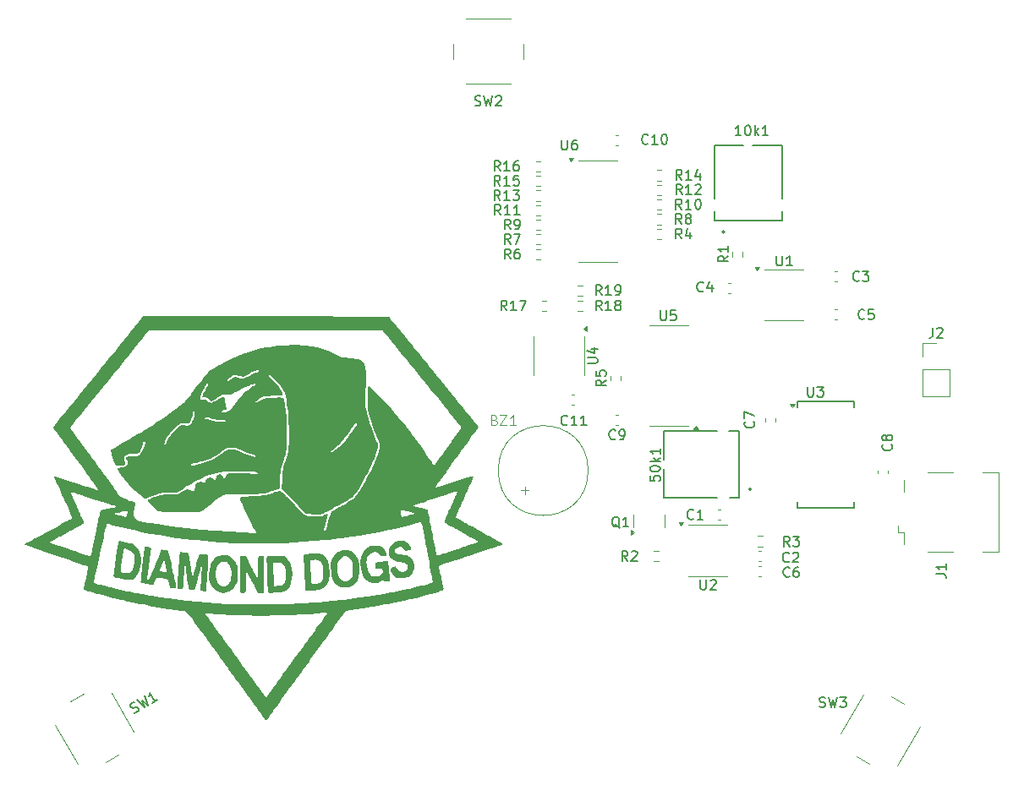
<source format=gbr>
%TF.GenerationSoftware,KiCad,Pcbnew,9.0.0*%
%TF.CreationDate,2025-05-12T19:59:56-03:00*%
%TF.ProjectId,kicad proyecto,6b696361-6420-4707-926f-796563746f2e,rev?*%
%TF.SameCoordinates,Original*%
%TF.FileFunction,Legend,Top*%
%TF.FilePolarity,Positive*%
%FSLAX46Y46*%
G04 Gerber Fmt 4.6, Leading zero omitted, Abs format (unit mm)*
G04 Created by KiCad (PCBNEW 9.0.0) date 2025-05-12 19:59:56*
%MOMM*%
%LPD*%
G01*
G04 APERTURE LIST*
%ADD10C,0.150000*%
%ADD11C,0.100000*%
%ADD12C,0.120000*%
%ADD13C,0.152400*%
%ADD14C,0.000000*%
G04 APERTURE END LIST*
D10*
X171555580Y-96610466D02*
X171603200Y-96658085D01*
X171603200Y-96658085D02*
X171650819Y-96800942D01*
X171650819Y-96800942D02*
X171650819Y-96896180D01*
X171650819Y-96896180D02*
X171603200Y-97039037D01*
X171603200Y-97039037D02*
X171507961Y-97134275D01*
X171507961Y-97134275D02*
X171412723Y-97181894D01*
X171412723Y-97181894D02*
X171222247Y-97229513D01*
X171222247Y-97229513D02*
X171079390Y-97229513D01*
X171079390Y-97229513D02*
X170888914Y-97181894D01*
X170888914Y-97181894D02*
X170793676Y-97134275D01*
X170793676Y-97134275D02*
X170698438Y-97039037D01*
X170698438Y-97039037D02*
X170650819Y-96896180D01*
X170650819Y-96896180D02*
X170650819Y-96800942D01*
X170650819Y-96800942D02*
X170698438Y-96658085D01*
X170698438Y-96658085D02*
X170746057Y-96610466D01*
X170650819Y-96277132D02*
X170650819Y-95610466D01*
X170650819Y-95610466D02*
X171650819Y-96039037D01*
X152925542Y-96879580D02*
X152877923Y-96927200D01*
X152877923Y-96927200D02*
X152735066Y-96974819D01*
X152735066Y-96974819D02*
X152639828Y-96974819D01*
X152639828Y-96974819D02*
X152496971Y-96927200D01*
X152496971Y-96927200D02*
X152401733Y-96831961D01*
X152401733Y-96831961D02*
X152354114Y-96736723D01*
X152354114Y-96736723D02*
X152306495Y-96546247D01*
X152306495Y-96546247D02*
X152306495Y-96403390D01*
X152306495Y-96403390D02*
X152354114Y-96212914D01*
X152354114Y-96212914D02*
X152401733Y-96117676D01*
X152401733Y-96117676D02*
X152496971Y-96022438D01*
X152496971Y-96022438D02*
X152639828Y-95974819D01*
X152639828Y-95974819D02*
X152735066Y-95974819D01*
X152735066Y-95974819D02*
X152877923Y-96022438D01*
X152877923Y-96022438D02*
X152925542Y-96070057D01*
X153877923Y-96974819D02*
X153306495Y-96974819D01*
X153592209Y-96974819D02*
X153592209Y-95974819D01*
X153592209Y-95974819D02*
X153496971Y-96117676D01*
X153496971Y-96117676D02*
X153401733Y-96212914D01*
X153401733Y-96212914D02*
X153306495Y-96260533D01*
X154830304Y-96974819D02*
X154258876Y-96974819D01*
X154544590Y-96974819D02*
X154544590Y-95974819D01*
X154544590Y-95974819D02*
X154449352Y-96117676D01*
X154449352Y-96117676D02*
X154354114Y-96212914D01*
X154354114Y-96212914D02*
X154258876Y-96260533D01*
X146194542Y-71473219D02*
X145861209Y-70997028D01*
X145623114Y-71473219D02*
X145623114Y-70473219D01*
X145623114Y-70473219D02*
X146004066Y-70473219D01*
X146004066Y-70473219D02*
X146099304Y-70520838D01*
X146099304Y-70520838D02*
X146146923Y-70568457D01*
X146146923Y-70568457D02*
X146194542Y-70663695D01*
X146194542Y-70663695D02*
X146194542Y-70806552D01*
X146194542Y-70806552D02*
X146146923Y-70901790D01*
X146146923Y-70901790D02*
X146099304Y-70949409D01*
X146099304Y-70949409D02*
X146004066Y-70997028D01*
X146004066Y-70997028D02*
X145623114Y-70997028D01*
X147146923Y-71473219D02*
X146575495Y-71473219D01*
X146861209Y-71473219D02*
X146861209Y-70473219D01*
X146861209Y-70473219D02*
X146765971Y-70616076D01*
X146765971Y-70616076D02*
X146670733Y-70711314D01*
X146670733Y-70711314D02*
X146575495Y-70758933D01*
X148004066Y-70473219D02*
X147813590Y-70473219D01*
X147813590Y-70473219D02*
X147718352Y-70520838D01*
X147718352Y-70520838D02*
X147670733Y-70568457D01*
X147670733Y-70568457D02*
X147575495Y-70711314D01*
X147575495Y-70711314D02*
X147527876Y-70901790D01*
X147527876Y-70901790D02*
X147527876Y-71282742D01*
X147527876Y-71282742D02*
X147575495Y-71377980D01*
X147575495Y-71377980D02*
X147623114Y-71425600D01*
X147623114Y-71425600D02*
X147718352Y-71473219D01*
X147718352Y-71473219D02*
X147908828Y-71473219D01*
X147908828Y-71473219D02*
X148004066Y-71425600D01*
X148004066Y-71425600D02*
X148051685Y-71377980D01*
X148051685Y-71377980D02*
X148099304Y-71282742D01*
X148099304Y-71282742D02*
X148099304Y-71044647D01*
X148099304Y-71044647D02*
X148051685Y-70949409D01*
X148051685Y-70949409D02*
X148004066Y-70901790D01*
X148004066Y-70901790D02*
X147908828Y-70854171D01*
X147908828Y-70854171D02*
X147718352Y-70854171D01*
X147718352Y-70854171D02*
X147623114Y-70901790D01*
X147623114Y-70901790D02*
X147575495Y-70949409D01*
X147575495Y-70949409D02*
X147527876Y-71044647D01*
X147213233Y-80298819D02*
X146879900Y-79822628D01*
X146641805Y-80298819D02*
X146641805Y-79298819D01*
X146641805Y-79298819D02*
X147022757Y-79298819D01*
X147022757Y-79298819D02*
X147117995Y-79346438D01*
X147117995Y-79346438D02*
X147165614Y-79394057D01*
X147165614Y-79394057D02*
X147213233Y-79489295D01*
X147213233Y-79489295D02*
X147213233Y-79632152D01*
X147213233Y-79632152D02*
X147165614Y-79727390D01*
X147165614Y-79727390D02*
X147117995Y-79775009D01*
X147117995Y-79775009D02*
X147022757Y-79822628D01*
X147022757Y-79822628D02*
X146641805Y-79822628D01*
X148070376Y-79298819D02*
X147879900Y-79298819D01*
X147879900Y-79298819D02*
X147784662Y-79346438D01*
X147784662Y-79346438D02*
X147737043Y-79394057D01*
X147737043Y-79394057D02*
X147641805Y-79536914D01*
X147641805Y-79536914D02*
X147594186Y-79727390D01*
X147594186Y-79727390D02*
X147594186Y-80108342D01*
X147594186Y-80108342D02*
X147641805Y-80203580D01*
X147641805Y-80203580D02*
X147689424Y-80251200D01*
X147689424Y-80251200D02*
X147784662Y-80298819D01*
X147784662Y-80298819D02*
X147975138Y-80298819D01*
X147975138Y-80298819D02*
X148070376Y-80251200D01*
X148070376Y-80251200D02*
X148117995Y-80203580D01*
X148117995Y-80203580D02*
X148165614Y-80108342D01*
X148165614Y-80108342D02*
X148165614Y-79870247D01*
X148165614Y-79870247D02*
X148117995Y-79775009D01*
X148117995Y-79775009D02*
X148070376Y-79727390D01*
X148070376Y-79727390D02*
X147975138Y-79679771D01*
X147975138Y-79679771D02*
X147784662Y-79679771D01*
X147784662Y-79679771D02*
X147689424Y-79727390D01*
X147689424Y-79727390D02*
X147641805Y-79775009D01*
X147641805Y-79775009D02*
X147594186Y-79870247D01*
X182662533Y-86262380D02*
X182614914Y-86310000D01*
X182614914Y-86310000D02*
X182472057Y-86357619D01*
X182472057Y-86357619D02*
X182376819Y-86357619D01*
X182376819Y-86357619D02*
X182233962Y-86310000D01*
X182233962Y-86310000D02*
X182138724Y-86214761D01*
X182138724Y-86214761D02*
X182091105Y-86119523D01*
X182091105Y-86119523D02*
X182043486Y-85929047D01*
X182043486Y-85929047D02*
X182043486Y-85786190D01*
X182043486Y-85786190D02*
X182091105Y-85595714D01*
X182091105Y-85595714D02*
X182138724Y-85500476D01*
X182138724Y-85500476D02*
X182233962Y-85405238D01*
X182233962Y-85405238D02*
X182376819Y-85357619D01*
X182376819Y-85357619D02*
X182472057Y-85357619D01*
X182472057Y-85357619D02*
X182614914Y-85405238D01*
X182614914Y-85405238D02*
X182662533Y-85452857D01*
X183567295Y-85357619D02*
X183091105Y-85357619D01*
X183091105Y-85357619D02*
X183043486Y-85833809D01*
X183043486Y-85833809D02*
X183091105Y-85786190D01*
X183091105Y-85786190D02*
X183186343Y-85738571D01*
X183186343Y-85738571D02*
X183424438Y-85738571D01*
X183424438Y-85738571D02*
X183519676Y-85786190D01*
X183519676Y-85786190D02*
X183567295Y-85833809D01*
X183567295Y-85833809D02*
X183614914Y-85929047D01*
X183614914Y-85929047D02*
X183614914Y-86167142D01*
X183614914Y-86167142D02*
X183567295Y-86262380D01*
X183567295Y-86262380D02*
X183519676Y-86310000D01*
X183519676Y-86310000D02*
X183424438Y-86357619D01*
X183424438Y-86357619D02*
X183186343Y-86357619D01*
X183186343Y-86357619D02*
X183091105Y-86310000D01*
X183091105Y-86310000D02*
X183043486Y-86262380D01*
X162238095Y-85454819D02*
X162238095Y-86264342D01*
X162238095Y-86264342D02*
X162285714Y-86359580D01*
X162285714Y-86359580D02*
X162333333Y-86407200D01*
X162333333Y-86407200D02*
X162428571Y-86454819D01*
X162428571Y-86454819D02*
X162619047Y-86454819D01*
X162619047Y-86454819D02*
X162714285Y-86407200D01*
X162714285Y-86407200D02*
X162761904Y-86359580D01*
X162761904Y-86359580D02*
X162809523Y-86264342D01*
X162809523Y-86264342D02*
X162809523Y-85454819D01*
X163761904Y-85454819D02*
X163285714Y-85454819D01*
X163285714Y-85454819D02*
X163238095Y-85931009D01*
X163238095Y-85931009D02*
X163285714Y-85883390D01*
X163285714Y-85883390D02*
X163380952Y-85835771D01*
X163380952Y-85835771D02*
X163619047Y-85835771D01*
X163619047Y-85835771D02*
X163714285Y-85883390D01*
X163714285Y-85883390D02*
X163761904Y-85931009D01*
X163761904Y-85931009D02*
X163809523Y-86026247D01*
X163809523Y-86026247D02*
X163809523Y-86264342D01*
X163809523Y-86264342D02*
X163761904Y-86359580D01*
X163761904Y-86359580D02*
X163714285Y-86407200D01*
X163714285Y-86407200D02*
X163619047Y-86454819D01*
X163619047Y-86454819D02*
X163380952Y-86454819D01*
X163380952Y-86454819D02*
X163285714Y-86407200D01*
X163285714Y-86407200D02*
X163238095Y-86359580D01*
X161002742Y-68710980D02*
X160955123Y-68758600D01*
X160955123Y-68758600D02*
X160812266Y-68806219D01*
X160812266Y-68806219D02*
X160717028Y-68806219D01*
X160717028Y-68806219D02*
X160574171Y-68758600D01*
X160574171Y-68758600D02*
X160478933Y-68663361D01*
X160478933Y-68663361D02*
X160431314Y-68568123D01*
X160431314Y-68568123D02*
X160383695Y-68377647D01*
X160383695Y-68377647D02*
X160383695Y-68234790D01*
X160383695Y-68234790D02*
X160431314Y-68044314D01*
X160431314Y-68044314D02*
X160478933Y-67949076D01*
X160478933Y-67949076D02*
X160574171Y-67853838D01*
X160574171Y-67853838D02*
X160717028Y-67806219D01*
X160717028Y-67806219D02*
X160812266Y-67806219D01*
X160812266Y-67806219D02*
X160955123Y-67853838D01*
X160955123Y-67853838D02*
X161002742Y-67901457D01*
X161955123Y-68806219D02*
X161383695Y-68806219D01*
X161669409Y-68806219D02*
X161669409Y-67806219D01*
X161669409Y-67806219D02*
X161574171Y-67949076D01*
X161574171Y-67949076D02*
X161478933Y-68044314D01*
X161478933Y-68044314D02*
X161383695Y-68091933D01*
X162574171Y-67806219D02*
X162669409Y-67806219D01*
X162669409Y-67806219D02*
X162764647Y-67853838D01*
X162764647Y-67853838D02*
X162812266Y-67901457D01*
X162812266Y-67901457D02*
X162859885Y-67996695D01*
X162859885Y-67996695D02*
X162907504Y-68187171D01*
X162907504Y-68187171D02*
X162907504Y-68425266D01*
X162907504Y-68425266D02*
X162859885Y-68615742D01*
X162859885Y-68615742D02*
X162812266Y-68710980D01*
X162812266Y-68710980D02*
X162764647Y-68758600D01*
X162764647Y-68758600D02*
X162669409Y-68806219D01*
X162669409Y-68806219D02*
X162574171Y-68806219D01*
X162574171Y-68806219D02*
X162478933Y-68758600D01*
X162478933Y-68758600D02*
X162431314Y-68710980D01*
X162431314Y-68710980D02*
X162383695Y-68615742D01*
X162383695Y-68615742D02*
X162336076Y-68425266D01*
X162336076Y-68425266D02*
X162336076Y-68187171D01*
X162336076Y-68187171D02*
X162383695Y-67996695D01*
X162383695Y-67996695D02*
X162431314Y-67901457D01*
X162431314Y-67901457D02*
X162478933Y-67853838D01*
X162478933Y-67853838D02*
X162574171Y-67806219D01*
X164398498Y-73835419D02*
X164065165Y-73359228D01*
X163827070Y-73835419D02*
X163827070Y-72835419D01*
X163827070Y-72835419D02*
X164208022Y-72835419D01*
X164208022Y-72835419D02*
X164303260Y-72883038D01*
X164303260Y-72883038D02*
X164350879Y-72930657D01*
X164350879Y-72930657D02*
X164398498Y-73025895D01*
X164398498Y-73025895D02*
X164398498Y-73168752D01*
X164398498Y-73168752D02*
X164350879Y-73263990D01*
X164350879Y-73263990D02*
X164303260Y-73311609D01*
X164303260Y-73311609D02*
X164208022Y-73359228D01*
X164208022Y-73359228D02*
X163827070Y-73359228D01*
X165350879Y-73835419D02*
X164779451Y-73835419D01*
X165065165Y-73835419D02*
X165065165Y-72835419D01*
X165065165Y-72835419D02*
X164969927Y-72978276D01*
X164969927Y-72978276D02*
X164874689Y-73073514D01*
X164874689Y-73073514D02*
X164779451Y-73121133D01*
X165731832Y-72930657D02*
X165779451Y-72883038D01*
X165779451Y-72883038D02*
X165874689Y-72835419D01*
X165874689Y-72835419D02*
X166112784Y-72835419D01*
X166112784Y-72835419D02*
X166208022Y-72883038D01*
X166208022Y-72883038D02*
X166255641Y-72930657D01*
X166255641Y-72930657D02*
X166303260Y-73025895D01*
X166303260Y-73025895D02*
X166303260Y-73121133D01*
X166303260Y-73121133D02*
X166255641Y-73263990D01*
X166255641Y-73263990D02*
X165684213Y-73835419D01*
X165684213Y-73835419D02*
X166303260Y-73835419D01*
X178166667Y-125157200D02*
X178309524Y-125204819D01*
X178309524Y-125204819D02*
X178547619Y-125204819D01*
X178547619Y-125204819D02*
X178642857Y-125157200D01*
X178642857Y-125157200D02*
X178690476Y-125109580D01*
X178690476Y-125109580D02*
X178738095Y-125014342D01*
X178738095Y-125014342D02*
X178738095Y-124919104D01*
X178738095Y-124919104D02*
X178690476Y-124823866D01*
X178690476Y-124823866D02*
X178642857Y-124776247D01*
X178642857Y-124776247D02*
X178547619Y-124728628D01*
X178547619Y-124728628D02*
X178357143Y-124681009D01*
X178357143Y-124681009D02*
X178261905Y-124633390D01*
X178261905Y-124633390D02*
X178214286Y-124585771D01*
X178214286Y-124585771D02*
X178166667Y-124490533D01*
X178166667Y-124490533D02*
X178166667Y-124395295D01*
X178166667Y-124395295D02*
X178214286Y-124300057D01*
X178214286Y-124300057D02*
X178261905Y-124252438D01*
X178261905Y-124252438D02*
X178357143Y-124204819D01*
X178357143Y-124204819D02*
X178595238Y-124204819D01*
X178595238Y-124204819D02*
X178738095Y-124252438D01*
X179071429Y-124204819D02*
X179309524Y-125204819D01*
X179309524Y-125204819D02*
X179500000Y-124490533D01*
X179500000Y-124490533D02*
X179690476Y-125204819D01*
X179690476Y-125204819D02*
X179928572Y-124204819D01*
X180214286Y-124204819D02*
X180833333Y-124204819D01*
X180833333Y-124204819D02*
X180500000Y-124585771D01*
X180500000Y-124585771D02*
X180642857Y-124585771D01*
X180642857Y-124585771D02*
X180738095Y-124633390D01*
X180738095Y-124633390D02*
X180785714Y-124681009D01*
X180785714Y-124681009D02*
X180833333Y-124776247D01*
X180833333Y-124776247D02*
X180833333Y-125014342D01*
X180833333Y-125014342D02*
X180785714Y-125109580D01*
X180785714Y-125109580D02*
X180738095Y-125157200D01*
X180738095Y-125157200D02*
X180642857Y-125204819D01*
X180642857Y-125204819D02*
X180357143Y-125204819D01*
X180357143Y-125204819D02*
X180261905Y-125157200D01*
X180261905Y-125157200D02*
X180214286Y-125109580D01*
X176987295Y-93104619D02*
X176987295Y-93914142D01*
X176987295Y-93914142D02*
X177034914Y-94009380D01*
X177034914Y-94009380D02*
X177082533Y-94057000D01*
X177082533Y-94057000D02*
X177177771Y-94104619D01*
X177177771Y-94104619D02*
X177368247Y-94104619D01*
X177368247Y-94104619D02*
X177463485Y-94057000D01*
X177463485Y-94057000D02*
X177511104Y-94009380D01*
X177511104Y-94009380D02*
X177558723Y-93914142D01*
X177558723Y-93914142D02*
X177558723Y-93104619D01*
X177939676Y-93104619D02*
X178558723Y-93104619D01*
X178558723Y-93104619D02*
X178225390Y-93485571D01*
X178225390Y-93485571D02*
X178368247Y-93485571D01*
X178368247Y-93485571D02*
X178463485Y-93533190D01*
X178463485Y-93533190D02*
X178511104Y-93580809D01*
X178511104Y-93580809D02*
X178558723Y-93676047D01*
X178558723Y-93676047D02*
X178558723Y-93914142D01*
X178558723Y-93914142D02*
X178511104Y-94009380D01*
X178511104Y-94009380D02*
X178463485Y-94057000D01*
X178463485Y-94057000D02*
X178368247Y-94104619D01*
X178368247Y-94104619D02*
X178082533Y-94104619D01*
X178082533Y-94104619D02*
X177987295Y-94057000D01*
X177987295Y-94057000D02*
X177939676Y-94009380D01*
X146857142Y-85454819D02*
X146523809Y-84978628D01*
X146285714Y-85454819D02*
X146285714Y-84454819D01*
X146285714Y-84454819D02*
X146666666Y-84454819D01*
X146666666Y-84454819D02*
X146761904Y-84502438D01*
X146761904Y-84502438D02*
X146809523Y-84550057D01*
X146809523Y-84550057D02*
X146857142Y-84645295D01*
X146857142Y-84645295D02*
X146857142Y-84788152D01*
X146857142Y-84788152D02*
X146809523Y-84883390D01*
X146809523Y-84883390D02*
X146761904Y-84931009D01*
X146761904Y-84931009D02*
X146666666Y-84978628D01*
X146666666Y-84978628D02*
X146285714Y-84978628D01*
X147809523Y-85454819D02*
X147238095Y-85454819D01*
X147523809Y-85454819D02*
X147523809Y-84454819D01*
X147523809Y-84454819D02*
X147428571Y-84597676D01*
X147428571Y-84597676D02*
X147333333Y-84692914D01*
X147333333Y-84692914D02*
X147238095Y-84740533D01*
X148142857Y-84454819D02*
X148809523Y-84454819D01*
X148809523Y-84454819D02*
X148380952Y-85454819D01*
X147218233Y-78790219D02*
X146884900Y-78314028D01*
X146646805Y-78790219D02*
X146646805Y-77790219D01*
X146646805Y-77790219D02*
X147027757Y-77790219D01*
X147027757Y-77790219D02*
X147122995Y-77837838D01*
X147122995Y-77837838D02*
X147170614Y-77885457D01*
X147170614Y-77885457D02*
X147218233Y-77980695D01*
X147218233Y-77980695D02*
X147218233Y-78123552D01*
X147218233Y-78123552D02*
X147170614Y-78218790D01*
X147170614Y-78218790D02*
X147122995Y-78266409D01*
X147122995Y-78266409D02*
X147027757Y-78314028D01*
X147027757Y-78314028D02*
X146646805Y-78314028D01*
X147551567Y-77790219D02*
X148218233Y-77790219D01*
X148218233Y-77790219D02*
X147789662Y-78790219D01*
X161202019Y-102033247D02*
X161202019Y-102509437D01*
X161202019Y-102509437D02*
X161678209Y-102557056D01*
X161678209Y-102557056D02*
X161630590Y-102509437D01*
X161630590Y-102509437D02*
X161582971Y-102414199D01*
X161582971Y-102414199D02*
X161582971Y-102176104D01*
X161582971Y-102176104D02*
X161630590Y-102080866D01*
X161630590Y-102080866D02*
X161678209Y-102033247D01*
X161678209Y-102033247D02*
X161773447Y-101985628D01*
X161773447Y-101985628D02*
X162011542Y-101985628D01*
X162011542Y-101985628D02*
X162106780Y-102033247D01*
X162106780Y-102033247D02*
X162154400Y-102080866D01*
X162154400Y-102080866D02*
X162202019Y-102176104D01*
X162202019Y-102176104D02*
X162202019Y-102414199D01*
X162202019Y-102414199D02*
X162154400Y-102509437D01*
X162154400Y-102509437D02*
X162106780Y-102557056D01*
X161202019Y-101366580D02*
X161202019Y-101271342D01*
X161202019Y-101271342D02*
X161249638Y-101176104D01*
X161249638Y-101176104D02*
X161297257Y-101128485D01*
X161297257Y-101128485D02*
X161392495Y-101080866D01*
X161392495Y-101080866D02*
X161582971Y-101033247D01*
X161582971Y-101033247D02*
X161821066Y-101033247D01*
X161821066Y-101033247D02*
X162011542Y-101080866D01*
X162011542Y-101080866D02*
X162106780Y-101128485D01*
X162106780Y-101128485D02*
X162154400Y-101176104D01*
X162154400Y-101176104D02*
X162202019Y-101271342D01*
X162202019Y-101271342D02*
X162202019Y-101366580D01*
X162202019Y-101366580D02*
X162154400Y-101461818D01*
X162154400Y-101461818D02*
X162106780Y-101509437D01*
X162106780Y-101509437D02*
X162011542Y-101557056D01*
X162011542Y-101557056D02*
X161821066Y-101604675D01*
X161821066Y-101604675D02*
X161582971Y-101604675D01*
X161582971Y-101604675D02*
X161392495Y-101557056D01*
X161392495Y-101557056D02*
X161297257Y-101509437D01*
X161297257Y-101509437D02*
X161249638Y-101461818D01*
X161249638Y-101461818D02*
X161202019Y-101366580D01*
X162202019Y-100604675D02*
X161202019Y-100604675D01*
X161821066Y-100509437D02*
X162202019Y-100223723D01*
X161535352Y-100223723D02*
X161916304Y-100604675D01*
X162202019Y-99271342D02*
X162202019Y-99842770D01*
X162202019Y-99557056D02*
X161202019Y-99557056D01*
X161202019Y-99557056D02*
X161344876Y-99652294D01*
X161344876Y-99652294D02*
X161440114Y-99747532D01*
X161440114Y-99747532D02*
X161487733Y-99842770D01*
X165542933Y-106302980D02*
X165495314Y-106350600D01*
X165495314Y-106350600D02*
X165352457Y-106398219D01*
X165352457Y-106398219D02*
X165257219Y-106398219D01*
X165257219Y-106398219D02*
X165114362Y-106350600D01*
X165114362Y-106350600D02*
X165019124Y-106255361D01*
X165019124Y-106255361D02*
X164971505Y-106160123D01*
X164971505Y-106160123D02*
X164923886Y-105969647D01*
X164923886Y-105969647D02*
X164923886Y-105826790D01*
X164923886Y-105826790D02*
X164971505Y-105636314D01*
X164971505Y-105636314D02*
X165019124Y-105541076D01*
X165019124Y-105541076D02*
X165114362Y-105445838D01*
X165114362Y-105445838D02*
X165257219Y-105398219D01*
X165257219Y-105398219D02*
X165352457Y-105398219D01*
X165352457Y-105398219D02*
X165495314Y-105445838D01*
X165495314Y-105445838D02*
X165542933Y-105493457D01*
X166495314Y-106398219D02*
X165923886Y-106398219D01*
X166209600Y-106398219D02*
X166209600Y-105398219D01*
X166209600Y-105398219D02*
X166114362Y-105541076D01*
X166114362Y-105541076D02*
X166019124Y-105636314D01*
X166019124Y-105636314D02*
X165923886Y-105683933D01*
X169034619Y-79973466D02*
X168558428Y-80306799D01*
X169034619Y-80544894D02*
X168034619Y-80544894D01*
X168034619Y-80544894D02*
X168034619Y-80163942D01*
X168034619Y-80163942D02*
X168082238Y-80068704D01*
X168082238Y-80068704D02*
X168129857Y-80021085D01*
X168129857Y-80021085D02*
X168225095Y-79973466D01*
X168225095Y-79973466D02*
X168367952Y-79973466D01*
X168367952Y-79973466D02*
X168463190Y-80021085D01*
X168463190Y-80021085D02*
X168510809Y-80068704D01*
X168510809Y-80068704D02*
X168558428Y-80163942D01*
X168558428Y-80163942D02*
X168558428Y-80544894D01*
X169034619Y-79021085D02*
X169034619Y-79592513D01*
X169034619Y-79306799D02*
X168034619Y-79306799D01*
X168034619Y-79306799D02*
X168177476Y-79402037D01*
X168177476Y-79402037D02*
X168272714Y-79497275D01*
X168272714Y-79497275D02*
X168320333Y-79592513D01*
X170313161Y-67913419D02*
X169741733Y-67913419D01*
X170027447Y-67913419D02*
X170027447Y-66913419D01*
X170027447Y-66913419D02*
X169932209Y-67056276D01*
X169932209Y-67056276D02*
X169836971Y-67151514D01*
X169836971Y-67151514D02*
X169741733Y-67199133D01*
X170932209Y-66913419D02*
X171027447Y-66913419D01*
X171027447Y-66913419D02*
X171122685Y-66961038D01*
X171122685Y-66961038D02*
X171170304Y-67008657D01*
X171170304Y-67008657D02*
X171217923Y-67103895D01*
X171217923Y-67103895D02*
X171265542Y-67294371D01*
X171265542Y-67294371D02*
X171265542Y-67532466D01*
X171265542Y-67532466D02*
X171217923Y-67722942D01*
X171217923Y-67722942D02*
X171170304Y-67818180D01*
X171170304Y-67818180D02*
X171122685Y-67865800D01*
X171122685Y-67865800D02*
X171027447Y-67913419D01*
X171027447Y-67913419D02*
X170932209Y-67913419D01*
X170932209Y-67913419D02*
X170836971Y-67865800D01*
X170836971Y-67865800D02*
X170789352Y-67818180D01*
X170789352Y-67818180D02*
X170741733Y-67722942D01*
X170741733Y-67722942D02*
X170694114Y-67532466D01*
X170694114Y-67532466D02*
X170694114Y-67294371D01*
X170694114Y-67294371D02*
X170741733Y-67103895D01*
X170741733Y-67103895D02*
X170789352Y-67008657D01*
X170789352Y-67008657D02*
X170836971Y-66961038D01*
X170836971Y-66961038D02*
X170932209Y-66913419D01*
X171694114Y-67913419D02*
X171694114Y-66913419D01*
X171789352Y-67532466D02*
X172075066Y-67913419D01*
X172075066Y-67246752D02*
X171694114Y-67627704D01*
X173027447Y-67913419D02*
X172456019Y-67913419D01*
X172741733Y-67913419D02*
X172741733Y-66913419D01*
X172741733Y-66913419D02*
X172646495Y-67056276D01*
X172646495Y-67056276D02*
X172551257Y-67151514D01*
X172551257Y-67151514D02*
X172456019Y-67199133D01*
X175169533Y-112068780D02*
X175121914Y-112116400D01*
X175121914Y-112116400D02*
X174979057Y-112164019D01*
X174979057Y-112164019D02*
X174883819Y-112164019D01*
X174883819Y-112164019D02*
X174740962Y-112116400D01*
X174740962Y-112116400D02*
X174645724Y-112021161D01*
X174645724Y-112021161D02*
X174598105Y-111925923D01*
X174598105Y-111925923D02*
X174550486Y-111735447D01*
X174550486Y-111735447D02*
X174550486Y-111592590D01*
X174550486Y-111592590D02*
X174598105Y-111402114D01*
X174598105Y-111402114D02*
X174645724Y-111306876D01*
X174645724Y-111306876D02*
X174740962Y-111211638D01*
X174740962Y-111211638D02*
X174883819Y-111164019D01*
X174883819Y-111164019D02*
X174979057Y-111164019D01*
X174979057Y-111164019D02*
X175121914Y-111211638D01*
X175121914Y-111211638D02*
X175169533Y-111259257D01*
X176026676Y-111164019D02*
X175836200Y-111164019D01*
X175836200Y-111164019D02*
X175740962Y-111211638D01*
X175740962Y-111211638D02*
X175693343Y-111259257D01*
X175693343Y-111259257D02*
X175598105Y-111402114D01*
X175598105Y-111402114D02*
X175550486Y-111592590D01*
X175550486Y-111592590D02*
X175550486Y-111973542D01*
X175550486Y-111973542D02*
X175598105Y-112068780D01*
X175598105Y-112068780D02*
X175645724Y-112116400D01*
X175645724Y-112116400D02*
X175740962Y-112164019D01*
X175740962Y-112164019D02*
X175931438Y-112164019D01*
X175931438Y-112164019D02*
X176026676Y-112116400D01*
X176026676Y-112116400D02*
X176074295Y-112068780D01*
X176074295Y-112068780D02*
X176121914Y-111973542D01*
X176121914Y-111973542D02*
X176121914Y-111735447D01*
X176121914Y-111735447D02*
X176074295Y-111640209D01*
X176074295Y-111640209D02*
X176026676Y-111592590D01*
X176026676Y-111592590D02*
X175931438Y-111544971D01*
X175931438Y-111544971D02*
X175740962Y-111544971D01*
X175740962Y-111544971D02*
X175645724Y-111592590D01*
X175645724Y-111592590D02*
X175598105Y-111640209D01*
X175598105Y-111640209D02*
X175550486Y-111735447D01*
X164361489Y-76781819D02*
X164028156Y-76305628D01*
X163790061Y-76781819D02*
X163790061Y-75781819D01*
X163790061Y-75781819D02*
X164171013Y-75781819D01*
X164171013Y-75781819D02*
X164266251Y-75829438D01*
X164266251Y-75829438D02*
X164313870Y-75877057D01*
X164313870Y-75877057D02*
X164361489Y-75972295D01*
X164361489Y-75972295D02*
X164361489Y-76115152D01*
X164361489Y-76115152D02*
X164313870Y-76210390D01*
X164313870Y-76210390D02*
X164266251Y-76258009D01*
X164266251Y-76258009D02*
X164171013Y-76305628D01*
X164171013Y-76305628D02*
X163790061Y-76305628D01*
X164932918Y-76210390D02*
X164837680Y-76162771D01*
X164837680Y-76162771D02*
X164790061Y-76115152D01*
X164790061Y-76115152D02*
X164742442Y-76019914D01*
X164742442Y-76019914D02*
X164742442Y-75972295D01*
X164742442Y-75972295D02*
X164790061Y-75877057D01*
X164790061Y-75877057D02*
X164837680Y-75829438D01*
X164837680Y-75829438D02*
X164932918Y-75781819D01*
X164932918Y-75781819D02*
X165123394Y-75781819D01*
X165123394Y-75781819D02*
X165218632Y-75829438D01*
X165218632Y-75829438D02*
X165266251Y-75877057D01*
X165266251Y-75877057D02*
X165313870Y-75972295D01*
X165313870Y-75972295D02*
X165313870Y-76019914D01*
X165313870Y-76019914D02*
X165266251Y-76115152D01*
X165266251Y-76115152D02*
X165218632Y-76162771D01*
X165218632Y-76162771D02*
X165123394Y-76210390D01*
X165123394Y-76210390D02*
X164932918Y-76210390D01*
X164932918Y-76210390D02*
X164837680Y-76258009D01*
X164837680Y-76258009D02*
X164790061Y-76305628D01*
X164790061Y-76305628D02*
X164742442Y-76400866D01*
X164742442Y-76400866D02*
X164742442Y-76591342D01*
X164742442Y-76591342D02*
X164790061Y-76686580D01*
X164790061Y-76686580D02*
X164837680Y-76734200D01*
X164837680Y-76734200D02*
X164932918Y-76781819D01*
X164932918Y-76781819D02*
X165123394Y-76781819D01*
X165123394Y-76781819D02*
X165218632Y-76734200D01*
X165218632Y-76734200D02*
X165266251Y-76686580D01*
X165266251Y-76686580D02*
X165313870Y-76591342D01*
X165313870Y-76591342D02*
X165313870Y-76400866D01*
X165313870Y-76400866D02*
X165266251Y-76305628D01*
X165266251Y-76305628D02*
X165218632Y-76258009D01*
X165218632Y-76258009D02*
X165123394Y-76210390D01*
X146189542Y-72948819D02*
X145856209Y-72472628D01*
X145618114Y-72948819D02*
X145618114Y-71948819D01*
X145618114Y-71948819D02*
X145999066Y-71948819D01*
X145999066Y-71948819D02*
X146094304Y-71996438D01*
X146094304Y-71996438D02*
X146141923Y-72044057D01*
X146141923Y-72044057D02*
X146189542Y-72139295D01*
X146189542Y-72139295D02*
X146189542Y-72282152D01*
X146189542Y-72282152D02*
X146141923Y-72377390D01*
X146141923Y-72377390D02*
X146094304Y-72425009D01*
X146094304Y-72425009D02*
X145999066Y-72472628D01*
X145999066Y-72472628D02*
X145618114Y-72472628D01*
X147141923Y-72948819D02*
X146570495Y-72948819D01*
X146856209Y-72948819D02*
X146856209Y-71948819D01*
X146856209Y-71948819D02*
X146760971Y-72091676D01*
X146760971Y-72091676D02*
X146665733Y-72186914D01*
X146665733Y-72186914D02*
X146570495Y-72234533D01*
X148046685Y-71948819D02*
X147570495Y-71948819D01*
X147570495Y-71948819D02*
X147522876Y-72425009D01*
X147522876Y-72425009D02*
X147570495Y-72377390D01*
X147570495Y-72377390D02*
X147665733Y-72329771D01*
X147665733Y-72329771D02*
X147903828Y-72329771D01*
X147903828Y-72329771D02*
X147999066Y-72377390D01*
X147999066Y-72377390D02*
X148046685Y-72425009D01*
X148046685Y-72425009D02*
X148094304Y-72520247D01*
X148094304Y-72520247D02*
X148094304Y-72758342D01*
X148094304Y-72758342D02*
X148046685Y-72853580D01*
X148046685Y-72853580D02*
X147999066Y-72901200D01*
X147999066Y-72901200D02*
X147903828Y-72948819D01*
X147903828Y-72948819D02*
X147665733Y-72948819D01*
X147665733Y-72948819D02*
X147570495Y-72901200D01*
X147570495Y-72901200D02*
X147522876Y-72853580D01*
X146252042Y-75869019D02*
X145918709Y-75392828D01*
X145680614Y-75869019D02*
X145680614Y-74869019D01*
X145680614Y-74869019D02*
X146061566Y-74869019D01*
X146061566Y-74869019D02*
X146156804Y-74916638D01*
X146156804Y-74916638D02*
X146204423Y-74964257D01*
X146204423Y-74964257D02*
X146252042Y-75059495D01*
X146252042Y-75059495D02*
X146252042Y-75202352D01*
X146252042Y-75202352D02*
X146204423Y-75297590D01*
X146204423Y-75297590D02*
X146156804Y-75345209D01*
X146156804Y-75345209D02*
X146061566Y-75392828D01*
X146061566Y-75392828D02*
X145680614Y-75392828D01*
X147204423Y-75869019D02*
X146632995Y-75869019D01*
X146918709Y-75869019D02*
X146918709Y-74869019D01*
X146918709Y-74869019D02*
X146823471Y-75011876D01*
X146823471Y-75011876D02*
X146728233Y-75107114D01*
X146728233Y-75107114D02*
X146632995Y-75154733D01*
X148156804Y-75869019D02*
X147585376Y-75869019D01*
X147871090Y-75869019D02*
X147871090Y-74869019D01*
X147871090Y-74869019D02*
X147775852Y-75011876D01*
X147775852Y-75011876D02*
X147680614Y-75107114D01*
X147680614Y-75107114D02*
X147585376Y-75154733D01*
X158146761Y-107230057D02*
X158051523Y-107182438D01*
X158051523Y-107182438D02*
X157956285Y-107087200D01*
X157956285Y-107087200D02*
X157813428Y-106944342D01*
X157813428Y-106944342D02*
X157718190Y-106896723D01*
X157718190Y-106896723D02*
X157622952Y-106896723D01*
X157670571Y-107134819D02*
X157575333Y-107087200D01*
X157575333Y-107087200D02*
X157480095Y-106991961D01*
X157480095Y-106991961D02*
X157432476Y-106801485D01*
X157432476Y-106801485D02*
X157432476Y-106468152D01*
X157432476Y-106468152D02*
X157480095Y-106277676D01*
X157480095Y-106277676D02*
X157575333Y-106182438D01*
X157575333Y-106182438D02*
X157670571Y-106134819D01*
X157670571Y-106134819D02*
X157861047Y-106134819D01*
X157861047Y-106134819D02*
X157956285Y-106182438D01*
X157956285Y-106182438D02*
X158051523Y-106277676D01*
X158051523Y-106277676D02*
X158099142Y-106468152D01*
X158099142Y-106468152D02*
X158099142Y-106801485D01*
X158099142Y-106801485D02*
X158051523Y-106991961D01*
X158051523Y-106991961D02*
X157956285Y-107087200D01*
X157956285Y-107087200D02*
X157861047Y-107134819D01*
X157861047Y-107134819D02*
X157670571Y-107134819D01*
X159051523Y-107134819D02*
X158480095Y-107134819D01*
X158765809Y-107134819D02*
X158765809Y-106134819D01*
X158765809Y-106134819D02*
X158670571Y-106277676D01*
X158670571Y-106277676D02*
X158575333Y-106372914D01*
X158575333Y-106372914D02*
X158480095Y-106420533D01*
X143666667Y-64907200D02*
X143809524Y-64954819D01*
X143809524Y-64954819D02*
X144047619Y-64954819D01*
X144047619Y-64954819D02*
X144142857Y-64907200D01*
X144142857Y-64907200D02*
X144190476Y-64859580D01*
X144190476Y-64859580D02*
X144238095Y-64764342D01*
X144238095Y-64764342D02*
X144238095Y-64669104D01*
X144238095Y-64669104D02*
X144190476Y-64573866D01*
X144190476Y-64573866D02*
X144142857Y-64526247D01*
X144142857Y-64526247D02*
X144047619Y-64478628D01*
X144047619Y-64478628D02*
X143857143Y-64431009D01*
X143857143Y-64431009D02*
X143761905Y-64383390D01*
X143761905Y-64383390D02*
X143714286Y-64335771D01*
X143714286Y-64335771D02*
X143666667Y-64240533D01*
X143666667Y-64240533D02*
X143666667Y-64145295D01*
X143666667Y-64145295D02*
X143714286Y-64050057D01*
X143714286Y-64050057D02*
X143761905Y-64002438D01*
X143761905Y-64002438D02*
X143857143Y-63954819D01*
X143857143Y-63954819D02*
X144095238Y-63954819D01*
X144095238Y-63954819D02*
X144238095Y-64002438D01*
X144571429Y-63954819D02*
X144809524Y-64954819D01*
X144809524Y-64954819D02*
X145000000Y-64240533D01*
X145000000Y-64240533D02*
X145190476Y-64954819D01*
X145190476Y-64954819D02*
X145428572Y-63954819D01*
X145761905Y-64050057D02*
X145809524Y-64002438D01*
X145809524Y-64002438D02*
X145904762Y-63954819D01*
X145904762Y-63954819D02*
X146142857Y-63954819D01*
X146142857Y-63954819D02*
X146238095Y-64002438D01*
X146238095Y-64002438D02*
X146285714Y-64050057D01*
X146285714Y-64050057D02*
X146333333Y-64145295D01*
X146333333Y-64145295D02*
X146333333Y-64240533D01*
X146333333Y-64240533D02*
X146285714Y-64383390D01*
X146285714Y-64383390D02*
X145714286Y-64954819D01*
X145714286Y-64954819D02*
X146333333Y-64954819D01*
X166238095Y-112454819D02*
X166238095Y-113264342D01*
X166238095Y-113264342D02*
X166285714Y-113359580D01*
X166285714Y-113359580D02*
X166333333Y-113407200D01*
X166333333Y-113407200D02*
X166428571Y-113454819D01*
X166428571Y-113454819D02*
X166619047Y-113454819D01*
X166619047Y-113454819D02*
X166714285Y-113407200D01*
X166714285Y-113407200D02*
X166761904Y-113359580D01*
X166761904Y-113359580D02*
X166809523Y-113264342D01*
X166809523Y-113264342D02*
X166809523Y-112454819D01*
X167238095Y-112550057D02*
X167285714Y-112502438D01*
X167285714Y-112502438D02*
X167380952Y-112454819D01*
X167380952Y-112454819D02*
X167619047Y-112454819D01*
X167619047Y-112454819D02*
X167714285Y-112502438D01*
X167714285Y-112502438D02*
X167761904Y-112550057D01*
X167761904Y-112550057D02*
X167809523Y-112645295D01*
X167809523Y-112645295D02*
X167809523Y-112740533D01*
X167809523Y-112740533D02*
X167761904Y-112883390D01*
X167761904Y-112883390D02*
X167190476Y-113454819D01*
X167190476Y-113454819D02*
X167809523Y-113454819D01*
X189853219Y-111864733D02*
X190567504Y-111864733D01*
X190567504Y-111864733D02*
X190710361Y-111912352D01*
X190710361Y-111912352D02*
X190805600Y-112007590D01*
X190805600Y-112007590D02*
X190853219Y-112150447D01*
X190853219Y-112150447D02*
X190853219Y-112245685D01*
X190853219Y-110864733D02*
X190853219Y-111436161D01*
X190853219Y-111150447D02*
X189853219Y-111150447D01*
X189853219Y-111150447D02*
X189996076Y-111245685D01*
X189996076Y-111245685D02*
X190091314Y-111340923D01*
X190091314Y-111340923D02*
X190138933Y-111436161D01*
X156774818Y-92416664D02*
X156298627Y-92749997D01*
X156774818Y-92988092D02*
X155774818Y-92988092D01*
X155774818Y-92988092D02*
X155774818Y-92607140D01*
X155774818Y-92607140D02*
X155822437Y-92511902D01*
X155822437Y-92511902D02*
X155870056Y-92464283D01*
X155870056Y-92464283D02*
X155965294Y-92416664D01*
X155965294Y-92416664D02*
X156108151Y-92416664D01*
X156108151Y-92416664D02*
X156203389Y-92464283D01*
X156203389Y-92464283D02*
X156251008Y-92511902D01*
X156251008Y-92511902D02*
X156298627Y-92607140D01*
X156298627Y-92607140D02*
X156298627Y-92988092D01*
X155774818Y-91511902D02*
X155774818Y-91988092D01*
X155774818Y-91988092D02*
X156251008Y-92035711D01*
X156251008Y-92035711D02*
X156203389Y-91988092D01*
X156203389Y-91988092D02*
X156155770Y-91892854D01*
X156155770Y-91892854D02*
X156155770Y-91654759D01*
X156155770Y-91654759D02*
X156203389Y-91559521D01*
X156203389Y-91559521D02*
X156251008Y-91511902D01*
X156251008Y-91511902D02*
X156346246Y-91464283D01*
X156346246Y-91464283D02*
X156584341Y-91464283D01*
X156584341Y-91464283D02*
X156679579Y-91511902D01*
X156679579Y-91511902D02*
X156727199Y-91559521D01*
X156727199Y-91559521D02*
X156774818Y-91654759D01*
X156774818Y-91654759D02*
X156774818Y-91892854D01*
X156774818Y-91892854D02*
X156727199Y-91988092D01*
X156727199Y-91988092D02*
X156679579Y-92035711D01*
X164371442Y-75308619D02*
X164038109Y-74832428D01*
X163800014Y-75308619D02*
X163800014Y-74308619D01*
X163800014Y-74308619D02*
X164180966Y-74308619D01*
X164180966Y-74308619D02*
X164276204Y-74356238D01*
X164276204Y-74356238D02*
X164323823Y-74403857D01*
X164323823Y-74403857D02*
X164371442Y-74499095D01*
X164371442Y-74499095D02*
X164371442Y-74641952D01*
X164371442Y-74641952D02*
X164323823Y-74737190D01*
X164323823Y-74737190D02*
X164276204Y-74784809D01*
X164276204Y-74784809D02*
X164180966Y-74832428D01*
X164180966Y-74832428D02*
X163800014Y-74832428D01*
X165323823Y-75308619D02*
X164752395Y-75308619D01*
X165038109Y-75308619D02*
X165038109Y-74308619D01*
X165038109Y-74308619D02*
X164942871Y-74451476D01*
X164942871Y-74451476D02*
X164847633Y-74546714D01*
X164847633Y-74546714D02*
X164752395Y-74594333D01*
X165942871Y-74308619D02*
X166038109Y-74308619D01*
X166038109Y-74308619D02*
X166133347Y-74356238D01*
X166133347Y-74356238D02*
X166180966Y-74403857D01*
X166180966Y-74403857D02*
X166228585Y-74499095D01*
X166228585Y-74499095D02*
X166276204Y-74689571D01*
X166276204Y-74689571D02*
X166276204Y-74927666D01*
X166276204Y-74927666D02*
X166228585Y-75118142D01*
X166228585Y-75118142D02*
X166180966Y-75213380D01*
X166180966Y-75213380D02*
X166133347Y-75261000D01*
X166133347Y-75261000D02*
X166038109Y-75308619D01*
X166038109Y-75308619D02*
X165942871Y-75308619D01*
X165942871Y-75308619D02*
X165847633Y-75261000D01*
X165847633Y-75261000D02*
X165800014Y-75213380D01*
X165800014Y-75213380D02*
X165752395Y-75118142D01*
X165752395Y-75118142D02*
X165704776Y-74927666D01*
X165704776Y-74927666D02*
X165704776Y-74689571D01*
X165704776Y-74689571D02*
X165752395Y-74499095D01*
X165752395Y-74499095D02*
X165800014Y-74403857D01*
X165800014Y-74403857D02*
X165847633Y-74356238D01*
X165847633Y-74356238D02*
X165942871Y-74308619D01*
X156357142Y-85454819D02*
X156023809Y-84978628D01*
X155785714Y-85454819D02*
X155785714Y-84454819D01*
X155785714Y-84454819D02*
X156166666Y-84454819D01*
X156166666Y-84454819D02*
X156261904Y-84502438D01*
X156261904Y-84502438D02*
X156309523Y-84550057D01*
X156309523Y-84550057D02*
X156357142Y-84645295D01*
X156357142Y-84645295D02*
X156357142Y-84788152D01*
X156357142Y-84788152D02*
X156309523Y-84883390D01*
X156309523Y-84883390D02*
X156261904Y-84931009D01*
X156261904Y-84931009D02*
X156166666Y-84978628D01*
X156166666Y-84978628D02*
X155785714Y-84978628D01*
X157309523Y-85454819D02*
X156738095Y-85454819D01*
X157023809Y-85454819D02*
X157023809Y-84454819D01*
X157023809Y-84454819D02*
X156928571Y-84597676D01*
X156928571Y-84597676D02*
X156833333Y-84692914D01*
X156833333Y-84692914D02*
X156738095Y-84740533D01*
X157880952Y-84883390D02*
X157785714Y-84835771D01*
X157785714Y-84835771D02*
X157738095Y-84788152D01*
X157738095Y-84788152D02*
X157690476Y-84692914D01*
X157690476Y-84692914D02*
X157690476Y-84645295D01*
X157690476Y-84645295D02*
X157738095Y-84550057D01*
X157738095Y-84550057D02*
X157785714Y-84502438D01*
X157785714Y-84502438D02*
X157880952Y-84454819D01*
X157880952Y-84454819D02*
X158071428Y-84454819D01*
X158071428Y-84454819D02*
X158166666Y-84502438D01*
X158166666Y-84502438D02*
X158214285Y-84550057D01*
X158214285Y-84550057D02*
X158261904Y-84645295D01*
X158261904Y-84645295D02*
X158261904Y-84692914D01*
X158261904Y-84692914D02*
X158214285Y-84788152D01*
X158214285Y-84788152D02*
X158166666Y-84835771D01*
X158166666Y-84835771D02*
X158071428Y-84883390D01*
X158071428Y-84883390D02*
X157880952Y-84883390D01*
X157880952Y-84883390D02*
X157785714Y-84931009D01*
X157785714Y-84931009D02*
X157738095Y-84978628D01*
X157738095Y-84978628D02*
X157690476Y-85073866D01*
X157690476Y-85073866D02*
X157690476Y-85264342D01*
X157690476Y-85264342D02*
X157738095Y-85359580D01*
X157738095Y-85359580D02*
X157785714Y-85407200D01*
X157785714Y-85407200D02*
X157880952Y-85454819D01*
X157880952Y-85454819D02*
X158071428Y-85454819D01*
X158071428Y-85454819D02*
X158166666Y-85407200D01*
X158166666Y-85407200D02*
X158214285Y-85359580D01*
X158214285Y-85359580D02*
X158261904Y-85264342D01*
X158261904Y-85264342D02*
X158261904Y-85073866D01*
X158261904Y-85073866D02*
X158214285Y-84978628D01*
X158214285Y-84978628D02*
X158166666Y-84931009D01*
X158166666Y-84931009D02*
X158071428Y-84883390D01*
X147223233Y-77339019D02*
X146889900Y-76862828D01*
X146651805Y-77339019D02*
X146651805Y-76339019D01*
X146651805Y-76339019D02*
X147032757Y-76339019D01*
X147032757Y-76339019D02*
X147127995Y-76386638D01*
X147127995Y-76386638D02*
X147175614Y-76434257D01*
X147175614Y-76434257D02*
X147223233Y-76529495D01*
X147223233Y-76529495D02*
X147223233Y-76672352D01*
X147223233Y-76672352D02*
X147175614Y-76767590D01*
X147175614Y-76767590D02*
X147127995Y-76815209D01*
X147127995Y-76815209D02*
X147032757Y-76862828D01*
X147032757Y-76862828D02*
X146651805Y-76862828D01*
X147699424Y-77339019D02*
X147889900Y-77339019D01*
X147889900Y-77339019D02*
X147985138Y-77291400D01*
X147985138Y-77291400D02*
X148032757Y-77243780D01*
X148032757Y-77243780D02*
X148127995Y-77100923D01*
X148127995Y-77100923D02*
X148175614Y-76910447D01*
X148175614Y-76910447D02*
X148175614Y-76529495D01*
X148175614Y-76529495D02*
X148127995Y-76434257D01*
X148127995Y-76434257D02*
X148080376Y-76386638D01*
X148080376Y-76386638D02*
X147985138Y-76339019D01*
X147985138Y-76339019D02*
X147794662Y-76339019D01*
X147794662Y-76339019D02*
X147699424Y-76386638D01*
X147699424Y-76386638D02*
X147651805Y-76434257D01*
X147651805Y-76434257D02*
X147604186Y-76529495D01*
X147604186Y-76529495D02*
X147604186Y-76767590D01*
X147604186Y-76767590D02*
X147651805Y-76862828D01*
X147651805Y-76862828D02*
X147699424Y-76910447D01*
X147699424Y-76910447D02*
X147794662Y-76958066D01*
X147794662Y-76958066D02*
X147985138Y-76958066D01*
X147985138Y-76958066D02*
X148080376Y-76910447D01*
X148080376Y-76910447D02*
X148127995Y-76862828D01*
X148127995Y-76862828D02*
X148175614Y-76767590D01*
X173863095Y-79976419D02*
X173863095Y-80785942D01*
X173863095Y-80785942D02*
X173910714Y-80881180D01*
X173910714Y-80881180D02*
X173958333Y-80928800D01*
X173958333Y-80928800D02*
X174053571Y-80976419D01*
X174053571Y-80976419D02*
X174244047Y-80976419D01*
X174244047Y-80976419D02*
X174339285Y-80928800D01*
X174339285Y-80928800D02*
X174386904Y-80881180D01*
X174386904Y-80881180D02*
X174434523Y-80785942D01*
X174434523Y-80785942D02*
X174434523Y-79976419D01*
X175434523Y-80976419D02*
X174863095Y-80976419D01*
X175148809Y-80976419D02*
X175148809Y-79976419D01*
X175148809Y-79976419D02*
X175053571Y-80119276D01*
X175053571Y-80119276D02*
X174958333Y-80214514D01*
X174958333Y-80214514D02*
X174863095Y-80262133D01*
X175180333Y-109090619D02*
X174847000Y-108614428D01*
X174608905Y-109090619D02*
X174608905Y-108090619D01*
X174608905Y-108090619D02*
X174989857Y-108090619D01*
X174989857Y-108090619D02*
X175085095Y-108138238D01*
X175085095Y-108138238D02*
X175132714Y-108185857D01*
X175132714Y-108185857D02*
X175180333Y-108281095D01*
X175180333Y-108281095D02*
X175180333Y-108423952D01*
X175180333Y-108423952D02*
X175132714Y-108519190D01*
X175132714Y-108519190D02*
X175085095Y-108566809D01*
X175085095Y-108566809D02*
X174989857Y-108614428D01*
X174989857Y-108614428D02*
X174608905Y-108614428D01*
X175513667Y-108090619D02*
X176132714Y-108090619D01*
X176132714Y-108090619D02*
X175799381Y-108471571D01*
X175799381Y-108471571D02*
X175942238Y-108471571D01*
X175942238Y-108471571D02*
X176037476Y-108519190D01*
X176037476Y-108519190D02*
X176085095Y-108566809D01*
X176085095Y-108566809D02*
X176132714Y-108662047D01*
X176132714Y-108662047D02*
X176132714Y-108900142D01*
X176132714Y-108900142D02*
X176085095Y-108995380D01*
X176085095Y-108995380D02*
X176037476Y-109043000D01*
X176037476Y-109043000D02*
X175942238Y-109090619D01*
X175942238Y-109090619D02*
X175656524Y-109090619D01*
X175656524Y-109090619D02*
X175561286Y-109043000D01*
X175561286Y-109043000D02*
X175513667Y-108995380D01*
X109548899Y-125769311D02*
X109696427Y-125739122D01*
X109696427Y-125739122D02*
X109902623Y-125620075D01*
X109902623Y-125620075D02*
X109961292Y-125531216D01*
X109961292Y-125531216D02*
X109978722Y-125466167D01*
X109978722Y-125466167D02*
X109972343Y-125359879D01*
X109972343Y-125359879D02*
X109924723Y-125277401D01*
X109924723Y-125277401D02*
X109835865Y-125218732D01*
X109835865Y-125218732D02*
X109770816Y-125201302D01*
X109770816Y-125201302D02*
X109664528Y-125207682D01*
X109664528Y-125207682D02*
X109475761Y-125261680D01*
X109475761Y-125261680D02*
X109369473Y-125268060D01*
X109369473Y-125268060D02*
X109304424Y-125250630D01*
X109304424Y-125250630D02*
X109215566Y-125191961D01*
X109215566Y-125191961D02*
X109167947Y-125109483D01*
X109167947Y-125109483D02*
X109161567Y-125003194D01*
X109161567Y-125003194D02*
X109178997Y-124938146D01*
X109178997Y-124938146D02*
X109237666Y-124849287D01*
X109237666Y-124849287D02*
X109443863Y-124730240D01*
X109443863Y-124730240D02*
X109591390Y-124700050D01*
X109856256Y-124492144D02*
X110562452Y-125239122D01*
X110562452Y-125239122D02*
X110370267Y-124525294D01*
X110370267Y-124525294D02*
X110892367Y-125048646D01*
X110892367Y-125048646D02*
X110598563Y-124063573D01*
X111882110Y-124477217D02*
X111387238Y-124762932D01*
X111634674Y-124620075D02*
X111134674Y-123754049D01*
X111134674Y-123754049D02*
X111123624Y-123925386D01*
X111123624Y-123925386D02*
X111088765Y-124055484D01*
X111088765Y-124055484D02*
X111030095Y-124144342D01*
X185347780Y-98871066D02*
X185395400Y-98918685D01*
X185395400Y-98918685D02*
X185443019Y-99061542D01*
X185443019Y-99061542D02*
X185443019Y-99156780D01*
X185443019Y-99156780D02*
X185395400Y-99299637D01*
X185395400Y-99299637D02*
X185300161Y-99394875D01*
X185300161Y-99394875D02*
X185204923Y-99442494D01*
X185204923Y-99442494D02*
X185014447Y-99490113D01*
X185014447Y-99490113D02*
X184871590Y-99490113D01*
X184871590Y-99490113D02*
X184681114Y-99442494D01*
X184681114Y-99442494D02*
X184585876Y-99394875D01*
X184585876Y-99394875D02*
X184490638Y-99299637D01*
X184490638Y-99299637D02*
X184443019Y-99156780D01*
X184443019Y-99156780D02*
X184443019Y-99061542D01*
X184443019Y-99061542D02*
X184490638Y-98918685D01*
X184490638Y-98918685D02*
X184538257Y-98871066D01*
X184871590Y-98299637D02*
X184823971Y-98394875D01*
X184823971Y-98394875D02*
X184776352Y-98442494D01*
X184776352Y-98442494D02*
X184681114Y-98490113D01*
X184681114Y-98490113D02*
X184633495Y-98490113D01*
X184633495Y-98490113D02*
X184538257Y-98442494D01*
X184538257Y-98442494D02*
X184490638Y-98394875D01*
X184490638Y-98394875D02*
X184443019Y-98299637D01*
X184443019Y-98299637D02*
X184443019Y-98109161D01*
X184443019Y-98109161D02*
X184490638Y-98013923D01*
X184490638Y-98013923D02*
X184538257Y-97966304D01*
X184538257Y-97966304D02*
X184633495Y-97918685D01*
X184633495Y-97918685D02*
X184681114Y-97918685D01*
X184681114Y-97918685D02*
X184776352Y-97966304D01*
X184776352Y-97966304D02*
X184823971Y-98013923D01*
X184823971Y-98013923D02*
X184871590Y-98109161D01*
X184871590Y-98109161D02*
X184871590Y-98299637D01*
X184871590Y-98299637D02*
X184919209Y-98394875D01*
X184919209Y-98394875D02*
X184966828Y-98442494D01*
X184966828Y-98442494D02*
X185062066Y-98490113D01*
X185062066Y-98490113D02*
X185252542Y-98490113D01*
X185252542Y-98490113D02*
X185347780Y-98442494D01*
X185347780Y-98442494D02*
X185395400Y-98394875D01*
X185395400Y-98394875D02*
X185443019Y-98299637D01*
X185443019Y-98299637D02*
X185443019Y-98109161D01*
X185443019Y-98109161D02*
X185395400Y-98013923D01*
X185395400Y-98013923D02*
X185347780Y-97966304D01*
X185347780Y-97966304D02*
X185252542Y-97918685D01*
X185252542Y-97918685D02*
X185062066Y-97918685D01*
X185062066Y-97918685D02*
X184966828Y-97966304D01*
X184966828Y-97966304D02*
X184919209Y-98013923D01*
X184919209Y-98013923D02*
X184871590Y-98109161D01*
X152349295Y-68365019D02*
X152349295Y-69174542D01*
X152349295Y-69174542D02*
X152396914Y-69269780D01*
X152396914Y-69269780D02*
X152444533Y-69317400D01*
X152444533Y-69317400D02*
X152539771Y-69365019D01*
X152539771Y-69365019D02*
X152730247Y-69365019D01*
X152730247Y-69365019D02*
X152825485Y-69317400D01*
X152825485Y-69317400D02*
X152873104Y-69269780D01*
X152873104Y-69269780D02*
X152920723Y-69174542D01*
X152920723Y-69174542D02*
X152920723Y-68365019D01*
X153825485Y-68365019D02*
X153635009Y-68365019D01*
X153635009Y-68365019D02*
X153539771Y-68412638D01*
X153539771Y-68412638D02*
X153492152Y-68460257D01*
X153492152Y-68460257D02*
X153396914Y-68603114D01*
X153396914Y-68603114D02*
X153349295Y-68793590D01*
X153349295Y-68793590D02*
X153349295Y-69174542D01*
X153349295Y-69174542D02*
X153396914Y-69269780D01*
X153396914Y-69269780D02*
X153444533Y-69317400D01*
X153444533Y-69317400D02*
X153539771Y-69365019D01*
X153539771Y-69365019D02*
X153730247Y-69365019D01*
X153730247Y-69365019D02*
X153825485Y-69317400D01*
X153825485Y-69317400D02*
X153873104Y-69269780D01*
X153873104Y-69269780D02*
X153920723Y-69174542D01*
X153920723Y-69174542D02*
X153920723Y-68936447D01*
X153920723Y-68936447D02*
X153873104Y-68841209D01*
X153873104Y-68841209D02*
X153825485Y-68793590D01*
X153825485Y-68793590D02*
X153730247Y-68745971D01*
X153730247Y-68745971D02*
X153539771Y-68745971D01*
X153539771Y-68745971D02*
X153444533Y-68793590D01*
X153444533Y-68793590D02*
X153396914Y-68841209D01*
X153396914Y-68841209D02*
X153349295Y-68936447D01*
X164361489Y-78270419D02*
X164028156Y-77794228D01*
X163790061Y-78270419D02*
X163790061Y-77270419D01*
X163790061Y-77270419D02*
X164171013Y-77270419D01*
X164171013Y-77270419D02*
X164266251Y-77318038D01*
X164266251Y-77318038D02*
X164313870Y-77365657D01*
X164313870Y-77365657D02*
X164361489Y-77460895D01*
X164361489Y-77460895D02*
X164361489Y-77603752D01*
X164361489Y-77603752D02*
X164313870Y-77698990D01*
X164313870Y-77698990D02*
X164266251Y-77746609D01*
X164266251Y-77746609D02*
X164171013Y-77794228D01*
X164171013Y-77794228D02*
X163790061Y-77794228D01*
X165218632Y-77603752D02*
X165218632Y-78270419D01*
X164980537Y-77222800D02*
X164742442Y-77937085D01*
X164742442Y-77937085D02*
X165361489Y-77937085D01*
X154942319Y-90761904D02*
X155751842Y-90761904D01*
X155751842Y-90761904D02*
X155847080Y-90714285D01*
X155847080Y-90714285D02*
X155894700Y-90666666D01*
X155894700Y-90666666D02*
X155942319Y-90571428D01*
X155942319Y-90571428D02*
X155942319Y-90380952D01*
X155942319Y-90380952D02*
X155894700Y-90285714D01*
X155894700Y-90285714D02*
X155847080Y-90238095D01*
X155847080Y-90238095D02*
X155751842Y-90190476D01*
X155751842Y-90190476D02*
X154942319Y-90190476D01*
X155275652Y-89285714D02*
X155942319Y-89285714D01*
X154894700Y-89523809D02*
X155608985Y-89761904D01*
X155608985Y-89761904D02*
X155608985Y-89142857D01*
X166533533Y-83493780D02*
X166485914Y-83541400D01*
X166485914Y-83541400D02*
X166343057Y-83589019D01*
X166343057Y-83589019D02*
X166247819Y-83589019D01*
X166247819Y-83589019D02*
X166104962Y-83541400D01*
X166104962Y-83541400D02*
X166009724Y-83446161D01*
X166009724Y-83446161D02*
X165962105Y-83350923D01*
X165962105Y-83350923D02*
X165914486Y-83160447D01*
X165914486Y-83160447D02*
X165914486Y-83017590D01*
X165914486Y-83017590D02*
X165962105Y-82827114D01*
X165962105Y-82827114D02*
X166009724Y-82731876D01*
X166009724Y-82731876D02*
X166104962Y-82636638D01*
X166104962Y-82636638D02*
X166247819Y-82589019D01*
X166247819Y-82589019D02*
X166343057Y-82589019D01*
X166343057Y-82589019D02*
X166485914Y-82636638D01*
X166485914Y-82636638D02*
X166533533Y-82684257D01*
X167390676Y-82922352D02*
X167390676Y-83589019D01*
X167152581Y-82541400D02*
X166914486Y-83255685D01*
X166914486Y-83255685D02*
X167533533Y-83255685D01*
X164386298Y-72362219D02*
X164052965Y-71886028D01*
X163814870Y-72362219D02*
X163814870Y-71362219D01*
X163814870Y-71362219D02*
X164195822Y-71362219D01*
X164195822Y-71362219D02*
X164291060Y-71409838D01*
X164291060Y-71409838D02*
X164338679Y-71457457D01*
X164338679Y-71457457D02*
X164386298Y-71552695D01*
X164386298Y-71552695D02*
X164386298Y-71695552D01*
X164386298Y-71695552D02*
X164338679Y-71790790D01*
X164338679Y-71790790D02*
X164291060Y-71838409D01*
X164291060Y-71838409D02*
X164195822Y-71886028D01*
X164195822Y-71886028D02*
X163814870Y-71886028D01*
X165338679Y-72362219D02*
X164767251Y-72362219D01*
X165052965Y-72362219D02*
X165052965Y-71362219D01*
X165052965Y-71362219D02*
X164957727Y-71505076D01*
X164957727Y-71505076D02*
X164862489Y-71600314D01*
X164862489Y-71600314D02*
X164767251Y-71647933D01*
X166195822Y-71695552D02*
X166195822Y-72362219D01*
X165957727Y-71314600D02*
X165719632Y-72028885D01*
X165719632Y-72028885D02*
X166338679Y-72028885D01*
X175118733Y-110595580D02*
X175071114Y-110643200D01*
X175071114Y-110643200D02*
X174928257Y-110690819D01*
X174928257Y-110690819D02*
X174833019Y-110690819D01*
X174833019Y-110690819D02*
X174690162Y-110643200D01*
X174690162Y-110643200D02*
X174594924Y-110547961D01*
X174594924Y-110547961D02*
X174547305Y-110452723D01*
X174547305Y-110452723D02*
X174499686Y-110262247D01*
X174499686Y-110262247D02*
X174499686Y-110119390D01*
X174499686Y-110119390D02*
X174547305Y-109928914D01*
X174547305Y-109928914D02*
X174594924Y-109833676D01*
X174594924Y-109833676D02*
X174690162Y-109738438D01*
X174690162Y-109738438D02*
X174833019Y-109690819D01*
X174833019Y-109690819D02*
X174928257Y-109690819D01*
X174928257Y-109690819D02*
X175071114Y-109738438D01*
X175071114Y-109738438D02*
X175118733Y-109786057D01*
X175499686Y-109786057D02*
X175547305Y-109738438D01*
X175547305Y-109738438D02*
X175642543Y-109690819D01*
X175642543Y-109690819D02*
X175880638Y-109690819D01*
X175880638Y-109690819D02*
X175975876Y-109738438D01*
X175975876Y-109738438D02*
X176023495Y-109786057D01*
X176023495Y-109786057D02*
X176071114Y-109881295D01*
X176071114Y-109881295D02*
X176071114Y-109976533D01*
X176071114Y-109976533D02*
X176023495Y-110119390D01*
X176023495Y-110119390D02*
X175452067Y-110690819D01*
X175452067Y-110690819D02*
X176071114Y-110690819D01*
X189506262Y-87194012D02*
X189506262Y-87908297D01*
X189506262Y-87908297D02*
X189458643Y-88051154D01*
X189458643Y-88051154D02*
X189363405Y-88146393D01*
X189363405Y-88146393D02*
X189220548Y-88194012D01*
X189220548Y-88194012D02*
X189125310Y-88194012D01*
X189934834Y-87289250D02*
X189982453Y-87241631D01*
X189982453Y-87241631D02*
X190077691Y-87194012D01*
X190077691Y-87194012D02*
X190315786Y-87194012D01*
X190315786Y-87194012D02*
X190411024Y-87241631D01*
X190411024Y-87241631D02*
X190458643Y-87289250D01*
X190458643Y-87289250D02*
X190506262Y-87384488D01*
X190506262Y-87384488D02*
X190506262Y-87479726D01*
X190506262Y-87479726D02*
X190458643Y-87622583D01*
X190458643Y-87622583D02*
X189887215Y-88194012D01*
X189887215Y-88194012D02*
X190506262Y-88194012D01*
X157732133Y-98303381D02*
X157684514Y-98351001D01*
X157684514Y-98351001D02*
X157541657Y-98398620D01*
X157541657Y-98398620D02*
X157446419Y-98398620D01*
X157446419Y-98398620D02*
X157303562Y-98351001D01*
X157303562Y-98351001D02*
X157208324Y-98255762D01*
X157208324Y-98255762D02*
X157160705Y-98160524D01*
X157160705Y-98160524D02*
X157113086Y-97970048D01*
X157113086Y-97970048D02*
X157113086Y-97827191D01*
X157113086Y-97827191D02*
X157160705Y-97636715D01*
X157160705Y-97636715D02*
X157208324Y-97541477D01*
X157208324Y-97541477D02*
X157303562Y-97446239D01*
X157303562Y-97446239D02*
X157446419Y-97398620D01*
X157446419Y-97398620D02*
X157541657Y-97398620D01*
X157541657Y-97398620D02*
X157684514Y-97446239D01*
X157684514Y-97446239D02*
X157732133Y-97493858D01*
X158208324Y-98398620D02*
X158398800Y-98398620D01*
X158398800Y-98398620D02*
X158494038Y-98351001D01*
X158494038Y-98351001D02*
X158541657Y-98303381D01*
X158541657Y-98303381D02*
X158636895Y-98160524D01*
X158636895Y-98160524D02*
X158684514Y-97970048D01*
X158684514Y-97970048D02*
X158684514Y-97589096D01*
X158684514Y-97589096D02*
X158636895Y-97493858D01*
X158636895Y-97493858D02*
X158589276Y-97446239D01*
X158589276Y-97446239D02*
X158494038Y-97398620D01*
X158494038Y-97398620D02*
X158303562Y-97398620D01*
X158303562Y-97398620D02*
X158208324Y-97446239D01*
X158208324Y-97446239D02*
X158160705Y-97493858D01*
X158160705Y-97493858D02*
X158113086Y-97589096D01*
X158113086Y-97589096D02*
X158113086Y-97827191D01*
X158113086Y-97827191D02*
X158160705Y-97922429D01*
X158160705Y-97922429D02*
X158208324Y-97970048D01*
X158208324Y-97970048D02*
X158303562Y-98017667D01*
X158303562Y-98017667D02*
X158494038Y-98017667D01*
X158494038Y-98017667D02*
X158589276Y-97970048D01*
X158589276Y-97970048D02*
X158636895Y-97922429D01*
X158636895Y-97922429D02*
X158684514Y-97827191D01*
X146189542Y-74405619D02*
X145856209Y-73929428D01*
X145618114Y-74405619D02*
X145618114Y-73405619D01*
X145618114Y-73405619D02*
X145999066Y-73405619D01*
X145999066Y-73405619D02*
X146094304Y-73453238D01*
X146094304Y-73453238D02*
X146141923Y-73500857D01*
X146141923Y-73500857D02*
X146189542Y-73596095D01*
X146189542Y-73596095D02*
X146189542Y-73738952D01*
X146189542Y-73738952D02*
X146141923Y-73834190D01*
X146141923Y-73834190D02*
X146094304Y-73881809D01*
X146094304Y-73881809D02*
X145999066Y-73929428D01*
X145999066Y-73929428D02*
X145618114Y-73929428D01*
X147141923Y-74405619D02*
X146570495Y-74405619D01*
X146856209Y-74405619D02*
X146856209Y-73405619D01*
X146856209Y-73405619D02*
X146760971Y-73548476D01*
X146760971Y-73548476D02*
X146665733Y-73643714D01*
X146665733Y-73643714D02*
X146570495Y-73691333D01*
X147475257Y-73405619D02*
X148094304Y-73405619D01*
X148094304Y-73405619D02*
X147760971Y-73786571D01*
X147760971Y-73786571D02*
X147903828Y-73786571D01*
X147903828Y-73786571D02*
X147999066Y-73834190D01*
X147999066Y-73834190D02*
X148046685Y-73881809D01*
X148046685Y-73881809D02*
X148094304Y-73977047D01*
X148094304Y-73977047D02*
X148094304Y-74215142D01*
X148094304Y-74215142D02*
X148046685Y-74310380D01*
X148046685Y-74310380D02*
X147999066Y-74358000D01*
X147999066Y-74358000D02*
X147903828Y-74405619D01*
X147903828Y-74405619D02*
X147618114Y-74405619D01*
X147618114Y-74405619D02*
X147522876Y-74358000D01*
X147522876Y-74358000D02*
X147475257Y-74310380D01*
X182129133Y-82426980D02*
X182081514Y-82474600D01*
X182081514Y-82474600D02*
X181938657Y-82522219D01*
X181938657Y-82522219D02*
X181843419Y-82522219D01*
X181843419Y-82522219D02*
X181700562Y-82474600D01*
X181700562Y-82474600D02*
X181605324Y-82379361D01*
X181605324Y-82379361D02*
X181557705Y-82284123D01*
X181557705Y-82284123D02*
X181510086Y-82093647D01*
X181510086Y-82093647D02*
X181510086Y-81950790D01*
X181510086Y-81950790D02*
X181557705Y-81760314D01*
X181557705Y-81760314D02*
X181605324Y-81665076D01*
X181605324Y-81665076D02*
X181700562Y-81569838D01*
X181700562Y-81569838D02*
X181843419Y-81522219D01*
X181843419Y-81522219D02*
X181938657Y-81522219D01*
X181938657Y-81522219D02*
X182081514Y-81569838D01*
X182081514Y-81569838D02*
X182129133Y-81617457D01*
X182462467Y-81522219D02*
X183081514Y-81522219D01*
X183081514Y-81522219D02*
X182748181Y-81903171D01*
X182748181Y-81903171D02*
X182891038Y-81903171D01*
X182891038Y-81903171D02*
X182986276Y-81950790D01*
X182986276Y-81950790D02*
X183033895Y-81998409D01*
X183033895Y-81998409D02*
X183081514Y-82093647D01*
X183081514Y-82093647D02*
X183081514Y-82331742D01*
X183081514Y-82331742D02*
X183033895Y-82426980D01*
X183033895Y-82426980D02*
X182986276Y-82474600D01*
X182986276Y-82474600D02*
X182891038Y-82522219D01*
X182891038Y-82522219D02*
X182605324Y-82522219D01*
X182605324Y-82522219D02*
X182510086Y-82474600D01*
X182510086Y-82474600D02*
X182462467Y-82426980D01*
D11*
X145619047Y-96433609D02*
X145761904Y-96481228D01*
X145761904Y-96481228D02*
X145809523Y-96528847D01*
X145809523Y-96528847D02*
X145857142Y-96624085D01*
X145857142Y-96624085D02*
X145857142Y-96766942D01*
X145857142Y-96766942D02*
X145809523Y-96862180D01*
X145809523Y-96862180D02*
X145761904Y-96909800D01*
X145761904Y-96909800D02*
X145666666Y-96957419D01*
X145666666Y-96957419D02*
X145285714Y-96957419D01*
X145285714Y-96957419D02*
X145285714Y-95957419D01*
X145285714Y-95957419D02*
X145619047Y-95957419D01*
X145619047Y-95957419D02*
X145714285Y-96005038D01*
X145714285Y-96005038D02*
X145761904Y-96052657D01*
X145761904Y-96052657D02*
X145809523Y-96147895D01*
X145809523Y-96147895D02*
X145809523Y-96243133D01*
X145809523Y-96243133D02*
X145761904Y-96338371D01*
X145761904Y-96338371D02*
X145714285Y-96385990D01*
X145714285Y-96385990D02*
X145619047Y-96433609D01*
X145619047Y-96433609D02*
X145285714Y-96433609D01*
X146190476Y-95957419D02*
X146857142Y-95957419D01*
X146857142Y-95957419D02*
X146190476Y-96957419D01*
X146190476Y-96957419D02*
X146857142Y-96957419D01*
X147761904Y-96957419D02*
X147190476Y-96957419D01*
X147476190Y-96957419D02*
X147476190Y-95957419D01*
X147476190Y-95957419D02*
X147380952Y-96100276D01*
X147380952Y-96100276D02*
X147285714Y-96195514D01*
X147285714Y-96195514D02*
X147190476Y-96243133D01*
X148303884Y-103491466D02*
X149065789Y-103491466D01*
X148684836Y-103872419D02*
X148684836Y-103110514D01*
D10*
X156360142Y-83919219D02*
X156026809Y-83443028D01*
X155788714Y-83919219D02*
X155788714Y-82919219D01*
X155788714Y-82919219D02*
X156169666Y-82919219D01*
X156169666Y-82919219D02*
X156264904Y-82966838D01*
X156264904Y-82966838D02*
X156312523Y-83014457D01*
X156312523Y-83014457D02*
X156360142Y-83109695D01*
X156360142Y-83109695D02*
X156360142Y-83252552D01*
X156360142Y-83252552D02*
X156312523Y-83347790D01*
X156312523Y-83347790D02*
X156264904Y-83395409D01*
X156264904Y-83395409D02*
X156169666Y-83443028D01*
X156169666Y-83443028D02*
X155788714Y-83443028D01*
X157312523Y-83919219D02*
X156741095Y-83919219D01*
X157026809Y-83919219D02*
X157026809Y-82919219D01*
X157026809Y-82919219D02*
X156931571Y-83062076D01*
X156931571Y-83062076D02*
X156836333Y-83157314D01*
X156836333Y-83157314D02*
X156741095Y-83204933D01*
X157788714Y-83919219D02*
X157979190Y-83919219D01*
X157979190Y-83919219D02*
X158074428Y-83871600D01*
X158074428Y-83871600D02*
X158122047Y-83823980D01*
X158122047Y-83823980D02*
X158217285Y-83681123D01*
X158217285Y-83681123D02*
X158264904Y-83490647D01*
X158264904Y-83490647D02*
X158264904Y-83109695D01*
X158264904Y-83109695D02*
X158217285Y-83014457D01*
X158217285Y-83014457D02*
X158169666Y-82966838D01*
X158169666Y-82966838D02*
X158074428Y-82919219D01*
X158074428Y-82919219D02*
X157883952Y-82919219D01*
X157883952Y-82919219D02*
X157788714Y-82966838D01*
X157788714Y-82966838D02*
X157741095Y-83014457D01*
X157741095Y-83014457D02*
X157693476Y-83109695D01*
X157693476Y-83109695D02*
X157693476Y-83347790D01*
X157693476Y-83347790D02*
X157741095Y-83443028D01*
X157741095Y-83443028D02*
X157788714Y-83490647D01*
X157788714Y-83490647D02*
X157883952Y-83538266D01*
X157883952Y-83538266D02*
X158074428Y-83538266D01*
X158074428Y-83538266D02*
X158169666Y-83490647D01*
X158169666Y-83490647D02*
X158217285Y-83443028D01*
X158217285Y-83443028D02*
X158264904Y-83347790D01*
X158964333Y-110563819D02*
X158631000Y-110087628D01*
X158392905Y-110563819D02*
X158392905Y-109563819D01*
X158392905Y-109563819D02*
X158773857Y-109563819D01*
X158773857Y-109563819D02*
X158869095Y-109611438D01*
X158869095Y-109611438D02*
X158916714Y-109659057D01*
X158916714Y-109659057D02*
X158964333Y-109754295D01*
X158964333Y-109754295D02*
X158964333Y-109897152D01*
X158964333Y-109897152D02*
X158916714Y-109992390D01*
X158916714Y-109992390D02*
X158869095Y-110040009D01*
X158869095Y-110040009D02*
X158773857Y-110087628D01*
X158773857Y-110087628D02*
X158392905Y-110087628D01*
X159345286Y-109659057D02*
X159392905Y-109611438D01*
X159392905Y-109611438D02*
X159488143Y-109563819D01*
X159488143Y-109563819D02*
X159726238Y-109563819D01*
X159726238Y-109563819D02*
X159821476Y-109611438D01*
X159821476Y-109611438D02*
X159869095Y-109659057D01*
X159869095Y-109659057D02*
X159916714Y-109754295D01*
X159916714Y-109754295D02*
X159916714Y-109849533D01*
X159916714Y-109849533D02*
X159869095Y-109992390D01*
X159869095Y-109992390D02*
X159297667Y-110563819D01*
X159297667Y-110563819D02*
X159916714Y-110563819D01*
D12*
%TO.C,C11*%
X153351620Y-94947200D02*
X153632779Y-94947201D01*
X153351621Y-93927199D02*
X153632780Y-93927200D01*
%TO.C,R16*%
X150249658Y-70495900D02*
X149775142Y-70495900D01*
X150249658Y-71540900D02*
X149775142Y-71540900D01*
%TO.C,R6*%
X150229658Y-79321500D02*
X149755142Y-79321500D01*
X150229658Y-80366500D02*
X149755142Y-80366500D01*
%TO.C,C5*%
X179691412Y-86361996D02*
X179972580Y-86361999D01*
X179691420Y-85342001D02*
X179972588Y-85342004D01*
%TO.C,U5*%
X163087500Y-86940000D02*
X161137500Y-86940000D01*
X163087500Y-86940000D02*
X165037500Y-86940000D01*
X163087500Y-97060000D02*
X161137500Y-97060000D01*
X163087500Y-97060000D02*
X165037500Y-97060000D01*
X166027500Y-97335000D02*
X165547500Y-97335000D01*
X165787500Y-97005000D01*
X166027500Y-97335000D01*
G36*
X166027500Y-97335000D02*
G01*
X165547500Y-97335000D01*
X165787500Y-97005000D01*
X166027500Y-97335000D01*
G37*
%TO.C,C10*%
X158026979Y-68886801D02*
X157745820Y-68886800D01*
X158026980Y-67866800D02*
X157745821Y-67866799D01*
%TO.C,R12*%
X161877742Y-72858100D02*
X162352258Y-72858100D01*
X161877742Y-73903100D02*
X162352258Y-73903100D01*
%TO.C,SW3*%
X181850481Y-130156089D02*
X183149519Y-130906089D01*
X182560417Y-123926443D02*
X180310417Y-127823558D01*
X185939582Y-131073558D02*
X188189582Y-127176443D01*
X186649519Y-124843912D02*
X185350481Y-124093912D01*
D10*
%TO.C,U3*%
X175915600Y-94573200D02*
X175915600Y-95148200D01*
X175915600Y-94573200D02*
X181665600Y-94573200D01*
X175915600Y-104648200D02*
X175915600Y-105223200D01*
X175915600Y-105223200D02*
X181665600Y-105223200D01*
X181665600Y-94573200D02*
X181665600Y-95148200D01*
X181665600Y-104648200D02*
X181665600Y-105223200D01*
D12*
X175415600Y-95148200D02*
X175175600Y-94818200D01*
X175655600Y-94818200D01*
X175415600Y-95148200D01*
G36*
X175415600Y-95148200D02*
G01*
X175175600Y-94818200D01*
X175655600Y-94818200D01*
X175415600Y-95148200D01*
G37*
%TO.C,R17*%
X150824758Y-84477500D02*
X150350242Y-84477500D01*
X150824758Y-85522500D02*
X150350242Y-85522500D01*
%TO.C,R7*%
X150234658Y-77812900D02*
X149760142Y-77812900D01*
X150234658Y-78857900D02*
X149760142Y-78857900D01*
D13*
%TO.C,50k1*%
X162536800Y-97498600D02*
X162536800Y-100392090D01*
X162536800Y-101363910D02*
X162536800Y-104255000D01*
X162536800Y-104255000D02*
X167869816Y-104255000D01*
X167873165Y-97498600D02*
X162536800Y-97498600D01*
X169137384Y-104255000D02*
X170080600Y-104255000D01*
X170080600Y-97498600D02*
X169134035Y-97498600D01*
X170080600Y-104255000D02*
X170080600Y-97498600D01*
X171350600Y-103378000D02*
G75*
G02*
X171096600Y-103378000I-127000J0D01*
G01*
X171096600Y-103378000D02*
G75*
G02*
X171350600Y-103378000I127000J0D01*
G01*
D12*
%TO.C,C1*%
X168288580Y-105433400D02*
X168007420Y-105433400D01*
X168288580Y-106453400D02*
X168007420Y-106453400D01*
%TO.C,R1*%
X169403500Y-79594950D02*
X169403495Y-80069460D01*
X170448505Y-79594940D02*
X170448500Y-80069450D01*
D13*
%TO.C,10k1*%
X167641200Y-68908600D02*
X167641200Y-74241616D01*
X167641200Y-75509184D02*
X167641200Y-76452400D01*
X167641200Y-76452400D02*
X174397600Y-76452400D01*
X170532290Y-68908600D02*
X167641200Y-68908600D01*
X174397600Y-68908600D02*
X171504110Y-68908600D01*
X174397600Y-74244965D02*
X174397600Y-68908600D01*
X174397600Y-76452400D02*
X174397600Y-75505835D01*
X168645200Y-77595400D02*
G75*
G02*
X168391200Y-77595400I-127000J0D01*
G01*
X168391200Y-77595400D02*
G75*
G02*
X168645200Y-77595400I127000J0D01*
G01*
D12*
%TO.C,C6*%
X172071420Y-111046800D02*
X172352580Y-111046800D01*
X172071420Y-112066800D02*
X172352580Y-112066800D01*
%TO.C,R8*%
X161864542Y-75804500D02*
X162339058Y-75804500D01*
X161864542Y-76849500D02*
X162339058Y-76849500D01*
%TO.C,R15*%
X150244658Y-71971500D02*
X149770142Y-71971500D01*
X150244658Y-73016500D02*
X149770142Y-73016500D01*
%TO.C,R11*%
X150244658Y-74891700D02*
X149770142Y-74891700D01*
X150244658Y-75936700D02*
X149770142Y-75936700D01*
%TO.C,Q1*%
X159526800Y-106527600D02*
X159526800Y-105877600D01*
X159526800Y-106527600D02*
X159526800Y-107177600D01*
X162646800Y-106527600D02*
X162646800Y-105877600D01*
X162646800Y-106527600D02*
X162646800Y-107177600D01*
X159576800Y-107690100D02*
X159246800Y-107930100D01*
X159246800Y-107450100D01*
X159576800Y-107690100D01*
G36*
X159576800Y-107690100D02*
G01*
X159246800Y-107930100D01*
X159246800Y-107450100D01*
X159576800Y-107690100D01*
G37*
%TO.C,C7*%
X172718000Y-96558980D02*
X172718000Y-96277820D01*
X173738000Y-96558980D02*
X173738000Y-96277820D01*
%TO.C,SW2*%
X141500001Y-58750000D02*
X141500000Y-60250000D01*
X142750000Y-62750000D02*
X147250001Y-62750000D01*
X147250000Y-56250000D02*
X142750000Y-56250000D01*
X148500000Y-60250000D02*
X148500000Y-58750000D01*
%TO.C,U2*%
X167000000Y-106940000D02*
X165050000Y-106940000D01*
X167000000Y-106940000D02*
X168950000Y-106940000D01*
X167000000Y-112060000D02*
X165050000Y-112060000D01*
X167000000Y-112060000D02*
X168950000Y-112060000D01*
X164300000Y-107035000D02*
X164060000Y-106705000D01*
X164540000Y-106705000D01*
X164300000Y-107035000D01*
G36*
X164300000Y-107035000D02*
G01*
X164060000Y-106705000D01*
X164540000Y-106705000D01*
X164300000Y-107035000D01*
G37*
%TO.C,J1*%
X186060000Y-107714000D02*
X186060000Y-107014000D01*
X186650000Y-103614000D02*
X186650000Y-102464000D01*
X186650000Y-107714000D02*
X186060000Y-107714000D01*
X186650000Y-108864000D02*
X186650000Y-107714000D01*
X188960000Y-101704000D02*
X191560000Y-101704000D01*
X191560000Y-109624000D02*
X188960000Y-109624000D01*
X194460000Y-109624001D02*
X196120000Y-109624001D01*
X196120000Y-101704000D02*
X194460001Y-101704000D01*
X196120000Y-109624001D02*
X196120000Y-101704000D01*
%TO.C,R5*%
X157227495Y-92487261D02*
X157227501Y-92012749D01*
X158272499Y-92487251D02*
X158272505Y-92012739D01*
%TO.C,R10*%
X161864542Y-74331300D02*
X162339058Y-74331300D01*
X161864542Y-75376300D02*
X162339058Y-75376300D01*
%TO.C,R18*%
X154411008Y-84472031D02*
X153936492Y-84472031D01*
X154411008Y-85517031D02*
X153936492Y-85517031D01*
%TO.C,R9*%
X150239658Y-76361700D02*
X149765142Y-76361700D01*
X150239658Y-77406700D02*
X149765142Y-77406700D01*
%TO.C,U1*%
X174625000Y-81361600D02*
X172675000Y-81361600D01*
X174625000Y-81361600D02*
X176575000Y-81361600D01*
X174625000Y-86481600D02*
X172675000Y-86481600D01*
X174625000Y-86481600D02*
X176575000Y-86481600D01*
X171925000Y-81456599D02*
X171685000Y-81126600D01*
X172165000Y-81126600D01*
X171925000Y-81456599D01*
G36*
X171925000Y-81456599D02*
G01*
X171685000Y-81126600D01*
X172165000Y-81126600D01*
X171925000Y-81456599D01*
G37*
%TO.C,R3*%
X171974742Y-108062500D02*
X172449258Y-108062500D01*
X171974742Y-109107500D02*
X172449258Y-109107500D01*
%TO.C,SW1*%
X101633975Y-126986860D02*
X103883975Y-130883975D01*
X104473076Y-123904329D02*
X103174038Y-124654329D01*
X106674038Y-130716506D02*
X107973076Y-129966506D01*
X109513140Y-127633975D02*
X107263140Y-123736860D01*
%TO.C,C8*%
X183995604Y-101484814D02*
X183995600Y-101765980D01*
X185015600Y-101484820D02*
X185015596Y-101765986D01*
%TO.C,U6*%
X156000000Y-70440000D02*
X154050000Y-70439999D01*
X156000000Y-70440000D02*
X157950001Y-70440000D01*
X156000000Y-80560000D02*
X154049999Y-80560000D01*
X156000000Y-80560000D02*
X157950000Y-80560001D01*
X153540001Y-70165000D02*
X153300000Y-70495000D01*
X153060000Y-70164999D01*
X153540001Y-70165000D01*
G36*
X153540001Y-70165000D02*
G01*
X153300000Y-70495000D01*
X153060000Y-70164999D01*
X153540001Y-70165000D01*
G37*
D14*
%TO.C,G\u002A\u002A\u002A*%
G36*
X130980513Y-109472583D02*
G01*
X131260185Y-109567578D01*
X131512686Y-109739037D01*
X131616102Y-109835955D01*
X131783838Y-110037207D01*
X131910882Y-110269122D01*
X132007668Y-110554401D01*
X132066462Y-110815917D01*
X132126924Y-111303207D01*
X132116328Y-111750390D01*
X132036828Y-112151592D01*
X131890575Y-112500933D01*
X131679717Y-112792542D01*
X131406405Y-113020545D01*
X131222703Y-113120154D01*
X131016012Y-113181237D01*
X130761138Y-113209533D01*
X130493715Y-113205234D01*
X130249380Y-113168538D01*
X130090374Y-113113974D01*
X129807006Y-112926621D01*
X129583158Y-112673145D01*
X129417210Y-112350615D01*
X129307539Y-111956109D01*
X129261936Y-111619320D01*
X129241128Y-111255786D01*
X129884607Y-111255786D01*
X129897777Y-111518628D01*
X129927939Y-111760419D01*
X129959532Y-111903771D01*
X130066047Y-112159182D01*
X130219350Y-112361040D01*
X130405584Y-112502154D01*
X130610889Y-112575327D01*
X130821411Y-112573362D01*
X131023290Y-112489071D01*
X131050332Y-112470102D01*
X131151165Y-112376595D01*
X131265549Y-112244343D01*
X131313423Y-112180470D01*
X131374848Y-112089201D01*
X131415168Y-112007904D01*
X131438814Y-111913806D01*
X131450226Y-111784131D01*
X131453835Y-111596100D01*
X131454099Y-111458058D01*
X131438454Y-111073038D01*
X131389461Y-110765091D01*
X131304039Y-110522526D01*
X131179107Y-110333646D01*
X131149242Y-110301420D01*
X130947768Y-110152776D01*
X130728393Y-110088219D01*
X130505661Y-110103837D01*
X130294122Y-110195724D01*
X130108323Y-110359974D01*
X129962811Y-110592678D01*
X129949287Y-110623728D01*
X129910134Y-110780058D01*
X129888648Y-111000168D01*
X129884607Y-111255786D01*
X129241128Y-111255786D01*
X129237711Y-111196104D01*
X129246693Y-110848881D01*
X129289836Y-110565579D01*
X129362319Y-110346936D01*
X129522942Y-110047158D01*
X129713697Y-109819068D01*
X129953580Y-109641228D01*
X130021632Y-109603077D01*
X130202817Y-109514601D01*
X130354962Y-109466694D01*
X130525599Y-109447365D01*
X130650186Y-109444533D01*
X130980513Y-109472583D01*
G37*
G36*
X121268811Y-111133815D02*
G01*
X121415598Y-111427557D01*
X121548894Y-111695901D01*
X121662747Y-111926742D01*
X121751208Y-112107975D01*
X121808328Y-112227486D01*
X121827612Y-112270956D01*
X121855899Y-112325712D01*
X121879722Y-112308831D01*
X121899534Y-112216311D01*
X121915776Y-112044144D01*
X121928901Y-111788322D01*
X121939350Y-111444837D01*
X121943901Y-111228975D01*
X121950453Y-110922783D01*
X121957950Y-110646504D01*
X121965873Y-110414493D01*
X121973703Y-110241102D01*
X121980924Y-110140692D01*
X121983828Y-110123163D01*
X122036928Y-110084865D01*
X122167416Y-110073327D01*
X122250960Y-110076270D01*
X122497668Y-110090463D01*
X122497668Y-111919263D01*
X122497668Y-113748063D01*
X122228481Y-113762112D01*
X121959294Y-113776161D01*
X121829898Y-113569326D01*
X121769706Y-113464527D01*
X121676664Y-113291844D01*
X121559283Y-113067573D01*
X121426065Y-112808004D01*
X121285521Y-112529430D01*
X121255023Y-112468332D01*
X121121784Y-112203915D01*
X121001148Y-111970212D01*
X120899697Y-111779520D01*
X120824019Y-111644136D01*
X120780696Y-111576351D01*
X120774378Y-111570873D01*
X120763662Y-111614448D01*
X120753813Y-111738090D01*
X120745395Y-111928074D01*
X120738972Y-112170687D01*
X120735102Y-112452204D01*
X120734535Y-112540584D01*
X120731595Y-112840485D01*
X120726099Y-113114496D01*
X120718593Y-113346537D01*
X120709623Y-113520519D01*
X120699735Y-113620362D01*
X120697476Y-113630832D01*
X120663342Y-113705100D01*
X120595569Y-113743458D01*
X120465531Y-113761020D01*
X120448491Y-113762181D01*
X120284031Y-113758047D01*
X120196668Y-113720901D01*
X120192471Y-113715288D01*
X120183654Y-113656470D01*
X120175485Y-113516853D01*
X120168066Y-113309421D01*
X120161511Y-113047161D01*
X120155925Y-112743057D01*
X120151419Y-112410093D01*
X120148095Y-112061253D01*
X120146064Y-111709524D01*
X120145431Y-111367890D01*
X120146310Y-111049335D01*
X120148803Y-110766843D01*
X120153018Y-110533401D01*
X120159066Y-110361993D01*
X120164052Y-110289756D01*
X120185943Y-110067015D01*
X120460062Y-110067015D01*
X120734181Y-110067015D01*
X121268811Y-111133815D01*
G37*
G36*
X118661925Y-109957860D02*
G01*
X118740771Y-109972086D01*
X118911978Y-110014248D01*
X119063373Y-110062656D01*
X119129991Y-110090952D01*
X119338470Y-110238216D01*
X119541099Y-110451144D01*
X119714415Y-110703279D01*
X119773944Y-110816871D01*
X119828880Y-110935917D01*
X119867784Y-111036645D01*
X119893419Y-111138789D01*
X119908551Y-111262077D01*
X119915949Y-111426246D01*
X119918373Y-111651024D01*
X119918592Y-111848925D01*
X119918064Y-112125447D01*
X119914575Y-112327776D01*
X119905284Y-112475499D01*
X119887341Y-112588209D01*
X119857899Y-112685493D01*
X119814114Y-112786944D01*
X119768667Y-112880556D01*
X119560086Y-113221959D01*
X119311326Y-113478891D01*
X119021397Y-113652081D01*
X118689297Y-113742264D01*
X118584909Y-113753001D01*
X118396782Y-113751633D01*
X118212252Y-113728026D01*
X118136685Y-113708727D01*
X117789804Y-113549142D01*
X117507741Y-113322177D01*
X117291066Y-113028777D01*
X117140358Y-112669887D01*
X117056184Y-112246452D01*
X117047430Y-112085760D01*
X117696450Y-112085760D01*
X117760629Y-112398045D01*
X117831624Y-112575210D01*
X117988236Y-112827663D01*
X118173792Y-112998987D01*
X118380039Y-113086338D01*
X118598727Y-113086869D01*
X118821612Y-112997733D01*
X118900341Y-112943868D01*
X119063718Y-112768188D01*
X119185485Y-112533930D01*
X119265978Y-112258578D01*
X119305530Y-111959604D01*
X119304471Y-111654489D01*
X119263134Y-111360714D01*
X119181852Y-111095754D01*
X119060961Y-110877090D01*
X118900788Y-110722200D01*
X118857582Y-110696994D01*
X118732098Y-110656731D01*
X118565244Y-110632701D01*
X118489659Y-110629725D01*
X118344879Y-110637045D01*
X118237689Y-110670036D01*
X118129527Y-110745234D01*
X118044888Y-110820465D01*
X117926589Y-110940378D01*
X117850842Y-111055035D01*
X117797469Y-111201390D01*
X117764583Y-111333816D01*
X117698049Y-111736221D01*
X117696450Y-112085760D01*
X117047430Y-112085760D01*
X117037080Y-111895815D01*
X117067467Y-111443196D01*
X117157752Y-111038769D01*
X117302664Y-110688495D01*
X117496920Y-110398329D01*
X117735249Y-110174226D01*
X118012377Y-110022141D01*
X118323027Y-109948032D01*
X118661925Y-109957860D01*
G37*
G36*
X124226595Y-110038248D02*
G01*
X124419054Y-110061039D01*
X124568928Y-110103720D01*
X124693227Y-110171001D01*
X124808955Y-110267592D01*
X124923363Y-110387373D01*
X125118105Y-110657250D01*
X125257311Y-110978433D01*
X125343696Y-111360141D01*
X125379981Y-111811590D01*
X125381547Y-111940611D01*
X125352858Y-112370541D01*
X125269425Y-112753476D01*
X125135202Y-113079921D01*
X124954140Y-113340375D01*
X124730193Y-113525343D01*
X124719564Y-113531514D01*
X124592229Y-113597013D01*
X124466217Y-113640948D01*
X124313376Y-113669859D01*
X124105569Y-113690289D01*
X124006590Y-113697171D01*
X123769176Y-113713617D01*
X123534234Y-113731581D01*
X123338538Y-113748186D01*
X123269514Y-113754810D01*
X123095544Y-113763639D01*
X122993532Y-113744469D01*
X122958654Y-113717835D01*
X122940867Y-113649441D01*
X122923875Y-113493117D01*
X122908041Y-113254713D01*
X122893728Y-112940085D01*
X122881299Y-112555086D01*
X122877624Y-112411632D01*
X122868321Y-112047018D01*
X122858121Y-111684057D01*
X122847645Y-111342300D01*
X122837514Y-111041286D01*
X122828343Y-110800566D01*
X122823798Y-110700063D01*
X123482409Y-110700063D01*
X123497094Y-111755139D01*
X123502473Y-112068345D01*
X123509340Y-112356774D01*
X123517173Y-112604856D01*
X123525447Y-112797030D01*
X123533640Y-112917732D01*
X123537033Y-112943919D01*
X123562284Y-113077620D01*
X123929487Y-113060946D01*
X124146273Y-113044239D01*
X124295721Y-113013642D01*
X124403943Y-112963134D01*
X124428810Y-112945803D01*
X124553637Y-112819089D01*
X124641450Y-112646301D01*
X124695234Y-112415787D01*
X124717968Y-112115892D01*
X124715997Y-111824040D01*
X124704357Y-111559209D01*
X124686930Y-111366996D01*
X124660518Y-111226272D01*
X124621923Y-111115911D01*
X124602819Y-111076422D01*
X124496229Y-110904630D01*
X124374984Y-110792586D01*
X124217064Y-110729040D01*
X124000452Y-110702751D01*
X123865965Y-110700063D01*
X123482409Y-110700063D01*
X122823798Y-110700063D01*
X122822736Y-110676615D01*
X122815695Y-110442684D01*
X122819748Y-110258574D01*
X122834208Y-110141907D01*
X122844360Y-110115459D01*
X122881155Y-110088255D01*
X122957874Y-110067918D01*
X123087093Y-110053155D01*
X123281385Y-110042685D01*
X123553329Y-110035221D01*
X123645891Y-110033478D01*
X123974544Y-110030631D01*
X124226595Y-110038248D01*
G37*
G36*
X136587810Y-108524331D02*
G01*
X136681167Y-108545736D01*
X136765842Y-108591651D01*
X136867851Y-108666735D01*
X136985871Y-108778245D01*
X137105991Y-108925287D01*
X137209056Y-109080192D01*
X137275926Y-109215276D01*
X137290872Y-109278219D01*
X137251806Y-109352220D01*
X137145030Y-109429848D01*
X136994508Y-109494897D01*
X136951656Y-109507617D01*
X136832100Y-109535226D01*
X136753269Y-109527687D01*
X136678140Y-109472451D01*
X136597863Y-109387719D01*
X136430046Y-109232814D01*
X136275252Y-109160097D01*
X136112748Y-109164252D01*
X135955452Y-109223103D01*
X135770844Y-109338243D01*
X135674334Y-109465299D01*
X135659739Y-109607529D01*
X135714849Y-109729077D01*
X135843423Y-109821861D01*
X136051557Y-109888800D01*
X136337466Y-109932030D01*
X136547919Y-109957317D01*
X136742475Y-109987677D01*
X136887522Y-110017665D01*
X136917054Y-110025996D01*
X137120004Y-110132463D01*
X137310048Y-110307915D01*
X137464041Y-110528118D01*
X137526957Y-110664741D01*
X137598063Y-110903163D01*
X137614908Y-111119079D01*
X137578467Y-111353778D01*
X137546031Y-111472860D01*
X137425155Y-111727215D01*
X137230134Y-111955737D01*
X136980483Y-112137516D01*
X136878009Y-112188810D01*
X136693212Y-112246014D01*
X136460781Y-112283829D01*
X136216143Y-112299723D01*
X135994734Y-112291167D01*
X135849873Y-112262310D01*
X135690021Y-112171434D01*
X135523395Y-112017228D01*
X135372996Y-111825288D01*
X135261828Y-111621216D01*
X135252294Y-111597327D01*
X135204474Y-111462108D01*
X135192660Y-111382677D01*
X135215856Y-111328659D01*
X135242463Y-111299481D01*
X135330102Y-111240573D01*
X135465282Y-111175422D01*
X135605499Y-111122268D01*
X135708243Y-111099360D01*
X135708624Y-111099354D01*
X135748455Y-111136863D01*
X135809595Y-111232494D01*
X135839469Y-111288057D01*
X135960420Y-111457143D01*
X136118763Y-111586491D01*
X136286289Y-111655260D01*
X136344492Y-111661179D01*
X136486443Y-111631371D01*
X136653393Y-111555933D01*
X136804902Y-111456420D01*
X136890510Y-111370194D01*
X136952193Y-111218610D01*
X136956279Y-111050094D01*
X136903992Y-110904690D01*
X136875108Y-110869131D01*
X136773054Y-110806905D01*
X136610712Y-110748081D01*
X136421388Y-110702019D01*
X136238388Y-110678082D01*
X136190223Y-110676615D01*
X135870894Y-110637393D01*
X135587391Y-110526672D01*
X135351318Y-110354865D01*
X135174276Y-110132397D01*
X135067866Y-109869681D01*
X135041361Y-109644984D01*
X135086688Y-109347909D01*
X135216828Y-109067478D01*
X135311838Y-108939627D01*
X135497535Y-108758214D01*
X135703125Y-108636000D01*
X135951780Y-108562977D01*
X136261779Y-108529383D01*
X136457454Y-108521019D01*
X136587810Y-108524331D01*
G37*
G36*
X108182955Y-108578436D02*
G01*
X108335250Y-108610134D01*
X108526155Y-108656046D01*
X108632652Y-108683811D01*
X108833718Y-108734961D01*
X109009926Y-108774888D01*
X109135335Y-108797931D01*
X109171914Y-108801363D01*
X109289931Y-108830358D01*
X109449096Y-108905352D01*
X109620945Y-109009506D01*
X109777014Y-109125981D01*
X109868544Y-109213497D01*
X110014050Y-109406376D01*
X110111964Y-109614759D01*
X110179377Y-109875879D01*
X110184069Y-109900728D01*
X110229060Y-110308218D01*
X110218824Y-110718909D01*
X110157996Y-111118410D01*
X110051211Y-111492333D01*
X109903101Y-111826290D01*
X109718298Y-112105890D01*
X109501437Y-112316745D01*
X109381875Y-112392186D01*
X109245120Y-112432230D01*
X109047543Y-112451691D01*
X108819801Y-112450629D01*
X108592560Y-112429107D01*
X108406530Y-112390200D01*
X108241410Y-112345875D01*
X108037458Y-112296537D01*
X107896314Y-112265205D01*
X107729817Y-112224654D01*
X107594613Y-112182081D01*
X107527200Y-112150878D01*
X107507382Y-112135800D01*
X107492382Y-112116540D01*
X107483121Y-112083975D01*
X107480514Y-112028976D01*
X107485488Y-111942420D01*
X107498961Y-111815178D01*
X107521848Y-111638133D01*
X107542059Y-111494601D01*
X108198492Y-111494601D01*
X108201960Y-111608517D01*
X108233187Y-111671208D01*
X108316227Y-111710604D01*
X108406530Y-111736182D01*
X108702669Y-111791781D01*
X108950415Y-111788991D01*
X109138398Y-111728319D01*
X109178646Y-111701133D01*
X109297083Y-111572043D01*
X109394460Y-111382785D01*
X109474686Y-111122979D01*
X109541661Y-110782239D01*
X109553811Y-110703453D01*
X109591149Y-110381691D01*
X109593063Y-110131239D01*
X109556118Y-109935240D01*
X109476888Y-109776846D01*
X109351935Y-109639206D01*
X109333833Y-109623393D01*
X109202517Y-109537578D01*
X109020183Y-109450311D01*
X108822354Y-109375563D01*
X108644553Y-109327302D01*
X108554052Y-109316739D01*
X108539694Y-109318659D01*
X108526869Y-109331511D01*
X108513519Y-109365936D01*
X108497589Y-109432578D01*
X108477030Y-109542072D01*
X108449781Y-109705068D01*
X108413793Y-109932198D01*
X108367008Y-110234106D01*
X108327753Y-110489046D01*
X108285954Y-110769948D01*
X108249642Y-111031671D01*
X108221319Y-111254730D01*
X108203490Y-111419643D01*
X108198492Y-111494601D01*
X107542059Y-111494601D01*
X107555076Y-111402150D01*
X107599563Y-111098112D01*
X107656230Y-110716887D01*
X107704224Y-110395263D01*
X107750781Y-110082126D01*
X107795562Y-109778853D01*
X107835597Y-109505685D01*
X107867922Y-109282857D01*
X107889573Y-109130616D01*
X107890965Y-109120575D01*
X107925846Y-108883857D01*
X107956629Y-108725283D01*
X107988897Y-108629709D01*
X108028227Y-108581994D01*
X108080199Y-108566994D01*
X108095091Y-108566580D01*
X108182955Y-108578436D01*
G37*
G36*
X128098548Y-109821108D02*
G01*
X128212755Y-109837065D01*
X128301465Y-109866978D01*
X128387409Y-109914126D01*
X128392593Y-109917336D01*
X128595429Y-110083272D01*
X128787594Y-110313279D01*
X128923242Y-110535939D01*
X128982861Y-110702364D01*
X129032301Y-110936973D01*
X129070272Y-111217257D01*
X129095478Y-111520698D01*
X129106626Y-111824784D01*
X129102423Y-112107000D01*
X129081582Y-112344834D01*
X129042804Y-112515768D01*
X129037665Y-112528863D01*
X128974155Y-112679736D01*
X128916453Y-112814928D01*
X128816802Y-112970949D01*
X128661849Y-113134050D01*
X128482032Y-113277600D01*
X128307795Y-113374953D01*
X128256486Y-113392464D01*
X128085384Y-113430903D01*
X127871511Y-113467695D01*
X127633446Y-113500998D01*
X127389765Y-113528970D01*
X127159047Y-113549763D01*
X126959868Y-113561535D01*
X126810807Y-113562441D01*
X126730437Y-113550642D01*
X126722703Y-113544696D01*
X126711753Y-113485713D01*
X126697773Y-113348049D01*
X126681927Y-113146707D01*
X126665379Y-112896699D01*
X126649290Y-112613031D01*
X126646986Y-112568457D01*
X126628005Y-112203531D01*
X126606240Y-111796590D01*
X126583728Y-111384987D01*
X126562503Y-111006081D01*
X126550668Y-110800320D01*
X126542172Y-110645955D01*
X127168002Y-110645955D01*
X127177725Y-110790684D01*
X127181277Y-110829597D01*
X127192575Y-110979225D01*
X127205877Y-111198306D01*
X127219863Y-111462573D01*
X127233204Y-111747750D01*
X127239432Y-111895815D01*
X127252389Y-112163754D01*
X127268109Y-112405515D01*
X127285074Y-112602558D01*
X127301772Y-112736352D01*
X127311693Y-112780416D01*
X127339023Y-112838643D01*
X127381785Y-112868685D01*
X127463451Y-112875675D01*
X127607493Y-112864758D01*
X127668426Y-112858545D01*
X127854039Y-112829733D01*
X128021034Y-112787541D01*
X128119845Y-112747671D01*
X128246865Y-112651497D01*
X128354307Y-112536567D01*
X128393640Y-112475880D01*
X128420772Y-112406439D01*
X128437788Y-112310706D01*
X128446788Y-112171134D01*
X128449860Y-111970179D01*
X128449383Y-111739398D01*
X128439831Y-111380037D01*
X128412957Y-111100344D01*
X128364861Y-110887161D01*
X128291640Y-110727339D01*
X128189391Y-110607720D01*
X128092767Y-110537364D01*
X127928724Y-110475210D01*
X127714998Y-110443911D01*
X127491246Y-110445801D01*
X127297122Y-110483199D01*
X127279155Y-110489628D01*
X127211481Y-110520570D01*
X127176843Y-110564298D01*
X127168002Y-110645955D01*
X126542172Y-110645955D01*
X126535827Y-110530668D01*
X126524547Y-110295330D01*
X126517422Y-110109489D01*
X126515040Y-109988322D01*
X126517470Y-109947090D01*
X126582567Y-109923756D01*
X126721296Y-109898388D01*
X126913602Y-109873179D01*
X127139427Y-109850310D01*
X127378716Y-109831968D01*
X127611408Y-109820334D01*
X127702716Y-109817970D01*
X127936113Y-109815834D01*
X128098548Y-109821108D01*
G37*
G36*
X133835604Y-109012926D02*
G01*
X134050107Y-109035063D01*
X134217054Y-109078269D01*
X134267640Y-109103820D01*
X134526840Y-109326975D01*
X134727201Y-109612992D01*
X134757486Y-109673541D01*
X134825001Y-109827660D01*
X134844558Y-109922832D01*
X134811876Y-109983108D01*
X134722671Y-110032539D01*
X134691174Y-110045964D01*
X134516790Y-110102844D01*
X134378310Y-110099946D01*
X134246685Y-110030181D01*
X134109852Y-109904136D01*
X133913673Y-109739730D01*
X133720803Y-109662327D01*
X133515585Y-109667085D01*
X133423539Y-109691889D01*
X133200351Y-109813257D01*
X133015518Y-110010825D01*
X132881343Y-110270709D01*
X132862989Y-110324715D01*
X132821670Y-110470506D01*
X132802278Y-110595024D01*
X132803463Y-110731977D01*
X132823866Y-110915079D01*
X132835833Y-111000015D01*
X132916662Y-111389196D01*
X133035039Y-111693780D01*
X133192317Y-111915684D01*
X133389846Y-112056825D01*
X133624176Y-112118679D01*
X133825914Y-112116228D01*
X134008920Y-112059372D01*
X134201559Y-111937434D01*
X134285463Y-111869904D01*
X134383131Y-111769794D01*
X134424681Y-111661386D01*
X134431761Y-111543114D01*
X134416953Y-111399219D01*
X134362452Y-111322557D01*
X134253144Y-111304122D01*
X134080068Y-111333438D01*
X133939425Y-111365364D01*
X133859463Y-111373779D01*
X133809453Y-111356115D01*
X133758663Y-111309807D01*
X133755174Y-111306312D01*
X133711380Y-111219978D01*
X133686291Y-111088485D01*
X133680780Y-110944542D01*
X133695729Y-110820867D01*
X133732020Y-110750172D01*
X133740099Y-110745873D01*
X133824612Y-110724060D01*
X133970649Y-110695149D01*
X134156763Y-110662464D01*
X134361495Y-110629329D01*
X134563395Y-110599065D01*
X134741010Y-110574999D01*
X134872887Y-110560449D01*
X134937570Y-110558739D01*
X134940336Y-110559960D01*
X134955516Y-110614065D01*
X134977257Y-110741157D01*
X135002388Y-110920950D01*
X135022686Y-111087960D01*
X135053667Y-111351819D01*
X135088239Y-111634299D01*
X135120801Y-111890055D01*
X135133734Y-111987501D01*
X135163335Y-112232028D01*
X135170190Y-112400247D01*
X135148263Y-112508127D01*
X135091521Y-112571640D01*
X134993937Y-112606758D01*
X134893473Y-112623639D01*
X134745645Y-112638885D01*
X134657970Y-112628262D01*
X134598774Y-112584975D01*
X134574705Y-112555311D01*
X134498049Y-112453686D01*
X134221479Y-112620228D01*
X134054898Y-112713279D01*
X133919907Y-112763391D01*
X133772418Y-112783026D01*
X133637352Y-112785303D01*
X133390779Y-112767333D01*
X133184676Y-112709307D01*
X133102503Y-112672488D01*
X132871281Y-112536282D01*
X132689853Y-112370025D01*
X132535815Y-112149846D01*
X132439824Y-111966639D01*
X132317238Y-111644475D01*
X132231933Y-111280500D01*
X132186909Y-110903181D01*
X132185160Y-110540985D01*
X132229680Y-110222376D01*
X132248820Y-110151444D01*
X132402426Y-109796580D01*
X132628266Y-109488285D01*
X132913986Y-109240302D01*
X133212561Y-109079865D01*
X133386252Y-109034631D01*
X133604127Y-109012551D01*
X133835604Y-109012926D01*
G37*
G36*
X114540318Y-109707087D02*
G01*
X114726894Y-109724397D01*
X114877389Y-109746060D01*
X114967347Y-109768263D01*
X114980112Y-109775565D01*
X114999099Y-109831992D01*
X115028913Y-109965351D01*
X115066860Y-110159769D01*
X115110243Y-110399376D01*
X115156365Y-110668299D01*
X115202526Y-110950665D01*
X115246032Y-111230604D01*
X115284180Y-111492240D01*
X115314279Y-111719703D01*
X115322898Y-111792594D01*
X115353027Y-111969009D01*
X115391379Y-112056402D01*
X115434792Y-112053447D01*
X115480086Y-111958806D01*
X115504293Y-111868764D01*
X115534242Y-111749238D01*
X115582230Y-111570105D01*
X115643694Y-111347262D01*
X115714074Y-111096603D01*
X115788801Y-110834031D01*
X115863312Y-110575440D01*
X115933041Y-110336727D01*
X115993425Y-110133786D01*
X116039901Y-109982517D01*
X116067903Y-109898817D01*
X116073162Y-109887522D01*
X116142813Y-109868097D01*
X116275581Y-109866354D01*
X116445399Y-109878906D01*
X116626194Y-109902357D01*
X116791893Y-109933314D01*
X116916429Y-109968384D01*
X116973729Y-110004171D01*
X116973966Y-110004759D01*
X116979405Y-110072562D01*
X116977629Y-110215449D01*
X116969280Y-110415054D01*
X116955012Y-110653008D01*
X116947413Y-110759874D01*
X116926569Y-111051945D01*
X116902923Y-111402636D01*
X116878752Y-111776928D01*
X116856342Y-112139796D01*
X116845824Y-112317846D01*
X116828307Y-112608795D01*
X116810682Y-112881108D01*
X116794290Y-113115417D01*
X116780484Y-113292345D01*
X116771607Y-113384646D01*
X116747616Y-113583939D01*
X116527749Y-113583222D01*
X116381664Y-113574297D01*
X116269566Y-113552616D01*
X116242113Y-113540862D01*
X116219538Y-113514186D01*
X116205213Y-113459733D01*
X116199048Y-113365086D01*
X116200944Y-113217831D01*
X116210814Y-113005545D01*
X116228565Y-112715820D01*
X116235177Y-112615455D01*
X116256111Y-112311270D01*
X116277693Y-112015497D01*
X116298216Y-111750294D01*
X116315979Y-111537822D01*
X116327565Y-111415821D01*
X116339877Y-111232926D01*
X116335437Y-111096192D01*
X116316306Y-111019848D01*
X116284545Y-111018111D01*
X116272410Y-111035025D01*
X116251698Y-111095904D01*
X116216073Y-111225414D01*
X116171643Y-111400785D01*
X116148354Y-111497232D01*
X116045421Y-111916530D01*
X115936293Y-112336767D01*
X115828638Y-112729401D01*
X115730118Y-113065881D01*
X115707633Y-113138463D01*
X115650711Y-113309250D01*
X115604238Y-113409654D01*
X115554183Y-113459826D01*
X115486509Y-113479911D01*
X115468140Y-113482260D01*
X115319253Y-113484483D01*
X115179657Y-113469276D01*
X115095606Y-113447697D01*
X115044462Y-113406843D01*
X115011342Y-113323167D01*
X114981369Y-113173134D01*
X114977169Y-113148921D01*
X114918576Y-112787133D01*
X114860646Y-112389678D01*
X114807936Y-111990624D01*
X114765003Y-111624030D01*
X114741954Y-111390795D01*
X114717795Y-111153603D01*
X114693129Y-111000780D01*
X114665415Y-110922933D01*
X114632106Y-110910669D01*
X114615441Y-110923212D01*
X114604581Y-110976582D01*
X114590772Y-111108795D01*
X114575184Y-111305004D01*
X114558981Y-111550362D01*
X114543336Y-111830016D01*
X114541953Y-111857151D01*
X114525669Y-112161354D01*
X114508314Y-112453638D01*
X114491259Y-112713201D01*
X114475860Y-112919241D01*
X114464211Y-113044677D01*
X114432192Y-113326032D01*
X114162561Y-113340096D01*
X113892930Y-113354157D01*
X113892930Y-112954119D01*
X113897031Y-112737909D01*
X113908113Y-112467156D01*
X113924349Y-112180686D01*
X113938821Y-111978762D01*
X113959629Y-111709962D01*
X113983773Y-111385644D01*
X114008466Y-111043866D01*
X114030927Y-110722698D01*
X114034068Y-110676615D01*
X114053124Y-110414199D01*
X114072738Y-110175381D01*
X114091098Y-109980267D01*
X114106377Y-109848954D01*
X114112116Y-109814340D01*
X114140808Y-109678893D01*
X114540318Y-109707087D01*
G37*
G36*
X110712591Y-109128336D02*
G01*
X110741547Y-109129431D01*
X110900694Y-109145025D01*
X111056985Y-109184457D01*
X111179490Y-109237632D01*
X111236067Y-109290792D01*
X111241056Y-109381224D01*
X111219018Y-109489167D01*
X111197919Y-109584381D01*
X111170292Y-109750857D01*
X111139458Y-109966590D01*
X111108738Y-110209578D01*
X111103467Y-110254584D01*
X111066186Y-110572059D01*
X111025302Y-110911536D01*
X110982828Y-111257181D01*
X110940768Y-111593154D01*
X110901132Y-111903621D01*
X110865921Y-112172745D01*
X110837148Y-112384683D01*
X110816817Y-112523604D01*
X110813031Y-112546560D01*
X110802816Y-112661334D01*
X110823705Y-112694256D01*
X110871360Y-112650294D01*
X110941440Y-112534422D01*
X111029601Y-112351614D01*
X111075060Y-112246350D01*
X111157116Y-112053639D01*
X111231141Y-111885462D01*
X111286197Y-111766416D01*
X111303921Y-111731694D01*
X111342384Y-111652482D01*
X111395616Y-111533922D01*
X112085214Y-111533922D01*
X112086210Y-111565356D01*
X112149156Y-111598818D01*
X112265100Y-111617997D01*
X112289637Y-111619137D01*
X112441875Y-111632757D01*
X112574370Y-111659379D01*
X112579947Y-111661101D01*
X112714608Y-111687351D01*
X112777950Y-111656346D01*
X112783194Y-111609414D01*
X112772313Y-111538653D01*
X112748823Y-111397362D01*
X112716408Y-111207360D01*
X112685826Y-111031020D01*
X112632360Y-110764188D01*
X112581048Y-110587020D01*
X112532424Y-110500602D01*
X112487022Y-110506017D01*
X112456692Y-110567208D01*
X112426095Y-110645754D01*
X112367844Y-110786988D01*
X112291641Y-110967582D01*
X112241517Y-111084711D01*
X112165947Y-111271632D01*
X112111611Y-111428292D01*
X112085214Y-111533922D01*
X111395616Y-111533922D01*
X111407370Y-111507747D01*
X111489555Y-111318633D01*
X111572970Y-111122094D01*
X111667323Y-110898450D01*
X111757209Y-110687460D01*
X111831513Y-110515098D01*
X111873963Y-110418708D01*
X111930789Y-110290377D01*
X112010571Y-110107386D01*
X112099548Y-109901376D01*
X112136472Y-109815309D01*
X112314468Y-109399476D01*
X112569369Y-109429437D01*
X112728117Y-109454028D01*
X112856865Y-109484349D01*
X112904298Y-109502223D01*
X112946919Y-109555170D01*
X112994979Y-109675665D01*
X113051004Y-109871616D01*
X113117508Y-110150919D01*
X113132040Y-110216343D01*
X113187957Y-110470329D01*
X113258400Y-110790063D01*
X113337669Y-111149709D01*
X113420073Y-111523440D01*
X113499921Y-111885420D01*
X113516004Y-111958311D01*
X113583549Y-112270164D01*
X113643567Y-112558227D01*
X113693136Y-112807602D01*
X113729349Y-113003388D01*
X113749284Y-113130693D01*
X113752254Y-113165787D01*
X113750445Y-113235273D01*
X113732610Y-113275737D01*
X113680128Y-113292066D01*
X113574381Y-113289141D01*
X113396751Y-113271846D01*
X113361726Y-113268207D01*
X113232765Y-113240928D01*
X113158149Y-113176158D01*
X113120004Y-113100243D01*
X113073813Y-112958034D01*
X113033934Y-112784025D01*
X113024880Y-112730268D01*
X112994094Y-112582332D01*
X112954806Y-112466367D01*
X112938354Y-112436868D01*
X112869576Y-112397118D01*
X112731597Y-112352313D01*
X112548453Y-112307556D01*
X112344174Y-112267956D01*
X112142799Y-112238613D01*
X111968355Y-112224633D01*
X111936552Y-112224126D01*
X111846432Y-112232697D01*
X111783006Y-112272435D01*
X111723921Y-112364247D01*
X111673380Y-112470246D01*
X111605217Y-112625403D01*
X111550272Y-112760211D01*
X111528930Y-112819539D01*
X111464604Y-112917735D01*
X111345753Y-112955997D01*
X111162288Y-112936995D01*
X111119955Y-112927290D01*
X111000744Y-112898772D01*
X110900694Y-112877208D01*
X110788461Y-112856661D01*
X110632701Y-112831194D01*
X110512719Y-112812246D01*
X110369514Y-112783842D01*
X110260977Y-112751937D01*
X110235804Y-112740171D01*
X110219178Y-112718385D01*
X110208750Y-112672218D01*
X110205177Y-112594290D01*
X110209128Y-112477227D01*
X110221266Y-112313652D01*
X110242257Y-112096188D01*
X110272761Y-111817461D01*
X110313447Y-111470094D01*
X110364978Y-111046710D01*
X110428020Y-110539935D01*
X110449116Y-110371815D01*
X110495778Y-109999035D01*
X110532444Y-109708920D01*
X110561532Y-109491180D01*
X110585463Y-109335525D01*
X110606664Y-109231665D01*
X110627556Y-109169307D01*
X110650557Y-109138161D01*
X110678097Y-109127934D01*
X110712591Y-109128336D01*
G37*
G36*
X126606027Y-88955022D02*
G01*
X127425066Y-89066472D01*
X128210022Y-89256228D01*
X128973810Y-89527365D01*
X129679596Y-89856888D01*
X129945354Y-89992164D01*
X130146264Y-90086289D01*
X130298385Y-90145557D01*
X130417770Y-90176253D01*
X130516560Y-90184677D01*
X130799739Y-90194292D01*
X131108880Y-90220908D01*
X131424267Y-90261195D01*
X131726181Y-90311817D01*
X131994903Y-90369438D01*
X132210714Y-90430722D01*
X132353895Y-90492336D01*
X132360693Y-90496578D01*
X132490158Y-90632916D01*
X132596217Y-90859761D01*
X132678792Y-91176780D01*
X132737793Y-91583643D01*
X132773139Y-92080011D01*
X132774486Y-92112159D01*
X132784749Y-92436093D01*
X132785133Y-92693712D01*
X132774408Y-92912085D01*
X132751359Y-93118278D01*
X132720489Y-93307914D01*
X132684543Y-93585588D01*
X132663780Y-93915711D01*
X132657954Y-94270425D01*
X132666822Y-94621881D01*
X132690141Y-94942227D01*
X132727665Y-95203614D01*
X132737475Y-95249046D01*
X132771588Y-95394783D01*
X132818496Y-95594739D01*
X132869496Y-95811834D01*
X132883146Y-95869875D01*
X132992946Y-96286842D01*
X133139271Y-96757116D01*
X133324533Y-97287582D01*
X133551150Y-97885131D01*
X133821537Y-98556645D01*
X133848939Y-98622969D01*
X133917522Y-98819790D01*
X133950567Y-99008502D01*
X133946175Y-99207639D01*
X133902441Y-99435738D01*
X133817469Y-99711336D01*
X133706772Y-100008615D01*
X133590915Y-100289790D01*
X133446468Y-100616343D01*
X133280019Y-100975347D01*
X133098171Y-101353872D01*
X132907512Y-101738994D01*
X132714645Y-102117780D01*
X132526158Y-102477306D01*
X132348651Y-102804639D01*
X132188715Y-103086855D01*
X132052950Y-103311024D01*
X131947947Y-103464219D01*
X131936577Y-103478646D01*
X131890320Y-103537770D01*
X131805522Y-103647570D01*
X131701182Y-103783446D01*
X131603193Y-103909011D01*
X131512416Y-104016306D01*
X131418258Y-104112978D01*
X131310123Y-104206668D01*
X131177418Y-104305023D01*
X131009547Y-104415687D01*
X130795914Y-104546307D01*
X130525926Y-104704527D01*
X130188987Y-104897991D01*
X130033785Y-104986560D01*
X129661218Y-105194454D01*
X129303702Y-105385323D01*
X128972928Y-105553491D01*
X128680581Y-105693291D01*
X128438346Y-105799053D01*
X128257914Y-105865101D01*
X128186850Y-105882864D01*
X128056308Y-105894606D01*
X127861143Y-105899388D01*
X127630287Y-105896937D01*
X127444809Y-105889869D01*
X127140678Y-105867069D01*
X126913962Y-105834306D01*
X126772377Y-105792717D01*
X126764787Y-105788952D01*
X126688473Y-105732078D01*
X126561687Y-105618423D01*
X126397305Y-105460362D01*
X126208209Y-105270261D01*
X126014511Y-105068187D01*
X125791152Y-104831088D01*
X125560149Y-104586174D01*
X125340834Y-104353911D01*
X125152527Y-104154771D01*
X125047065Y-104043465D01*
X124879368Y-103866507D01*
X124715202Y-103692915D01*
X124577601Y-103547064D01*
X124513281Y-103478646D01*
X124337427Y-103291077D01*
X124366713Y-102447015D01*
X124379658Y-102122436D01*
X124396182Y-101858208D01*
X124420554Y-101630739D01*
X124457040Y-101416425D01*
X124509912Y-101191671D01*
X124583436Y-100932879D01*
X124681881Y-100616448D01*
X124718763Y-100500984D01*
X124806882Y-100221831D01*
X124875774Y-99987546D01*
X124928118Y-99779616D01*
X124955559Y-99636948D01*
X129182685Y-99636948D01*
X129198738Y-99691608D01*
X129248079Y-99703815D01*
X129326481Y-99679083D01*
X129443607Y-99616812D01*
X129494265Y-99584574D01*
X129764814Y-99379851D01*
X130066953Y-99111369D01*
X130384680Y-98796180D01*
X130701996Y-98451345D01*
X131002911Y-98093919D01*
X131271423Y-97740957D01*
X131403492Y-97548846D01*
X131585661Y-97267647D01*
X131716812Y-97054143D01*
X131800572Y-96899823D01*
X131840583Y-96796173D01*
X131840478Y-96734676D01*
X131803890Y-96706821D01*
X131764728Y-96702708D01*
X131700432Y-96736236D01*
X131611539Y-96840966D01*
X131493183Y-97023120D01*
X131430066Y-97130175D01*
X131025273Y-97760196D01*
X130574751Y-98322606D01*
X130407393Y-98503191D01*
X130196253Y-98714805D01*
X129963732Y-98934417D01*
X129730674Y-99143382D01*
X129517935Y-99323052D01*
X129346362Y-99454788D01*
X129332223Y-99464640D01*
X129229350Y-99555126D01*
X129182685Y-99636948D01*
X124955559Y-99636948D01*
X124966602Y-99579534D01*
X124993905Y-99368796D01*
X125012706Y-99128889D01*
X125025693Y-98841306D01*
X125035545Y-98487540D01*
X125040051Y-98283966D01*
X125043777Y-97351869D01*
X125014224Y-96488748D01*
X124951737Y-95701569D01*
X124884975Y-95175219D01*
X124849098Y-94932933D01*
X124813182Y-94684740D01*
X124783131Y-94471674D01*
X124774011Y-94404984D01*
X124709193Y-94050747D01*
X124609926Y-93741297D01*
X124461087Y-93434823D01*
X124363188Y-93269376D01*
X124051101Y-92814336D01*
X123718956Y-92429442D01*
X123450639Y-92177601D01*
X123268704Y-92029185D01*
X123143538Y-91947687D01*
X123069027Y-91930446D01*
X123039051Y-91974807D01*
X123037809Y-91998315D01*
X123072504Y-92067459D01*
X123163551Y-92172948D01*
X123292743Y-92294229D01*
X123321201Y-92318277D01*
X123484263Y-92468871D01*
X123667392Y-92661414D01*
X123837489Y-92860587D01*
X123878655Y-92913231D01*
X124018740Y-93108813D01*
X124151724Y-93315624D01*
X124268469Y-93516789D01*
X124359834Y-93695427D01*
X124416684Y-93834666D01*
X124429881Y-93917628D01*
X124426752Y-93925551D01*
X124373523Y-93941052D01*
X124241961Y-93957795D01*
X124047474Y-93974439D01*
X123805482Y-93989646D01*
X123555861Y-94001154D01*
X123272496Y-94014876D01*
X123011640Y-94032654D01*
X122791899Y-94052820D01*
X122631870Y-94073715D01*
X122557713Y-94090422D01*
X122398965Y-94156893D01*
X122217213Y-94245222D01*
X122031702Y-94344399D01*
X121861674Y-94443411D01*
X121726374Y-94531245D01*
X121645047Y-94596891D01*
X121630161Y-94621227D01*
X121649424Y-94671024D01*
X121713333Y-94679151D01*
X121831071Y-94643115D01*
X122011818Y-94560441D01*
X122185125Y-94471176D01*
X122366715Y-94377264D01*
X122508879Y-94313826D01*
X122640906Y-94272999D01*
X122792091Y-94246926D01*
X122991729Y-94227738D01*
X123130716Y-94217424D01*
X123402138Y-94201626D01*
X123692337Y-94190610D01*
X123958056Y-94185774D01*
X124086480Y-94186404D01*
X124502982Y-94193970D01*
X124563162Y-94428432D01*
X124590843Y-94565022D01*
X124624572Y-94776513D01*
X124661979Y-95044407D01*
X124700679Y-95350197D01*
X124738299Y-95675388D01*
X124772457Y-96001470D01*
X124792146Y-96210339D01*
X124824225Y-96655302D01*
X124844391Y-97126002D01*
X124853091Y-97608045D01*
X124850778Y-98087025D01*
X124837896Y-98548548D01*
X124814895Y-98978211D01*
X124782231Y-99361614D01*
X124740348Y-99684357D01*
X124689696Y-99932040D01*
X124674264Y-99985170D01*
X124532112Y-100440516D01*
X124418337Y-100825134D01*
X124329375Y-101156469D01*
X124261662Y-101451966D01*
X124211631Y-101729073D01*
X124175718Y-102005241D01*
X124150359Y-102297909D01*
X124131984Y-102624531D01*
X124131138Y-102643140D01*
X124101129Y-103308189D01*
X123697983Y-103450806D01*
X123322620Y-103575759D01*
X122962032Y-103677558D01*
X122601717Y-103757958D01*
X122227167Y-103818717D01*
X121823871Y-103861587D01*
X121377321Y-103888326D01*
X120873015Y-103900689D01*
X120296439Y-103900428D01*
X120012378Y-103896705D01*
X119675832Y-103892616D01*
X119357814Y-103891284D01*
X119074395Y-103892589D01*
X118841646Y-103896393D01*
X118675635Y-103902567D01*
X118608963Y-103908069D01*
X118514823Y-103925412D01*
X118423497Y-103957092D01*
X118320441Y-104012142D01*
X118191117Y-104099601D01*
X118020975Y-104228505D01*
X117795474Y-104407890D01*
X117764901Y-104432514D01*
X117560238Y-104598096D01*
X117381726Y-104743677D01*
X117241953Y-104858898D01*
X117153492Y-104933412D01*
X117128499Y-104956215D01*
X117066513Y-105011703D01*
X116946819Y-105102186D01*
X116789139Y-105214332D01*
X116613195Y-105334809D01*
X116438703Y-105450288D01*
X116285382Y-105547443D01*
X116172957Y-105612939D01*
X116126676Y-105633411D01*
X116030871Y-105643302D01*
X115855365Y-105652146D01*
X115614234Y-105659826D01*
X115321560Y-105666216D01*
X114991419Y-105671190D01*
X114637887Y-105674622D01*
X114275049Y-105676395D01*
X113916975Y-105676377D01*
X113577750Y-105674451D01*
X113271450Y-105670488D01*
X113012154Y-105664368D01*
X112931640Y-105661557D01*
X112611453Y-105646953D01*
X112371036Y-105630441D01*
X112196370Y-105610380D01*
X112073439Y-105585126D01*
X111988227Y-105553035D01*
X111983010Y-105550329D01*
X111886962Y-105484728D01*
X111751149Y-105372876D01*
X111589953Y-105228840D01*
X111417762Y-105066678D01*
X111248958Y-104900451D01*
X111097923Y-104744226D01*
X110979042Y-104612064D01*
X110906700Y-104518026D01*
X110891430Y-104483169D01*
X110935776Y-104425413D01*
X111069189Y-104349963D01*
X111293004Y-104256063D01*
X111302130Y-104252571D01*
X111612876Y-104135898D01*
X111862629Y-104049381D01*
X112077213Y-103987701D01*
X112282452Y-103945548D01*
X112504173Y-103917603D01*
X112768200Y-103898556D01*
X113096715Y-103883235D01*
X113918286Y-103849326D01*
X114354525Y-103597557D01*
X114790767Y-103345788D01*
X115164918Y-103472085D01*
X115341114Y-103526820D01*
X115484364Y-103562553D01*
X115571082Y-103573713D01*
X115583508Y-103570914D01*
X115605939Y-103513401D01*
X115621914Y-103389144D01*
X115627947Y-103226427D01*
X115632183Y-103049655D01*
X115650117Y-102938010D01*
X115689582Y-102863028D01*
X115742640Y-102809682D01*
X115955562Y-102655503D01*
X116143134Y-102588507D01*
X116312025Y-102607728D01*
X116461824Y-102705501D01*
X116564313Y-102772302D01*
X116631621Y-102753009D01*
X116659158Y-102649398D01*
X116659578Y-102628734D01*
X116691456Y-102460929D01*
X116795130Y-102328842D01*
X116940630Y-102236154D01*
X117088023Y-102168138D01*
X117191211Y-102152574D01*
X117285039Y-102195012D01*
X117404355Y-102300993D01*
X117415368Y-102311724D01*
X117522510Y-102401967D01*
X117608547Y-102449142D01*
X117640107Y-102449616D01*
X117681579Y-102388113D01*
X117726819Y-102269589D01*
X117744072Y-102208266D01*
X117826686Y-102012060D01*
X117956046Y-101896695D01*
X118124118Y-101860863D01*
X118227879Y-101884356D01*
X118323666Y-101967144D01*
X118383315Y-102046089D01*
X118492323Y-102188415D01*
X118572843Y-102248613D01*
X118638123Y-102228546D01*
X118701405Y-102130080D01*
X118718547Y-102093246D01*
X118774941Y-101976396D01*
X118833786Y-101891757D01*
X118910436Y-101834259D01*
X119020245Y-101798823D01*
X119178561Y-101780373D01*
X119400741Y-101773833D01*
X119684130Y-101774028D01*
X120012882Y-101777937D01*
X120385566Y-101785635D01*
X120756018Y-101796000D01*
X121073217Y-101807706D01*
X121322433Y-101817285D01*
X121542084Y-101823459D01*
X121713264Y-101825859D01*
X121817064Y-101824131D01*
X121835217Y-101822256D01*
X121905558Y-101783571D01*
X121901406Y-101726505D01*
X121832739Y-101673411D01*
X121759116Y-101651769D01*
X121573374Y-101628990D01*
X121312560Y-101608980D01*
X120995361Y-101592210D01*
X120640464Y-101579151D01*
X120266550Y-101570268D01*
X119892306Y-101566029D01*
X119536419Y-101566905D01*
X119217573Y-101573364D01*
X119004192Y-101582718D01*
X118562358Y-101616762D01*
X118162356Y-101667447D01*
X117786609Y-101740086D01*
X117417537Y-101839989D01*
X117037566Y-101972466D01*
X116629116Y-102142827D01*
X116174616Y-102356385D01*
X115769910Y-102559914D01*
X115597257Y-102649656D01*
X115434219Y-102737220D01*
X115266777Y-102830775D01*
X115080900Y-102938496D01*
X114862569Y-103068558D01*
X114597762Y-103229133D01*
X114272451Y-103428390D01*
X114139962Y-103509855D01*
X113847732Y-103689663D01*
X113105814Y-103689663D01*
X112822581Y-103690473D01*
X112609593Y-103694991D01*
X112443315Y-103706349D01*
X112300209Y-103727676D01*
X112156734Y-103762101D01*
X111989358Y-103812756D01*
X111856983Y-103855737D01*
X111613149Y-103939275D01*
X111365346Y-104030286D01*
X111149076Y-104115468D01*
X111044124Y-104160537D01*
X110885466Y-104229225D01*
X110757195Y-104278839D01*
X110685744Y-104299194D01*
X110683878Y-104299263D01*
X110615727Y-104269638D01*
X110490660Y-104187510D01*
X110321577Y-104062998D01*
X110121372Y-103906224D01*
X109902942Y-103727310D01*
X109679187Y-103536372D01*
X109463004Y-103343535D01*
X109445796Y-103327755D01*
X109231599Y-103120608D01*
X109008540Y-102886824D01*
X108784653Y-102636783D01*
X108567981Y-102380853D01*
X108366555Y-102129414D01*
X108188418Y-101892840D01*
X108041607Y-101681508D01*
X107934159Y-101505795D01*
X107874111Y-101376072D01*
X107869500Y-101302716D01*
X107873337Y-101297916D01*
X107937117Y-101272551D01*
X108067299Y-101242590D01*
X108237096Y-101214081D01*
X108257130Y-101211279D01*
X108505575Y-101165799D01*
X108678012Y-101102175D01*
X108791922Y-101009619D01*
X108830133Y-100940259D01*
X115216092Y-100940259D01*
X115265139Y-100996026D01*
X115348578Y-101016801D01*
X115428336Y-101005161D01*
X115576536Y-100973556D01*
X115771215Y-100926969D01*
X115967133Y-100876578D01*
X116457528Y-100740357D01*
X116869737Y-100610868D01*
X117218394Y-100481403D01*
X117518124Y-100345248D01*
X117783564Y-100195689D01*
X118029342Y-100026018D01*
X118270089Y-99829518D01*
X118292631Y-99809742D01*
X118490472Y-99639888D01*
X118645950Y-99524574D01*
X118784289Y-99453321D01*
X118930716Y-99415650D01*
X119110455Y-99401082D01*
X119281467Y-99399015D01*
X119502219Y-99401868D01*
X119662599Y-99414882D01*
X119795970Y-99444762D01*
X119935680Y-99498201D01*
X120059268Y-99555189D01*
X120230184Y-99635709D01*
X120378021Y-99703935D01*
X120473973Y-99746598D01*
X120481299Y-99749643D01*
X120575586Y-99788082D01*
X120719811Y-99846831D01*
X120832992Y-99892914D01*
X121141992Y-100012533D01*
X121388889Y-100095051D01*
X121567386Y-100138716D01*
X121671192Y-100141764D01*
X121689498Y-100132161D01*
X121721076Y-100054893D01*
X121661922Y-99981093D01*
X121515090Y-99913896D01*
X121460208Y-99897120D01*
X121325229Y-99854550D01*
X121141077Y-99790548D01*
X120927474Y-99712662D01*
X120704133Y-99628440D01*
X120490779Y-99545433D01*
X120307128Y-99471186D01*
X120172902Y-99413250D01*
X120108363Y-99379614D01*
X119955120Y-99299919D01*
X119736108Y-99239133D01*
X119478354Y-99202542D01*
X119208885Y-99195432D01*
X119174547Y-99196941D01*
X118992243Y-99209823D01*
X118848216Y-99233136D01*
X118721217Y-99276873D01*
X118590015Y-99351033D01*
X118433361Y-99465612D01*
X118230015Y-99630609D01*
X118199649Y-99655779D01*
X118013742Y-99802359D01*
X117813237Y-99948456D01*
X117638238Y-100064982D01*
X117621255Y-100075356D01*
X117417264Y-100183098D01*
X117157122Y-100298994D01*
X116875839Y-100409169D01*
X116608419Y-100499751D01*
X116425116Y-100549434D01*
X116204520Y-100601238D01*
X115969419Y-100660248D01*
X115738686Y-100721271D01*
X115531185Y-100779102D01*
X115365786Y-100828545D01*
X115261359Y-100864392D01*
X115235793Y-100877238D01*
X115216092Y-100940259D01*
X108830133Y-100940259D01*
X108864798Y-100877334D01*
X108882114Y-100825494D01*
X108912192Y-100701054D01*
X108906978Y-100603587D01*
X108860337Y-100489521D01*
X108825438Y-100423458D01*
X108760203Y-100298457D01*
X108738060Y-100227696D01*
X108756693Y-100183356D01*
X108802356Y-100146030D01*
X108905967Y-100106406D01*
X109090563Y-100083066D01*
X109318170Y-100075368D01*
X109516239Y-100072188D01*
X109683945Y-100066743D01*
X109795161Y-100059996D01*
X109818990Y-100056954D01*
X109991970Y-99977310D01*
X110169441Y-99806046D01*
X110349744Y-99545127D01*
X110512677Y-99236097D01*
X110573094Y-99077985D01*
X110618667Y-98901591D01*
X110633043Y-98811108D01*
X112563561Y-98811108D01*
X112569465Y-98880336D01*
X112570926Y-98881995D01*
X112642098Y-98903931D01*
X112716540Y-98839038D01*
X112788168Y-98693811D01*
X112811421Y-98625294D01*
X112876674Y-98442981D01*
X112959381Y-98274054D01*
X113070717Y-98102784D01*
X113221860Y-97913442D01*
X113423979Y-97690302D01*
X113620530Y-97486422D01*
X113839191Y-97268772D01*
X114013458Y-97113732D01*
X114160803Y-97013424D01*
X114298698Y-96959973D01*
X114444612Y-96945498D01*
X114616020Y-96962130D01*
X114736344Y-96983373D01*
X114921720Y-97003530D01*
X115064133Y-96974583D01*
X115181817Y-96884940D01*
X115293000Y-96723015D01*
X115365609Y-96583404D01*
X115479474Y-96321348D01*
X115501554Y-96254922D01*
X116612685Y-96254922D01*
X116656404Y-96315936D01*
X116777088Y-96357297D01*
X116959035Y-96373752D01*
X116968134Y-96373821D01*
X117089115Y-96392247D01*
X117254376Y-96439326D01*
X117390165Y-96489711D01*
X117536832Y-96544380D01*
X117677733Y-96579072D01*
X117841941Y-96598149D01*
X118058538Y-96605967D01*
X118171854Y-96606942D01*
X118394538Y-96606705D01*
X118539846Y-96601911D01*
X118624182Y-96589566D01*
X118663938Y-96566691D01*
X118675515Y-96530298D01*
X118675947Y-96515139D01*
X118669758Y-96473253D01*
X118640127Y-96446109D01*
X118570449Y-96430530D01*
X118444119Y-96423351D01*
X118244538Y-96421398D01*
X118184913Y-96421356D01*
X117943353Y-96417981D01*
X117767025Y-96405009D01*
X117627543Y-96378159D01*
X117496503Y-96333156D01*
X117440277Y-96309198D01*
X117206994Y-96221124D01*
X116992827Y-96167862D01*
X116813016Y-96150411D01*
X116682804Y-96169773D01*
X116617431Y-96226944D01*
X116612685Y-96254922D01*
X115501554Y-96254922D01*
X115562454Y-96071703D01*
X115611984Y-95849307D01*
X115625502Y-95669007D01*
X115600443Y-95545644D01*
X115552875Y-95498649D01*
X115470825Y-95502714D01*
X115418718Y-95591181D01*
X115395474Y-95766345D01*
X115393971Y-95835201D01*
X115377741Y-96003603D01*
X115324293Y-96184086D01*
X115224390Y-96407313D01*
X115217406Y-96421356D01*
X115041792Y-96773046D01*
X114643209Y-96775728D01*
X114395061Y-96782154D01*
X114214134Y-96802686D01*
X114074085Y-96845049D01*
X113948571Y-96916971D01*
X113822592Y-97016481D01*
X113664591Y-97162794D01*
X113479524Y-97352328D01*
X113284938Y-97565112D01*
X113098374Y-97781172D01*
X112937376Y-97980540D01*
X112819491Y-98143239D01*
X112787835Y-98194464D01*
X112710078Y-98350464D01*
X112641618Y-98521611D01*
X112590195Y-98683347D01*
X112563561Y-98811108D01*
X110633043Y-98811108D01*
X110645514Y-98732631D01*
X110649759Y-98596815D01*
X110627517Y-98519856D01*
X110621499Y-98514879D01*
X110564991Y-98511558D01*
X110510361Y-98579430D01*
X110453445Y-98726169D01*
X110398503Y-98925246D01*
X110288382Y-99268731D01*
X110142474Y-99544620D01*
X110007747Y-99715539D01*
X109951062Y-99772752D01*
X109893117Y-99809922D01*
X109813212Y-99831363D01*
X109690653Y-99841398D01*
X109504749Y-99844335D01*
X109389432Y-99844494D01*
X109158411Y-99846690D01*
X108998529Y-99855705D01*
X108887199Y-99875178D01*
X108801831Y-99908748D01*
X108734388Y-99950001D01*
X108590307Y-100060785D01*
X108522891Y-100159809D01*
X108523983Y-100275303D01*
X108585417Y-100435491D01*
X108590712Y-100446861D01*
X108664704Y-100656702D01*
X108663621Y-100813701D01*
X108586824Y-100922064D01*
X108512634Y-100962243D01*
X108387453Y-100994550D01*
X108211062Y-101020398D01*
X108019923Y-101036610D01*
X107850501Y-101040015D01*
X107744877Y-101029038D01*
X107679786Y-100971219D01*
X107602734Y-100840236D01*
X107519691Y-100654980D01*
X107436624Y-100434336D01*
X107359497Y-100197201D01*
X107294280Y-99962460D01*
X107246934Y-99749007D01*
X107223432Y-99575730D01*
X107229735Y-99461523D01*
X107241915Y-99436638D01*
X107300892Y-99390840D01*
X107429289Y-99306936D01*
X107614614Y-99192495D01*
X107844378Y-99055092D01*
X108106089Y-98902296D01*
X108387258Y-98741673D01*
X108406530Y-98730792D01*
X108705759Y-98559771D01*
X109048854Y-98359947D01*
X109423293Y-98138925D01*
X109816545Y-97904319D01*
X110216088Y-97663737D01*
X110609394Y-97424784D01*
X110983938Y-97195077D01*
X111327192Y-96982221D01*
X111626628Y-96793827D01*
X111869724Y-96637503D01*
X112040685Y-96523125D01*
X112223871Y-96395004D01*
X112438092Y-96243450D01*
X112669521Y-96078441D01*
X112904322Y-95909955D01*
X113128674Y-95747973D01*
X113328741Y-95602467D01*
X113490699Y-95483418D01*
X113600712Y-95400807D01*
X113641551Y-95368098D01*
X113715594Y-95307894D01*
X113821389Y-95229120D01*
X113826303Y-95225601D01*
X114171453Y-94972440D01*
X114449700Y-94751472D01*
X114675837Y-94548837D01*
X114864663Y-94350666D01*
X114996018Y-94186731D01*
X116143761Y-94186731D01*
X116181990Y-94303593D01*
X116296332Y-94366146D01*
X116486265Y-94374144D01*
X116530944Y-94369464D01*
X116648088Y-94365765D01*
X116744616Y-94398954D01*
X116857149Y-94483833D01*
X116893176Y-94515858D01*
X117023373Y-94623192D01*
X117141444Y-94688391D01*
X117262227Y-94708962D01*
X117400554Y-94682409D01*
X117571254Y-94606236D01*
X117789165Y-94477944D01*
X118023081Y-94325730D01*
X118218813Y-94205898D01*
X118362870Y-94143594D01*
X118471569Y-94131762D01*
X118535067Y-94142724D01*
X118577172Y-94170339D01*
X118605690Y-94233072D01*
X118628427Y-94349403D01*
X118653186Y-94537794D01*
X118657299Y-94571298D01*
X118687437Y-94784664D01*
X118722435Y-94983402D01*
X118756155Y-95133915D01*
X118766283Y-95168259D01*
X118796820Y-95289660D01*
X118800804Y-95373258D01*
X118797087Y-95383395D01*
X118738164Y-95415999D01*
X118621638Y-95447148D01*
X118571016Y-95456019D01*
X118380978Y-95497599D01*
X118280625Y-95550837D01*
X118271703Y-95614776D01*
X118274121Y-95618943D01*
X118353795Y-95660856D01*
X118516386Y-95666949D01*
X118738128Y-95640402D01*
X118873938Y-95595075D01*
X119026971Y-95497878D01*
X119203266Y-95342919D01*
X119408859Y-95124321D01*
X119649792Y-94836195D01*
X119919921Y-94488750D01*
X120092388Y-94264008D01*
X120253944Y-94058673D01*
X120392766Y-93887370D01*
X120497034Y-93764739D01*
X120548256Y-93710940D01*
X120705198Y-93579258D01*
X120896511Y-93431448D01*
X121098729Y-93284322D01*
X121288392Y-93154686D01*
X121442031Y-93059349D01*
X121501209Y-93028299D01*
X121616748Y-92956299D01*
X121671600Y-92884710D01*
X121659489Y-92830527D01*
X121581501Y-92810646D01*
X121443237Y-92834259D01*
X121235964Y-92901813D01*
X120970725Y-93008385D01*
X120658557Y-93149052D01*
X120310500Y-93318891D01*
X119937594Y-93512979D01*
X119637240Y-93677667D01*
X119262099Y-93887988D01*
X118787778Y-93888579D01*
X118557639Y-93891918D01*
X118400211Y-93903339D01*
X118294551Y-93925974D01*
X118219710Y-93962946D01*
X118201623Y-93976143D01*
X118097829Y-94050513D01*
X117951321Y-94147578D01*
X117782022Y-94255116D01*
X117609849Y-94360902D01*
X117454725Y-94452714D01*
X117336567Y-94518324D01*
X117275292Y-94545513D01*
X117273519Y-94545663D01*
X117218337Y-94517190D01*
X117115173Y-94442475D01*
X116986152Y-94337565D01*
X116983593Y-94335381D01*
X116846574Y-94223460D01*
X116749551Y-94163799D01*
X116664264Y-94144350D01*
X116562447Y-94153059D01*
X116557734Y-94153806D01*
X116441178Y-94166700D01*
X116390001Y-94148043D01*
X116378241Y-94087566D01*
X116378223Y-94082817D01*
X116399103Y-94004916D01*
X116456145Y-93863667D01*
X116540961Y-93678255D01*
X116645154Y-93467856D01*
X116659578Y-93439875D01*
X116764746Y-93233673D01*
X116852037Y-93056562D01*
X116913282Y-92925549D01*
X116940324Y-92857641D01*
X116940930Y-92853636D01*
X116901615Y-92818716D01*
X116846988Y-92810646D01*
X116800251Y-92828271D01*
X116744100Y-92888394D01*
X116671599Y-93001878D01*
X116575812Y-93179601D01*
X116449803Y-93432429D01*
X116448405Y-93435294D01*
X116339931Y-93666060D01*
X116248494Y-93876507D01*
X116181648Y-94047999D01*
X116146950Y-94161894D01*
X116143761Y-94186731D01*
X114996018Y-94186731D01*
X115030974Y-94143105D01*
X115126998Y-94006971D01*
X115234938Y-93850887D01*
X115371114Y-93658848D01*
X115519722Y-93452604D01*
X115664961Y-93253899D01*
X115791033Y-93084480D01*
X115882134Y-92966094D01*
X115894056Y-92951325D01*
X115942047Y-92891667D01*
X116036946Y-92772936D01*
X116167308Y-92609475D01*
X116311215Y-92428782D01*
X118910409Y-92428782D01*
X118923534Y-92515848D01*
X118968975Y-92536071D01*
X119055816Y-92487558D01*
X119191284Y-92370153D01*
X119329680Y-92255982D01*
X119464596Y-92169408D01*
X119547918Y-92134878D01*
X119697399Y-92133936D01*
X119902341Y-92178561D01*
X119966058Y-92198616D01*
X120176460Y-92262075D01*
X120349620Y-92291409D01*
X120508362Y-92282484D01*
X120675513Y-92231166D01*
X120873897Y-92133321D01*
X121117785Y-91990032D01*
X121314639Y-91873299D01*
X121486797Y-91777224D01*
X121616385Y-91711377D01*
X121685529Y-91685322D01*
X121687362Y-91685232D01*
X121808217Y-91666458D01*
X121931349Y-91620432D01*
X122023368Y-91562595D01*
X122052192Y-91516521D01*
X122018334Y-91453962D01*
X121993578Y-91445580D01*
X121813620Y-91452408D01*
X121610676Y-91507041D01*
X121371360Y-91614756D01*
X121082286Y-91780833D01*
X120979611Y-91845546D01*
X120807144Y-91949625D01*
X120649077Y-92033736D01*
X120532863Y-92083602D01*
X120510348Y-92089731D01*
X120401148Y-92088969D01*
X120236745Y-92062113D01*
X120050244Y-92014629D01*
X120043455Y-92012577D01*
X119771613Y-91946517D01*
X119573457Y-91935687D01*
X119544126Y-91939920D01*
X119418771Y-91985616D01*
X119270949Y-92070876D01*
X119123802Y-92177853D01*
X119000466Y-92288697D01*
X118924083Y-92385558D01*
X118910409Y-92428782D01*
X116311215Y-92428782D01*
X116321688Y-92415630D01*
X116417802Y-92294832D01*
X116626065Y-92034798D01*
X116791842Y-91835190D01*
X116930076Y-91682298D01*
X117055722Y-91562406D01*
X117183729Y-91461804D01*
X117329046Y-91366779D01*
X117506622Y-91263621D01*
X117597423Y-91212903D01*
X117826227Y-91085652D01*
X118067670Y-90951183D01*
X118283931Y-90830562D01*
X118371147Y-90781836D01*
X118691955Y-90609954D01*
X119056344Y-90427020D01*
X119435196Y-90246789D01*
X119799396Y-90083010D01*
X120119829Y-89949438D01*
X120195177Y-89920293D01*
X120390225Y-89845977D01*
X120560265Y-89780343D01*
X120680523Y-89732994D01*
X120715761Y-89718528D01*
X120927246Y-89639535D01*
X121211994Y-89550111D01*
X121550739Y-89455158D01*
X121924221Y-89359578D01*
X122313174Y-89268270D01*
X122698344Y-89186133D01*
X123060459Y-89118072D01*
X123107268Y-89110104D01*
X123453819Y-89060748D01*
X123868563Y-89015913D01*
X124325946Y-88977453D01*
X124800417Y-88947225D01*
X125266422Y-88927086D01*
X125698410Y-88918893D01*
X125739993Y-88918803D01*
X126606027Y-88955022D01*
G37*
G36*
X124008012Y-86058177D02*
G01*
X125189187Y-86058258D01*
X126283269Y-86058420D01*
X127293603Y-86058684D01*
X128223537Y-86059074D01*
X129076416Y-86059611D01*
X129855585Y-86060316D01*
X130564392Y-86061216D01*
X131206179Y-86062329D01*
X131784294Y-86063679D01*
X132302085Y-86065284D01*
X132762897Y-86067174D01*
X133170072Y-86069364D01*
X133526961Y-86071881D01*
X133836906Y-86074743D01*
X134103255Y-86077974D01*
X134329353Y-86081598D01*
X134518545Y-86085636D01*
X134674179Y-86090109D01*
X134799600Y-86095041D01*
X134898156Y-86100453D01*
X134973189Y-86106369D01*
X135028044Y-86112807D01*
X135066072Y-86119794D01*
X135090618Y-86127348D01*
X135105024Y-86135493D01*
X135109821Y-86140215D01*
X135168348Y-86211414D01*
X135269280Y-86334294D01*
X135395532Y-86488044D01*
X135466074Y-86573970D01*
X135600351Y-86737410D01*
X135719859Y-86882637D01*
X135806787Y-86988021D01*
X135832830Y-87019446D01*
X135891378Y-87091314D01*
X135994137Y-87218919D01*
X136126923Y-87384603D01*
X136275564Y-87570711D01*
X136284687Y-87582156D01*
X136427697Y-87760749D01*
X136549896Y-87911844D01*
X136639305Y-88020741D01*
X136683948Y-88072731D01*
X136685817Y-88074525D01*
X136720845Y-88115313D01*
X136807773Y-88220367D01*
X136939521Y-88381026D01*
X137109018Y-88588632D01*
X137309193Y-88834521D01*
X137532966Y-89110035D01*
X137700900Y-89317170D01*
X137940390Y-89612298D01*
X138164289Y-89887308D01*
X138364935Y-90132858D01*
X138534672Y-90339618D01*
X138665844Y-90498246D01*
X138750795Y-90599412D01*
X138777810Y-90630156D01*
X138849972Y-90714291D01*
X138955020Y-90846408D01*
X139070778Y-90998574D01*
X139075770Y-91005294D01*
X139179924Y-91144275D01*
X139262469Y-91251927D01*
X139307547Y-91307601D01*
X139309986Y-91310094D01*
X139348908Y-91354434D01*
X139433793Y-91455474D01*
X139551414Y-91597173D01*
X139688538Y-91763484D01*
X139831941Y-91938366D01*
X139968390Y-92105775D01*
X140082285Y-92246709D01*
X140186082Y-92375712D01*
X140324289Y-92547114D01*
X140484867Y-92746026D01*
X140655783Y-92957559D01*
X140824995Y-93166827D01*
X140980467Y-93358941D01*
X141110166Y-93519015D01*
X141202047Y-93632157D01*
X141238920Y-93677277D01*
X141312255Y-93767106D01*
X141416193Y-93895527D01*
X141486603Y-93982956D01*
X141602292Y-94124148D01*
X141712584Y-94254318D01*
X141762792Y-94311201D01*
X141840882Y-94402773D01*
X141954726Y-94543140D01*
X142083408Y-94706376D01*
X142122351Y-94756677D01*
X142262292Y-94935195D01*
X142404513Y-95111574D01*
X142522428Y-95252949D01*
X142541772Y-95275293D01*
X142626723Y-95372922D01*
X142702752Y-95462013D01*
X142781964Y-95557425D01*
X142876461Y-95674020D01*
X142998345Y-95826657D01*
X143159718Y-96030198D01*
X143265864Y-96164388D01*
X143410698Y-96345948D01*
X143537943Y-96502482D01*
X143634588Y-96618192D01*
X143687619Y-96677265D01*
X143689803Y-96679263D01*
X143775621Y-96770418D01*
X143868489Y-96892545D01*
X143947959Y-97015629D01*
X143993583Y-97109649D01*
X143997792Y-97131351D01*
X143970519Y-97219599D01*
X143926161Y-97291047D01*
X143871663Y-97363581D01*
X143771418Y-97499706D01*
X143634507Y-97686924D01*
X143470011Y-97912740D01*
X143287008Y-98164653D01*
X143094579Y-98430168D01*
X142901805Y-98696784D01*
X142717764Y-98952009D01*
X142567578Y-99160974D01*
X142380051Y-99421758D01*
X142181505Y-99696723D01*
X141980478Y-99974154D01*
X141785508Y-100242345D01*
X141605133Y-100489587D01*
X141447891Y-100704168D01*
X141322323Y-100874376D01*
X141236964Y-100988502D01*
X141205458Y-101029059D01*
X141151698Y-101104416D01*
X141137361Y-101137815D01*
X141111135Y-101183397D01*
X141039513Y-101289033D01*
X140933079Y-101439531D01*
X140802420Y-101619699D01*
X140786511Y-101641371D01*
X140625366Y-101860692D01*
X140458899Y-102087339D01*
X140308650Y-102291975D01*
X140212083Y-102423570D01*
X140103579Y-102567726D01*
X140014338Y-102679389D01*
X139959954Y-102739251D01*
X139953330Y-102744000D01*
X139921155Y-102797982D01*
X139918161Y-102826062D01*
X139897206Y-102885990D01*
X139881381Y-102892494D01*
X139834899Y-102928269D01*
X139774908Y-103012341D01*
X139721730Y-103109838D01*
X139695681Y-103185879D01*
X139699275Y-103205052D01*
X139724616Y-103205163D01*
X139790631Y-103190922D01*
X139902537Y-103160712D01*
X140065551Y-103112910D01*
X140284890Y-103045902D01*
X140565771Y-102958059D01*
X140913414Y-102847770D01*
X141333033Y-102713406D01*
X141829851Y-102553353D01*
X142409082Y-102365991D01*
X142583451Y-102309483D01*
X142930170Y-102199623D01*
X143192829Y-102122262D01*
X143374995Y-102076479D01*
X143480244Y-102061359D01*
X143511630Y-102071145D01*
X143503809Y-102138885D01*
X143463006Y-102264111D01*
X143397930Y-102420306D01*
X143394597Y-102427578D01*
X143329776Y-102570555D01*
X143236737Y-102778545D01*
X143124792Y-103030605D01*
X143003241Y-103305798D01*
X142905861Y-103527345D01*
X142787454Y-103797165D01*
X142675371Y-104052189D01*
X142577718Y-104274015D01*
X142502595Y-104444229D01*
X142462083Y-104535528D01*
X142347876Y-104792127D01*
X142227771Y-105063405D01*
X142112274Y-105325515D01*
X142011891Y-105554604D01*
X141937128Y-105726816D01*
X141925923Y-105752925D01*
X141861126Y-105901179D01*
X141803265Y-106028397D01*
X141785763Y-106064976D01*
X141762039Y-106112190D01*
X141749268Y-106151637D01*
X141756183Y-106189806D01*
X141791526Y-106233183D01*
X141864030Y-106288260D01*
X141982434Y-106361526D01*
X142155480Y-106459470D01*
X142391898Y-106588581D01*
X142700430Y-106755348D01*
X142755147Y-106784919D01*
X142916385Y-106872675D01*
X143139183Y-106994769D01*
X143403120Y-107139972D01*
X143687790Y-107297049D01*
X143972778Y-107454774D01*
X143974347Y-107455644D01*
X144263613Y-107615511D01*
X144556860Y-107776689D01*
X144832461Y-107927361D01*
X145068795Y-108055701D01*
X145240440Y-108147867D01*
X145603272Y-108342015D01*
X145889547Y-108498432D01*
X146106522Y-108621468D01*
X146261457Y-108715461D01*
X146361615Y-108784755D01*
X146414253Y-108833691D01*
X146426547Y-108857226D01*
X146399625Y-108911583D01*
X146292234Y-108967998D01*
X146168637Y-109010061D01*
X146011767Y-109059102D01*
X145796709Y-109128138D01*
X145554156Y-109207251D01*
X145357668Y-109272213D01*
X145205982Y-109322478D01*
X144976191Y-109398288D01*
X144679335Y-109496025D01*
X144326439Y-109612062D01*
X143928537Y-109742772D01*
X143496657Y-109884534D01*
X143041836Y-110033718D01*
X142575102Y-110186703D01*
X142497240Y-110212212D01*
X142048872Y-110359851D01*
X141626448Y-110500389D01*
X141238572Y-110630865D01*
X140893848Y-110748315D01*
X140600886Y-110849775D01*
X140368284Y-110932281D01*
X140204655Y-110992875D01*
X140118597Y-111028590D01*
X140108346Y-111034713D01*
X140070192Y-111089739D01*
X140065638Y-111173025D01*
X140093277Y-111314238D01*
X140094774Y-111320442D01*
X140126370Y-111456648D01*
X140171004Y-111656466D01*
X140222445Y-111891729D01*
X140268642Y-112106832D01*
X140323044Y-112359381D01*
X140378292Y-112610538D01*
X140427294Y-112828332D01*
X140458062Y-112960530D01*
X140504709Y-113170155D01*
X140522229Y-113309661D01*
X140507580Y-113399010D01*
X140457732Y-113458167D01*
X140375361Y-113504412D01*
X140200245Y-113575086D01*
X139942464Y-113662269D01*
X139611213Y-113763540D01*
X139215684Y-113876487D01*
X138765072Y-113998698D01*
X138268569Y-114127755D01*
X137735367Y-114261249D01*
X137174658Y-114396759D01*
X136595637Y-114531876D01*
X136007499Y-114664182D01*
X135721299Y-114726708D01*
X135549126Y-114761643D01*
X135301785Y-114808710D01*
X134996655Y-114864852D01*
X134651112Y-114927015D01*
X134282541Y-114992148D01*
X133908318Y-115057191D01*
X133545822Y-115119096D01*
X133212432Y-115174806D01*
X132925527Y-115221267D01*
X132767085Y-115245834D01*
X132525183Y-115282620D01*
X132287616Y-115319199D01*
X132087711Y-115350423D01*
X131993361Y-115365468D01*
X131826417Y-115390470D01*
X131605455Y-115420845D01*
X131369625Y-115451268D01*
X131289978Y-115461045D01*
X131084073Y-115491237D01*
X130904565Y-115527174D01*
X130778274Y-115563063D01*
X130743585Y-115579101D01*
X130703076Y-115612824D01*
X130644642Y-115675992D01*
X130563687Y-115774782D01*
X130455609Y-115915371D01*
X130315818Y-116103930D01*
X130139715Y-116346636D01*
X129922704Y-116649660D01*
X129660189Y-117019182D01*
X129441267Y-117328680D01*
X129291693Y-117538713D01*
X129156903Y-117724830D01*
X129048009Y-117871923D01*
X128976120Y-117964890D01*
X128957391Y-117986484D01*
X128883810Y-118073970D01*
X128813178Y-118173645D01*
X128762613Y-118247037D01*
X128666073Y-118382967D01*
X128533002Y-118568307D01*
X128372829Y-118789935D01*
X128194998Y-119034717D01*
X128135289Y-119116635D01*
X127917105Y-119417073D01*
X127679373Y-119746698D01*
X127441386Y-120078609D01*
X127222434Y-120385908D01*
X127058595Y-120617784D01*
X126902592Y-120838869D01*
X126764568Y-121032597D01*
X126653754Y-121186158D01*
X126579387Y-121286745D01*
X126551547Y-121321170D01*
X126515697Y-121365408D01*
X126435213Y-121472892D01*
X126319800Y-121630416D01*
X126179145Y-121824780D01*
X126069450Y-121977663D01*
X125871294Y-122253711D01*
X125647860Y-122563281D01*
X125423916Y-122872152D01*
X125224224Y-123146103D01*
X125187051Y-123196863D01*
X124845744Y-123663285D01*
X124550820Y-124068129D01*
X124304961Y-124407684D01*
X124110858Y-124678242D01*
X124014213Y-124814646D01*
X123925377Y-124939638D01*
X123796812Y-125118837D01*
X123644055Y-125330667D01*
X123482634Y-125553555D01*
X123440316Y-125611815D01*
X123284727Y-125827083D01*
X123139275Y-126030489D01*
X123017586Y-126202824D01*
X122933283Y-126324891D01*
X122916315Y-126350370D01*
X122839413Y-126456414D01*
X122779437Y-126519024D01*
X122764275Y-126526215D01*
X122725788Y-126490035D01*
X122643189Y-126390024D01*
X122526447Y-126238968D01*
X122385528Y-126049659D01*
X122284218Y-125910117D01*
X122121318Y-125683941D01*
X121965978Y-125468892D01*
X121831629Y-125283525D01*
X121731708Y-125146395D01*
X121698492Y-125101224D01*
X121624419Y-125000322D01*
X121507437Y-124839978D01*
X121359582Y-124636746D01*
X121192908Y-124407180D01*
X121046397Y-124205046D01*
X120856221Y-123942939D01*
X120658416Y-123671151D01*
X120470106Y-123413154D01*
X120308403Y-123192411D01*
X120225387Y-123079632D01*
X120067077Y-122863692D01*
X119899635Y-122632821D01*
X119748720Y-122422485D01*
X119683014Y-122329773D01*
X119539923Y-122128503D01*
X119382900Y-121910706D01*
X119244963Y-121722162D01*
X119239941Y-121715376D01*
X119121618Y-121554804D01*
X119012595Y-121405377D01*
X118935804Y-121298535D01*
X118933854Y-121295772D01*
X118853865Y-121183962D01*
X118745898Y-121035078D01*
X118665669Y-120925428D01*
X118537986Y-120751572D01*
X118444770Y-120624036D01*
X118364910Y-120513597D01*
X118277298Y-120391038D01*
X118160820Y-120227130D01*
X118136685Y-120193128D01*
X118001931Y-120005238D01*
X117837735Y-119779149D01*
X117670905Y-119551695D01*
X117597423Y-119452383D01*
X117440148Y-119238423D01*
X117273981Y-119008836D01*
X117125151Y-118799982D01*
X117066465Y-118716180D01*
X116997669Y-118617438D01*
X116927133Y-118517154D01*
X116848794Y-118406964D01*
X116756589Y-118278501D01*
X116644461Y-118123401D01*
X116506341Y-117933300D01*
X116336175Y-117699831D01*
X116127894Y-117414630D01*
X115875438Y-117069333D01*
X115618884Y-116718627D01*
X115393458Y-116407704D01*
X115214592Y-116160933D01*
X115069389Y-115969932D01*
X114993747Y-115882635D01*
X116709060Y-115882635D01*
X116765763Y-115992837D01*
X116802336Y-116045784D01*
X116901354Y-116184396D01*
X117025170Y-116359605D01*
X117133857Y-116514708D01*
X117257568Y-116689551D01*
X117408966Y-116899821D01*
X117559482Y-117105909D01*
X117590382Y-117147756D01*
X117731283Y-117338607D01*
X117874752Y-117533787D01*
X117995109Y-117698343D01*
X118020981Y-117733908D01*
X118256826Y-118058901D01*
X118469409Y-118352205D01*
X118652115Y-118604667D01*
X118798323Y-118807137D01*
X118901415Y-118950465D01*
X118949265Y-119017617D01*
X119037765Y-119138289D01*
X119125518Y-119252079D01*
X119183892Y-119329437D01*
X119285688Y-119468427D01*
X119420112Y-119654148D01*
X119576373Y-119871699D01*
X119724006Y-120078525D01*
X119900220Y-120325461D01*
X120073266Y-120566790D01*
X120229587Y-120783690D01*
X120355626Y-120957339D01*
X120423297Y-121049445D01*
X120688785Y-121408008D01*
X120908478Y-121707225D01*
X121093455Y-121962321D01*
X121254801Y-122188521D01*
X121320912Y-122282463D01*
X121440753Y-122451177D01*
X121596441Y-122667117D01*
X121767735Y-122902353D01*
X121932594Y-123126525D01*
X122095887Y-123348588D01*
X122260185Y-123574335D01*
X122406603Y-123777687D01*
X122516259Y-123932565D01*
X122518245Y-123935415D01*
X122620065Y-124075362D01*
X122703810Y-124178955D01*
X122753898Y-124227165D01*
X122758251Y-124228494D01*
X122799048Y-124192296D01*
X122877405Y-124095570D01*
X122979303Y-123956112D01*
X123026124Y-123888525D01*
X123148401Y-123712584D01*
X123305727Y-123490971D01*
X123477039Y-123253152D01*
X123628119Y-123046413D01*
X123798357Y-122814567D01*
X123999924Y-122538702D01*
X124209396Y-122250942D01*
X124403349Y-121983417D01*
X124431516Y-121944444D01*
X124840833Y-121377918D01*
X125227842Y-120842481D01*
X125589321Y-120342585D01*
X125922042Y-119882685D01*
X126222780Y-119467230D01*
X126488307Y-119100681D01*
X126715398Y-118787484D01*
X126900825Y-118532100D01*
X127041360Y-118338978D01*
X127133784Y-118212570D01*
X127174863Y-118157334D01*
X127175988Y-118155939D01*
X127220334Y-118096137D01*
X127300797Y-117982161D01*
X127400850Y-117837459D01*
X127412019Y-117821142D01*
X127513515Y-117676053D01*
X127654425Y-117479100D01*
X127817976Y-117253515D01*
X127987401Y-117022530D01*
X128030961Y-116963622D01*
X128187306Y-116750886D01*
X128330691Y-116552637D01*
X128448357Y-116386743D01*
X128527551Y-116271063D01*
X128545299Y-116243343D01*
X128640627Y-116104371D01*
X128742477Y-115978242D01*
X128744592Y-115975926D01*
X128835555Y-115860816D01*
X128851695Y-115788795D01*
X128788431Y-115754544D01*
X128641182Y-115752744D01*
X128558499Y-115759839D01*
X127856052Y-115823331D01*
X127081872Y-115879182D01*
X126251319Y-115927077D01*
X125379744Y-115966695D01*
X124482501Y-115997721D01*
X123574944Y-116019837D01*
X122672427Y-116032725D01*
X121790301Y-116036067D01*
X120943923Y-116029548D01*
X120148647Y-116012850D01*
X119419824Y-115985658D01*
X118933854Y-115958691D01*
X118570305Y-115934802D01*
X118211991Y-115910709D01*
X117877317Y-115887684D01*
X117584676Y-115867005D01*
X117352470Y-115849956D01*
X117222285Y-115839762D01*
X117023367Y-115826544D01*
X116857626Y-115821471D01*
X116748735Y-115824975D01*
X116721897Y-115830594D01*
X116709060Y-115882635D01*
X114993747Y-115882635D01*
X114944958Y-115826328D01*
X114828405Y-115721733D01*
X114706839Y-115647771D01*
X114567360Y-115596060D01*
X114397083Y-115558221D01*
X114183108Y-115525872D01*
X113912544Y-115490634D01*
X113681916Y-115459671D01*
X113071116Y-115372455D01*
X112486392Y-115284765D01*
X111942942Y-115199019D01*
X111455961Y-115117647D01*
X111040650Y-115043073D01*
X110891823Y-115014474D01*
X110432688Y-114924147D01*
X110051988Y-114849195D01*
X109736184Y-114786666D01*
X109471734Y-114733608D01*
X109245102Y-114687066D01*
X109042746Y-114644085D01*
X108851127Y-114601710D01*
X108656706Y-114556986D01*
X108445938Y-114506961D01*
X108205290Y-114448680D01*
X107921217Y-114379188D01*
X107580183Y-114295533D01*
X107445240Y-114262452D01*
X107079513Y-114171576D01*
X106712451Y-114078072D01*
X106363233Y-113987004D01*
X106051047Y-113903418D01*
X105795078Y-113832375D01*
X105639885Y-113786805D01*
X105412605Y-113717901D01*
X105203463Y-113655960D01*
X105037083Y-113608188D01*
X104944245Y-113583258D01*
X104787348Y-113537652D01*
X104651166Y-113488506D01*
X104566467Y-113436753D01*
X104522733Y-113357757D01*
X104517747Y-113234283D01*
X104549286Y-113049093D01*
X104578656Y-112925577D01*
X104610120Y-112790754D01*
X104646330Y-112625499D01*
X105512547Y-112625499D01*
X105522090Y-112725732D01*
X105554052Y-112771722D01*
X105620697Y-112800411D01*
X105764373Y-112846722D01*
X105970818Y-112906776D01*
X106225779Y-112976688D01*
X106514994Y-113052582D01*
X106824207Y-113130576D01*
X107139162Y-113206785D01*
X107234223Y-113229090D01*
X107504046Y-113291190D01*
X107810871Y-113360625D01*
X108140097Y-113434209D01*
X108477114Y-113508759D01*
X108807327Y-113581089D01*
X109116129Y-113648013D01*
X109388919Y-113706345D01*
X109611096Y-113752899D01*
X109768053Y-113784492D01*
X109836747Y-113796834D01*
X109964991Y-113817864D01*
X110154195Y-113851419D01*
X110373297Y-113891922D01*
X110493240Y-113914743D01*
X110766246Y-113964798D01*
X111076047Y-114017853D01*
X111366498Y-114064374D01*
X111436704Y-114074928D01*
X111642810Y-114106638D01*
X111817548Y-114135954D01*
X111937782Y-114158859D01*
X111975966Y-114168489D01*
X112049439Y-114184425D01*
X112190919Y-114207003D01*
X112375227Y-114232356D01*
X112462716Y-114243306D01*
X112699986Y-114272487D01*
X112946358Y-114303387D01*
X113155476Y-114330186D01*
X113189547Y-114334647D01*
X113385366Y-114359655D01*
X113627967Y-114389571D01*
X113870940Y-114418689D01*
X113916378Y-114424017D01*
X114153777Y-114452991D01*
X114400266Y-114485103D01*
X114609411Y-114514266D01*
X114643209Y-114519291D01*
X115064934Y-114574923D01*
X115568820Y-114627336D01*
X116143263Y-114675429D01*
X116636130Y-114709434D01*
X116908008Y-114727539D01*
X117161514Y-114746133D01*
X117375261Y-114763521D01*
X117527868Y-114778011D01*
X117575901Y-114783831D01*
X117794739Y-114807804D01*
X118096728Y-114830070D01*
X118471248Y-114850461D01*
X118907676Y-114868809D01*
X119395392Y-114884940D01*
X119923773Y-114898689D01*
X120482202Y-114909885D01*
X121060053Y-114918357D01*
X121646709Y-114923940D01*
X122231547Y-114926460D01*
X122803944Y-114925749D01*
X123353283Y-114921642D01*
X123868941Y-114913962D01*
X124340298Y-114902547D01*
X124560930Y-114895203D01*
X124940721Y-114880257D01*
X125329872Y-114863298D01*
X125706360Y-114845400D01*
X126048156Y-114827643D01*
X126333228Y-114811104D01*
X126483516Y-114801096D01*
X126793047Y-114779160D01*
X127151895Y-114754347D01*
X127515783Y-114729684D01*
X127840428Y-114708210D01*
X127843392Y-114708015D01*
X128143626Y-114685800D01*
X128500455Y-114655173D01*
X128877432Y-114619497D01*
X129238110Y-114582141D01*
X129390840Y-114565053D01*
X129697224Y-114530025D01*
X130004160Y-114495417D01*
X130286181Y-114464067D01*
X130517820Y-114438810D01*
X130633485Y-114426570D01*
X130874802Y-114399078D01*
X131155917Y-114363291D01*
X131424051Y-114325998D01*
X131477547Y-114318039D01*
X131717064Y-114283689D01*
X131963931Y-114251271D01*
X132175041Y-114226368D01*
X132227823Y-114220914D01*
X132429210Y-114197187D01*
X132629241Y-114167244D01*
X132743640Y-114145941D01*
X132871716Y-114121350D01*
X133066551Y-114087327D01*
X133302156Y-114048279D01*
X133552524Y-114008616D01*
X133564254Y-114006807D01*
X133839984Y-113963292D01*
X134126712Y-113916369D01*
X134388588Y-113871987D01*
X134572440Y-113839320D01*
X134786982Y-113799903D01*
X134994891Y-113761953D01*
X135157419Y-113732532D01*
X135182040Y-113728122D01*
X135461163Y-113675820D01*
X135797106Y-113609088D01*
X136155402Y-113534970D01*
X136501575Y-113460504D01*
X136612254Y-113435940D01*
X136851990Y-113382468D01*
X137105529Y-113326299D01*
X137325213Y-113277984D01*
X137362530Y-113269836D01*
X137627745Y-113209821D01*
X137920968Y-113139801D01*
X138224637Y-113064357D01*
X138521190Y-112988073D01*
X138793068Y-112915524D01*
X139022706Y-112851297D01*
X139192542Y-112799973D01*
X139273392Y-112771347D01*
X139384143Y-112709514D01*
X139445127Y-112645356D01*
X139449240Y-112628826D01*
X139440423Y-112558764D01*
X139416324Y-112416510D01*
X139380465Y-112221759D01*
X139336368Y-111994197D01*
X139329216Y-111958218D01*
X139239426Y-111502512D01*
X139160802Y-111089655D01*
X139085799Y-110678901D01*
X139006863Y-110229501D01*
X138978876Y-110067015D01*
X138937038Y-109828554D01*
X138895635Y-109601883D01*
X138860043Y-109415925D01*
X138839544Y-109316739D01*
X138787449Y-109073106D01*
X138730749Y-108793347D01*
X138673698Y-108500067D01*
X138620553Y-108215877D01*
X138575577Y-107963382D01*
X138543021Y-107765184D01*
X138530457Y-107675508D01*
X138501450Y-107484915D01*
X138459861Y-107273262D01*
X138411393Y-107063598D01*
X138361752Y-106878975D01*
X138316641Y-106742445D01*
X138283860Y-106678941D01*
X138209247Y-106666128D01*
X138058872Y-106695417D01*
X137941131Y-106730841D01*
X137794947Y-106774722D01*
X137574357Y-106835793D01*
X137296257Y-106909776D01*
X136977528Y-106992390D01*
X136635069Y-107079360D01*
X136285764Y-107166411D01*
X135946506Y-107249259D01*
X135634188Y-107323632D01*
X135365694Y-107385249D01*
X135299268Y-107399940D01*
X135029655Y-107457606D01*
X134720415Y-107521125D01*
X134357388Y-107593317D01*
X133926417Y-107677014D01*
X133564254Y-107746335D01*
X133328202Y-107791917D01*
X133073541Y-107842029D01*
X132860868Y-107884722D01*
X132706698Y-107913321D01*
X132478860Y-107951907D01*
X132196581Y-107997504D01*
X131879076Y-108047133D01*
X131545566Y-108097821D01*
X131215272Y-108146589D01*
X130907415Y-108190464D01*
X130727268Y-108215103D01*
X130309893Y-108270594D01*
X129962421Y-108315768D01*
X129661896Y-108353382D01*
X129385350Y-108386181D01*
X129109824Y-108416919D01*
X128812353Y-108448350D01*
X128593668Y-108470724D01*
X127514055Y-108573279D01*
X126495714Y-108654816D01*
X125509926Y-108716784D01*
X124527981Y-108760632D01*
X123521163Y-108787806D01*
X122460762Y-108799755D01*
X122052192Y-108800607D01*
X121311384Y-108797886D01*
X120620709Y-108789327D01*
X119963334Y-108774054D01*
X119322423Y-108751188D01*
X118681134Y-108719859D01*
X118022634Y-108679182D01*
X117330087Y-108628281D01*
X116586654Y-108566283D01*
X115775499Y-108492309D01*
X115346592Y-108451269D01*
X114620451Y-108370800D01*
X113824230Y-108264480D01*
X112976922Y-108135789D01*
X112097526Y-107988213D01*
X111205032Y-107825241D01*
X110318439Y-107650356D01*
X109456743Y-107467041D01*
X108638940Y-107278788D01*
X107884023Y-107089077D01*
X107796930Y-107065944D01*
X107475384Y-106980294D01*
X107232837Y-106917057D01*
X107057760Y-106874148D01*
X106938621Y-106849494D01*
X106863888Y-106841007D01*
X106822029Y-106846614D01*
X106801518Y-106864227D01*
X106792965Y-106884819D01*
X106775685Y-106952133D01*
X106742445Y-107092227D01*
X106697613Y-107286339D01*
X106645560Y-107515689D01*
X106630719Y-107581725D01*
X106562061Y-107887557D01*
X106482969Y-108239280D01*
X106403700Y-108591309D01*
X106340559Y-108871263D01*
X106274043Y-109170153D01*
X106203042Y-109496259D01*
X106136139Y-109809807D01*
X106082718Y-110067015D01*
X106035087Y-110299878D01*
X105991572Y-110508519D01*
X105947949Y-110712093D01*
X105900000Y-110929752D01*
X105843501Y-111180651D01*
X105774231Y-111483945D01*
X105687969Y-111858783D01*
X105684837Y-111872370D01*
X105628824Y-112115649D01*
X105579099Y-112332384D01*
X105540114Y-112503114D01*
X105516321Y-112608381D01*
X105512547Y-112625499D01*
X104646330Y-112625499D01*
X104654874Y-112586511D01*
X104708100Y-112335453D01*
X104764977Y-112060176D01*
X104796798Y-111902988D01*
X104854569Y-111607023D01*
X104892324Y-111390888D01*
X104911416Y-111243096D01*
X104913195Y-111152157D01*
X104899005Y-111106581D01*
X104891178Y-111099618D01*
X104828874Y-111073272D01*
X104693229Y-111023160D01*
X104499981Y-110954856D01*
X104264871Y-110873943D01*
X104051712Y-110802042D01*
X103508538Y-110620032D01*
X102958812Y-110435079D01*
X102409956Y-110249727D01*
X101869383Y-110066523D01*
X101344512Y-109888014D01*
X100842756Y-109716747D01*
X100371531Y-109555266D01*
X99938256Y-109406115D01*
X99550347Y-109271847D01*
X99215217Y-109155003D01*
X98940282Y-109058130D01*
X98732961Y-108983775D01*
X98600670Y-108934485D01*
X98552337Y-108913947D01*
X98566494Y-108880239D01*
X98650383Y-108818340D01*
X98788455Y-108739071D01*
X98846298Y-108709425D01*
X98875812Y-108694404D01*
X101114283Y-108694404D01*
X101114739Y-108707079D01*
X101163252Y-108730254D01*
X101291070Y-108779349D01*
X101488416Y-108850926D01*
X101745528Y-108941553D01*
X102052635Y-109047795D01*
X102399966Y-109166214D01*
X102777756Y-109293372D01*
X102862029Y-109321527D01*
X103255410Y-109452876D01*
X103629504Y-109577970D01*
X103972923Y-109692987D01*
X104274279Y-109794108D01*
X104522184Y-109877514D01*
X104705256Y-109939377D01*
X104812104Y-109975881D01*
X104819268Y-109978380D01*
X104992326Y-110035527D01*
X105099351Y-110059152D01*
X105161136Y-110051184D01*
X105198471Y-110013546D01*
X105198492Y-110013516D01*
X105220365Y-109948521D01*
X105255117Y-109811793D01*
X105297885Y-109623678D01*
X105341553Y-109415637D01*
X105393408Y-109163409D01*
X105447060Y-108909783D01*
X105495225Y-108688851D01*
X105523047Y-108566463D01*
X105565185Y-108379074D01*
X105601803Y-108202875D01*
X105621255Y-108097539D01*
X105645069Y-107973072D01*
X105683841Y-107792682D01*
X105729969Y-107591475D01*
X105739098Y-107553123D01*
X105789348Y-107334636D01*
X105836781Y-107113485D01*
X105871884Y-106934214D01*
X105874389Y-106920078D01*
X105916218Y-106693689D01*
X105965601Y-106446690D01*
X106018539Y-106196805D01*
X106071036Y-105961770D01*
X106105104Y-105818241D01*
X107541078Y-105818241D01*
X107562519Y-105862866D01*
X107676618Y-105908118D01*
X107806896Y-105938211D01*
X108025998Y-105983748D01*
X108238593Y-106032771D01*
X108423816Y-106079943D01*
X108560805Y-106119921D01*
X108628695Y-106147362D01*
X108630810Y-106149141D01*
X108690522Y-106155300D01*
X108762948Y-106098672D01*
X108824262Y-106002849D01*
X108845814Y-105936297D01*
X108870813Y-105759774D01*
X108871812Y-105618090D01*
X108849801Y-105533130D01*
X108826866Y-105518463D01*
X108761352Y-105528732D01*
X108629385Y-105556068D01*
X108455610Y-105595278D01*
X108393111Y-105609978D01*
X108178353Y-105658833D01*
X107965545Y-105703668D01*
X107796150Y-105735792D01*
X107777343Y-105738930D01*
X107612586Y-105776262D01*
X107541078Y-105818241D01*
X106105104Y-105818241D01*
X106119090Y-105759309D01*
X106158702Y-105607158D01*
X106185873Y-105523044D01*
X106191777Y-105512889D01*
X106255998Y-105484842D01*
X106391622Y-105444240D01*
X106577916Y-105396039D01*
X106794156Y-105345204D01*
X107019603Y-105296694D01*
X107233533Y-105255468D01*
X107347734Y-105236292D01*
X107567826Y-105197778D01*
X107697807Y-105161616D01*
X107737362Y-105123321D01*
X107686176Y-105078399D01*
X107543931Y-105022365D01*
X107328009Y-104955861D01*
X107166702Y-104907381D01*
X106938726Y-104836821D01*
X106666554Y-104751234D01*
X106372662Y-104657685D01*
X106132254Y-104580315D01*
X105809253Y-104475978D01*
X105429387Y-104353566D01*
X105025140Y-104223522D01*
X104628984Y-104096301D01*
X104303454Y-103991967D01*
X104013285Y-103898937D01*
X103751613Y-103814778D01*
X103532205Y-103743933D01*
X103368831Y-103690857D01*
X103275258Y-103659999D01*
X103260099Y-103654740D01*
X103208442Y-103670634D01*
X103201485Y-103699446D01*
X103220925Y-103766397D01*
X103276452Y-103908447D01*
X103363890Y-104115990D01*
X103479048Y-104379429D01*
X103617750Y-104689164D01*
X103775811Y-105035589D01*
X103908066Y-105321276D01*
X103976463Y-105470871D01*
X104025696Y-105583776D01*
X104045511Y-105636444D01*
X104045547Y-105636990D01*
X104064588Y-105685164D01*
X104116020Y-105799101D01*
X104191305Y-105960183D01*
X104256285Y-106096560D01*
X104388078Y-106384482D01*
X104470524Y-106597527D01*
X104504748Y-106739877D01*
X104491872Y-106815702D01*
X104453901Y-106831446D01*
X104380650Y-106850886D01*
X104365977Y-106866615D01*
X104318100Y-106907694D01*
X104215656Y-106970160D01*
X104162778Y-106998504D01*
X104073177Y-107045220D01*
X103964313Y-107103102D01*
X103825248Y-107178096D01*
X103645047Y-107276148D01*
X103412769Y-107403207D01*
X103117479Y-107565213D01*
X102849792Y-107712291D01*
X102621912Y-107837103D01*
X102386886Y-107965086D01*
X102178614Y-108077817D01*
X102076068Y-108132885D01*
X101755545Y-108305022D01*
X101510133Y-108439155D01*
X101331564Y-108540222D01*
X101211579Y-108613164D01*
X101141907Y-108662910D01*
X101114283Y-108694404D01*
X98875812Y-108694404D01*
X99047973Y-108606786D01*
X99252636Y-108499221D01*
X99418038Y-108408957D01*
X99426654Y-108404088D01*
X99595065Y-108310149D01*
X99798426Y-108198846D01*
X99965916Y-108108630D01*
X100149744Y-108009774D01*
X100330107Y-107911443D01*
X100458285Y-107840331D01*
X100578492Y-107774172D01*
X100755165Y-107678925D01*
X100961628Y-107568903D01*
X101114778Y-107488035D01*
X101600952Y-107231097D01*
X102021621Y-107005743D01*
X102395325Y-106801944D01*
X102740601Y-106609662D01*
X102820635Y-106564485D01*
X103003920Y-106462800D01*
X103157862Y-106381185D01*
X103263831Y-106329282D01*
X103301280Y-106315632D01*
X103331727Y-106298820D01*
X103335567Y-106243050D01*
X103310007Y-106140318D01*
X103252245Y-105982620D01*
X103159488Y-105761949D01*
X103028937Y-105470301D01*
X102932520Y-105260556D01*
X102772473Y-104914395D01*
X102645357Y-104638632D01*
X102544500Y-104418645D01*
X102463242Y-104239815D01*
X102394917Y-104087526D01*
X102332853Y-103947153D01*
X102312492Y-103900677D01*
X102240756Y-103736961D01*
X102173766Y-103584627D01*
X102147675Y-103525539D01*
X102094482Y-103407948D01*
X102012048Y-103228620D01*
X101911095Y-103010661D01*
X101802357Y-102777168D01*
X101696562Y-102551247D01*
X101607330Y-102362088D01*
X101552136Y-102223398D01*
X101533524Y-102125454D01*
X101542020Y-102097413D01*
X101599272Y-102097215D01*
X101728065Y-102123369D01*
X101911287Y-102171624D01*
X102131829Y-102237729D01*
X102216747Y-102264975D01*
X102449817Y-102341034D01*
X102680544Y-102416283D01*
X102921516Y-102494817D01*
X103185315Y-102580740D01*
X103484526Y-102678144D01*
X103831734Y-102791133D01*
X104239527Y-102923799D01*
X104720490Y-103080240D01*
X104866161Y-103127619D01*
X105140931Y-103218330D01*
X105385833Y-103301724D01*
X105586560Y-103372725D01*
X105728808Y-103426251D01*
X105798270Y-103457229D01*
X105801663Y-103459743D01*
X105876417Y-103497702D01*
X105945855Y-103492434D01*
X105968130Y-103458219D01*
X105942063Y-103404045D01*
X105871734Y-103292751D01*
X105768939Y-103142391D01*
X105684642Y-103024464D01*
X105536841Y-102819711D01*
X105383787Y-102605250D01*
X105250593Y-102416349D01*
X105206691Y-102353232D01*
X105081393Y-102176952D01*
X104927706Y-101967840D01*
X104775555Y-101766507D01*
X104751627Y-101735502D01*
X104624148Y-101566710D01*
X104463240Y-101347413D01*
X104288421Y-101104518D01*
X104119212Y-100864926D01*
X104099529Y-100836693D01*
X103953945Y-100629273D01*
X103821576Y-100443852D01*
X103714326Y-100296882D01*
X103644102Y-100204809D01*
X103630233Y-100188333D01*
X103549737Y-100087494D01*
X103463919Y-99963945D01*
X103462497Y-99961725D01*
X103402188Y-99873072D01*
X103299027Y-99727290D01*
X103166034Y-99542562D01*
X103016241Y-99337074D01*
X102970500Y-99274815D01*
X102801417Y-99044625D01*
X102628707Y-98808684D01*
X102471375Y-98592996D01*
X102348420Y-98423571D01*
X102336681Y-98407308D01*
X102210252Y-98233668D01*
X102050331Y-98016363D01*
X101879937Y-97786578D01*
X101759316Y-97625076D01*
X101625903Y-97450653D01*
X101532177Y-97322307D01*
X101480358Y-97222149D01*
X101479473Y-97211805D01*
X103154592Y-97211805D01*
X103181838Y-97272669D01*
X103255827Y-97389549D01*
X103364925Y-97545066D01*
X103484046Y-97704372D01*
X103644519Y-97916460D01*
X103834308Y-98172444D01*
X104029107Y-98439282D01*
X104196261Y-98672184D01*
X104336154Y-98868033D01*
X104457486Y-99035550D01*
X104549631Y-99160248D01*
X104601972Y-99227640D01*
X104608776Y-99234894D01*
X104645166Y-99279330D01*
X104725815Y-99386334D01*
X104840526Y-99542106D01*
X104979093Y-99732861D01*
X105057147Y-99841233D01*
X105294936Y-100172313D01*
X105489843Y-100443600D01*
X105653670Y-100671486D01*
X105798225Y-100872366D01*
X105935313Y-101062632D01*
X106076739Y-101258679D01*
X106234311Y-101476902D01*
X106419834Y-101733690D01*
X106460499Y-101789970D01*
X106751226Y-102192210D01*
X106990731Y-102523362D01*
X107182635Y-102788415D01*
X107330562Y-102992364D01*
X107438127Y-103140195D01*
X107508951Y-103236906D01*
X107546658Y-103287480D01*
X107549436Y-103291077D01*
X107592786Y-103352580D01*
X107669940Y-103466835D01*
X107755464Y-103595877D01*
X107914125Y-103827648D01*
X108054483Y-104001288D01*
X108197724Y-104132310D01*
X108365034Y-104236239D01*
X108577596Y-104328588D01*
X108856596Y-104424876D01*
X108911094Y-104442417D01*
X109142931Y-104518620D01*
X109346016Y-104589198D01*
X109501767Y-104647410D01*
X109591599Y-104686521D01*
X109602267Y-104693022D01*
X109640481Y-104741217D01*
X109650003Y-104823573D01*
X109632858Y-104965806D01*
X109626591Y-105002646D01*
X109594266Y-105189963D01*
X109555926Y-105415353D01*
X109526025Y-105593226D01*
X109470507Y-105925899D01*
X109613499Y-106132488D01*
X109737768Y-106308399D01*
X109837932Y-106429032D01*
X109937559Y-106508679D01*
X110060223Y-106561623D01*
X110229495Y-106602153D01*
X110454198Y-106642041D01*
X111883173Y-106871511D01*
X113340384Y-107078697D01*
X114806991Y-107261595D01*
X116264154Y-107418201D01*
X117693036Y-107546511D01*
X119074797Y-107644521D01*
X120390600Y-107710227D01*
X120551640Y-107716143D01*
X120863445Y-107727342D01*
X121143018Y-107737824D01*
X121377048Y-107747052D01*
X121552230Y-107754492D01*
X121655250Y-107759610D01*
X121677054Y-107761383D01*
X121732014Y-107745654D01*
X121761336Y-107729265D01*
X121795926Y-107686248D01*
X121751595Y-107632104D01*
X121678410Y-107544630D01*
X121574907Y-107383506D01*
X121447035Y-107161146D01*
X121300743Y-106889970D01*
X121141980Y-106582392D01*
X120976695Y-106250829D01*
X120810837Y-105907701D01*
X120650361Y-105565419D01*
X120501210Y-105236406D01*
X120369339Y-104933073D01*
X120260694Y-104667840D01*
X120181227Y-104453124D01*
X120136887Y-104301342D01*
X120129609Y-104247084D01*
X120140211Y-104211300D01*
X120178755Y-104182359D01*
X120255339Y-104158920D01*
X120380067Y-104139645D01*
X120563031Y-104123193D01*
X120814338Y-104108226D01*
X121144083Y-104093403D01*
X121348809Y-104085348D01*
X121746279Y-104066427D01*
X122078850Y-104040057D01*
X122375367Y-104001564D01*
X122664675Y-103946262D01*
X122975616Y-103869471D01*
X123337041Y-103766511D01*
X123365178Y-103758144D01*
X123661035Y-103668975D01*
X123884448Y-103606023D01*
X124054176Y-103573632D01*
X124188972Y-103576149D01*
X124307589Y-103617912D01*
X124428786Y-103703268D01*
X124571319Y-103836558D01*
X124753938Y-104022129D01*
X124827363Y-104096760D01*
X125040066Y-104313819D01*
X125256357Y-104537778D01*
X125455824Y-104747292D01*
X125618070Y-104921025D01*
X125671116Y-104979201D01*
X125970576Y-105305688D01*
X126219537Y-105563976D01*
X126424734Y-105760149D01*
X126592905Y-105900303D01*
X126730785Y-105990522D01*
X126839646Y-106035474D01*
X126962841Y-106056474D01*
X127154778Y-106074909D01*
X127390416Y-106088928D01*
X127644720Y-106096695D01*
X127676577Y-106097133D01*
X127944435Y-106098495D01*
X128137518Y-106093965D01*
X128274765Y-106081623D01*
X128375097Y-106059540D01*
X128457450Y-106025796D01*
X128476440Y-106015860D01*
X128642148Y-105927786D01*
X128748618Y-105876558D01*
X128818149Y-105852693D01*
X128873052Y-105846711D01*
X128874387Y-105846708D01*
X128914557Y-105852762D01*
X128935377Y-105880677D01*
X128935545Y-105945075D01*
X128913759Y-106060584D01*
X128868717Y-106241826D01*
X128824320Y-106409415D01*
X128766945Y-106625859D01*
X128713644Y-106830351D01*
X128672670Y-106991073D01*
X128660016Y-107042463D01*
X128616591Y-107200782D01*
X128568930Y-107344548D01*
X128562333Y-107361594D01*
X128535231Y-107482212D01*
X128554251Y-107537616D01*
X128617821Y-107559459D01*
X128685570Y-107498922D01*
X128759160Y-107353014D01*
X128840262Y-107118747D01*
X128895750Y-106925232D01*
X128995047Y-106557570D01*
X129072996Y-106269363D01*
X129134058Y-106049913D01*
X129182706Y-105888513D01*
X129223401Y-105774462D01*
X129260610Y-105697050D01*
X129298797Y-105645579D01*
X129342429Y-105609345D01*
X129395973Y-105577644D01*
X129463893Y-105539769D01*
X129476994Y-105532065D01*
X129541836Y-105495015D01*
X136237116Y-105495015D01*
X136253670Y-105727410D01*
X136271640Y-105887802D01*
X136297911Y-106024332D01*
X136310379Y-106065417D01*
X136337400Y-106124487D01*
X136376361Y-106147839D01*
X136452918Y-106138272D01*
X136592727Y-106098582D01*
X136598625Y-106096818D01*
X136767072Y-106051113D01*
X136984842Y-105998355D01*
X137209092Y-105948846D01*
X137242893Y-105941877D01*
X137469858Y-105888255D01*
X137606514Y-105838623D01*
X137651979Y-105793653D01*
X137605380Y-105754029D01*
X137517414Y-105729813D01*
X137398398Y-105704052D01*
X137221848Y-105664161D01*
X137021457Y-105617772D01*
X136974735Y-105606801D01*
X136770360Y-105562362D01*
X136578270Y-105526944D01*
X136433871Y-105506928D01*
X136412028Y-105505230D01*
X136237116Y-105495015D01*
X129541836Y-105495015D01*
X130090875Y-105181308D01*
X130146414Y-105151068D01*
X130264482Y-105084285D01*
X137429898Y-105084285D01*
X137506362Y-105096411D01*
X137511714Y-105096432D01*
X137601948Y-105106647D01*
X137755425Y-105134181D01*
X137951847Y-105174357D01*
X138170904Y-105222501D01*
X138392292Y-105273945D01*
X138595704Y-105324012D01*
X138760839Y-105368028D01*
X138867390Y-105401325D01*
X138895518Y-105414906D01*
X138911964Y-105441732D01*
X138931737Y-105497142D01*
X138956709Y-105589761D01*
X138988755Y-105728211D01*
X139029741Y-105921114D01*
X139081545Y-106177101D01*
X139146036Y-106504791D01*
X139225089Y-106912809D01*
X139259076Y-107089356D01*
X139303686Y-107321088D01*
X139358316Y-107604405D01*
X139419990Y-107923941D01*
X139485744Y-108264330D01*
X139552599Y-108610212D01*
X139617591Y-108946221D01*
X139677747Y-109256991D01*
X139730091Y-109527162D01*
X139771659Y-109741365D01*
X139799475Y-109884237D01*
X139805427Y-109914615D01*
X139848306Y-109997073D01*
X139896738Y-110020125D01*
X139967394Y-110006307D01*
X140106492Y-109968759D01*
X140293479Y-109913319D01*
X140493720Y-109850382D01*
X140716398Y-109777755D01*
X140919141Y-109710141D01*
X141077733Y-109655703D01*
X141160809Y-109625472D01*
X141240069Y-109597143D01*
X141396036Y-109543770D01*
X141616293Y-109469520D01*
X141888426Y-109378545D01*
X142200021Y-109275012D01*
X142538658Y-109163082D01*
X142648191Y-109126995D01*
X143036502Y-108997248D01*
X143368332Y-108882432D01*
X143636949Y-108785067D01*
X143835621Y-108707661D01*
X143957610Y-108652728D01*
X143996343Y-108623916D01*
X143958405Y-108565248D01*
X143876670Y-108518091D01*
X143791251Y-108478110D01*
X143644128Y-108401652D01*
X143454810Y-108299136D01*
X143242818Y-108180972D01*
X143208456Y-108161511D01*
X142910787Y-107992617D01*
X142672701Y-107857692D01*
X142472256Y-107744334D01*
X142287522Y-107640132D01*
X142098654Y-107533860D01*
X141969918Y-107461479D01*
X141791772Y-107361297D01*
X141596535Y-107251491D01*
X141535947Y-107217411D01*
X141326973Y-107100492D01*
X141110088Y-106980153D01*
X140925435Y-106878651D01*
X140891748Y-106860309D01*
X140749182Y-106775667D01*
X140642814Y-106699038D01*
X140598420Y-106651110D01*
X140604990Y-106579146D01*
X140645661Y-106451670D01*
X140710209Y-106299417D01*
X140801124Y-106104411D01*
X140894169Y-105901452D01*
X140950494Y-105776370D01*
X141011181Y-105640977D01*
X141099009Y-105446457D01*
X141202140Y-105218976D01*
X141307056Y-104988375D01*
X141401304Y-104780217D01*
X141479547Y-104604696D01*
X141534486Y-104478396D01*
X141558825Y-104417895D01*
X141559392Y-104415336D01*
X141577170Y-104363775D01*
X141622650Y-104253897D01*
X141684054Y-104112447D01*
X141749607Y-103966170D01*
X141807528Y-103841823D01*
X141842508Y-103772361D01*
X141886188Y-103657602D01*
X141877764Y-103582500D01*
X141820869Y-103566789D01*
X141805578Y-103571865D01*
X141720594Y-103602657D01*
X141558687Y-103658301D01*
X141332157Y-103734738D01*
X141053301Y-103827924D01*
X140734419Y-103933797D01*
X140387808Y-104048310D01*
X140025762Y-104167404D01*
X139660587Y-104287032D01*
X139304571Y-104403135D01*
X138970020Y-104511663D01*
X138669231Y-104608563D01*
X138414498Y-104689779D01*
X138396042Y-104695614D01*
X138024666Y-104816340D01*
X137741871Y-104915796D01*
X137548146Y-104993754D01*
X137443992Y-105049989D01*
X137429898Y-105084285D01*
X130264482Y-105084285D01*
X130654338Y-104863767D01*
X131073255Y-104600673D01*
X131404512Y-104360865D01*
X131649462Y-104143428D01*
X131696739Y-104093154D01*
X131917275Y-103820799D01*
X132161244Y-103470132D01*
X132422712Y-103051899D01*
X132695745Y-102576855D01*
X132974406Y-102055752D01*
X133252761Y-101499345D01*
X133524876Y-100918383D01*
X133784814Y-100323615D01*
X133808079Y-100268175D01*
X133961925Y-99879978D01*
X134068695Y-99557070D01*
X134130279Y-99284757D01*
X134148561Y-99048342D01*
X134125431Y-98833122D01*
X134062773Y-98624403D01*
X134029365Y-98544567D01*
X133571559Y-97424907D01*
X133191369Y-96284301D01*
X133063821Y-95835201D01*
X133014675Y-95651490D01*
X132977388Y-95498997D01*
X132950295Y-95360193D01*
X132931734Y-95217555D01*
X132920043Y-95053560D01*
X132913566Y-94850682D01*
X132910635Y-94591398D01*
X132909594Y-94258188D01*
X132909507Y-94207368D01*
X132908613Y-93810393D01*
X132911229Y-93502500D01*
X132923115Y-93279009D01*
X132950031Y-93135240D01*
X132997740Y-93066519D01*
X133072005Y-93068166D01*
X133178589Y-93135501D01*
X133323252Y-93263850D01*
X133511754Y-93448533D01*
X133661115Y-93597162D01*
X134146539Y-94083267D01*
X134572176Y-94519644D01*
X134949027Y-94918089D01*
X135288084Y-95290395D01*
X135600351Y-95648364D01*
X135837603Y-95931534D01*
X136016721Y-96148536D01*
X136180533Y-96345918D01*
X136317582Y-96509952D01*
X136416414Y-96626925D01*
X136461963Y-96679263D01*
X136534683Y-96764907D01*
X136639680Y-96895986D01*
X136744128Y-97030956D01*
X136845840Y-97163343D01*
X136925256Y-97264206D01*
X136965450Y-97312062D01*
X136965714Y-97312308D01*
X137009790Y-97364280D01*
X137098830Y-97477515D01*
X137222136Y-97637799D01*
X137368998Y-97830924D01*
X137528718Y-98042673D01*
X137690589Y-98258838D01*
X137843907Y-98465202D01*
X137977971Y-98647560D01*
X138082074Y-98791695D01*
X138113517Y-98836308D01*
X138279573Y-99076104D01*
X138457737Y-99335844D01*
X138640302Y-99604035D01*
X138819567Y-99869187D01*
X138987825Y-100119804D01*
X139137381Y-100344393D01*
X139260528Y-100531464D01*
X139349562Y-100669524D01*
X139396785Y-100747080D01*
X139402347Y-100759302D01*
X139436550Y-100821336D01*
X139510458Y-100888770D01*
X139581030Y-100922874D01*
X139584312Y-100923015D01*
X139634661Y-100887024D01*
X139714806Y-100794027D01*
X139782513Y-100700277D01*
X139884579Y-100552800D01*
X140016966Y-100366713D01*
X140153721Y-100178433D01*
X140175192Y-100149294D01*
X140435415Y-99796746D01*
X140647065Y-99509343D01*
X140817528Y-99276966D01*
X140954187Y-99089499D01*
X141064431Y-98936826D01*
X141155643Y-98808828D01*
X141207699Y-98734818D01*
X141306873Y-98595384D01*
X141445101Y-98404134D01*
X141605391Y-98184450D01*
X141770742Y-97959705D01*
X141800289Y-97919766D01*
X141949911Y-97715724D01*
X142082898Y-97530696D01*
X142187382Y-97381455D01*
X142251504Y-97284780D01*
X142261998Y-97266873D01*
X142281747Y-97223775D01*
X142287252Y-97179795D01*
X142271916Y-97124580D01*
X142229148Y-97047780D01*
X142152354Y-96939036D01*
X142034940Y-96788004D01*
X141870312Y-96584325D01*
X141676623Y-96347805D01*
X141515250Y-96150504D01*
X141315114Y-95904828D01*
X141096276Y-95635461D01*
X140878791Y-95367075D01*
X140762223Y-95222883D01*
X140542671Y-94951773D01*
X140287815Y-94638294D01*
X140022069Y-94312392D01*
X139769832Y-94004016D01*
X139636809Y-93841902D01*
X139438812Y-93600315D01*
X139245777Y-93363573D01*
X139071597Y-93148806D01*
X138930177Y-92973150D01*
X138839640Y-92859147D01*
X138736794Y-92729565D01*
X138589944Y-92546919D01*
X138414720Y-92330529D01*
X138226743Y-92099718D01*
X138113703Y-91961574D01*
X137941101Y-91750929D01*
X137786445Y-91561941D01*
X137660739Y-91408080D01*
X137574984Y-91302813D01*
X137542995Y-91263201D01*
X137487756Y-91195407D01*
X137390775Y-91078047D01*
X137270523Y-90933447D01*
X137237298Y-90893634D01*
X137107314Y-90736458D01*
X136989630Y-90591474D01*
X136906140Y-90485709D01*
X136895442Y-90471603D01*
X136820268Y-90375252D01*
X136707711Y-90235590D01*
X136580736Y-90081090D01*
X136567197Y-90064797D01*
X136425285Y-89893038D01*
X136281108Y-89716614D01*
X136166778Y-89574846D01*
X136022727Y-89395239D01*
X135875280Y-89213331D01*
X135737352Y-89044830D01*
X135621846Y-88905435D01*
X135541677Y-88810848D01*
X135511557Y-88777908D01*
X135470055Y-88730418D01*
X135391455Y-88632492D01*
X135322179Y-88543446D01*
X135221352Y-88414938D01*
X135136044Y-88310745D01*
X135099942Y-88269756D01*
X135035421Y-88194390D01*
X134945340Y-88080297D01*
X134911698Y-88035948D01*
X134725914Y-87800031D01*
X134549712Y-87598248D01*
X134457888Y-87504633D01*
X134445960Y-87495309D01*
X134428119Y-87486678D01*
X134400867Y-87478710D01*
X134360703Y-87471384D01*
X134304123Y-87464673D01*
X134227632Y-87458547D01*
X134127729Y-87452988D01*
X134000910Y-87447963D01*
X133843683Y-87443448D01*
X133652538Y-87439419D01*
X133423983Y-87435846D01*
X133154514Y-87432708D01*
X132840630Y-87429978D01*
X132478833Y-87427626D01*
X132065622Y-87425631D01*
X131597499Y-87423963D01*
X131070963Y-87422601D01*
X130482510Y-87421515D01*
X129828645Y-87420681D01*
X129105867Y-87420069D01*
X128310672Y-87419661D01*
X127439565Y-87419424D01*
X126489045Y-87419334D01*
X125455608Y-87419367D01*
X124335756Y-87419496D01*
X123125991Y-87419694D01*
X122992719Y-87419718D01*
X121962600Y-87420018D01*
X120955188Y-87420537D01*
X119974656Y-87421263D01*
X119025174Y-87422184D01*
X118110909Y-87423291D01*
X117236034Y-87424572D01*
X116404719Y-87426018D01*
X115621131Y-87427617D01*
X114889446Y-87429357D01*
X114213831Y-87431229D01*
X113598453Y-87433224D01*
X113047488Y-87435327D01*
X112565103Y-87437529D01*
X112155468Y-87439821D01*
X111822753Y-87442191D01*
X111571131Y-87444627D01*
X111404766Y-87447123D01*
X111327837Y-87449661D01*
X111326574Y-87449775D01*
X111034491Y-87477768D01*
X110620938Y-87975438D01*
X110423307Y-88214403D01*
X110180544Y-88509729D01*
X109906278Y-88844694D01*
X109614144Y-89202567D01*
X109317771Y-89566623D01*
X109030794Y-89920137D01*
X108766845Y-90246375D01*
X108539556Y-90528618D01*
X108500316Y-90577542D01*
X108301755Y-90824661D01*
X108099918Y-91074720D01*
X107903871Y-91316595D01*
X107722683Y-91539174D01*
X107565420Y-91731342D01*
X107441151Y-91881981D01*
X107358942Y-91979976D01*
X107329020Y-92013477D01*
X107287713Y-92061012D01*
X107209368Y-92159022D01*
X107140440Y-92247939D01*
X107046828Y-92367453D01*
X106975236Y-92454060D01*
X106948467Y-92482401D01*
X106909611Y-92526420D01*
X106825356Y-92629707D01*
X106707678Y-92777349D01*
X106568571Y-92954436D01*
X106552710Y-92974770D01*
X106409199Y-93157029D01*
X106282824Y-93314070D01*
X106186596Y-93429966D01*
X106133517Y-93488790D01*
X106131486Y-93490584D01*
X106079436Y-93546546D01*
X105986136Y-93657672D01*
X105867498Y-93804783D01*
X105801039Y-93889170D01*
X105645900Y-94085664D01*
X105460926Y-94316793D01*
X105276216Y-94545051D01*
X105196245Y-94642872D01*
X105041229Y-94832142D01*
X104889189Y-95018598D01*
X104761527Y-95175948D01*
X104702040Y-95249820D01*
X104586672Y-95391876D01*
X104441880Y-95567427D01*
X104298978Y-95738505D01*
X104298759Y-95738766D01*
X104064573Y-96019764D01*
X103841367Y-96293004D01*
X103636860Y-96548553D01*
X103458759Y-96776478D01*
X103314780Y-96966852D01*
X103212639Y-97109742D01*
X103160052Y-97195215D01*
X103154592Y-97211805D01*
X101479473Y-97211805D01*
X101472663Y-97132296D01*
X101511312Y-97034859D01*
X101598516Y-96911952D01*
X101736501Y-96745689D01*
X101891106Y-96562032D01*
X102062640Y-96355116D01*
X102247947Y-96129783D01*
X102456309Y-95874633D01*
X102697011Y-95578272D01*
X102979335Y-95229306D01*
X103247238Y-94897356D01*
X103401402Y-94708224D01*
X103551678Y-94527399D01*
X103678287Y-94378491D01*
X103746219Y-94301520D01*
X103837356Y-94196661D01*
X103894728Y-94121010D01*
X103904868Y-94100268D01*
X103933986Y-94050495D01*
X104004003Y-93969342D01*
X104004069Y-93969270D01*
X104076474Y-93885639D01*
X104185566Y-93750225D01*
X104312412Y-93586761D01*
X104367486Y-93514032D01*
X104508387Y-93331182D01*
X104652069Y-93152439D01*
X104773560Y-93008658D01*
X104803947Y-92974770D01*
X104933187Y-92826573D01*
X105076128Y-92651817D01*
X105153000Y-92552739D01*
X105250053Y-92426352D01*
X105325479Y-92332353D01*
X105359169Y-92294832D01*
X105397749Y-92251632D01*
X105483534Y-92149092D01*
X105605100Y-92001066D01*
X105751011Y-91821405D01*
X105804141Y-91755570D01*
X105990291Y-91525254D01*
X106211523Y-91252650D01*
X106443330Y-90967890D01*
X106661208Y-90701112D01*
X106715262Y-90635106D01*
X107216241Y-90021591D01*
X107672496Y-89458080D01*
X108100836Y-88923804D01*
X108163527Y-88845141D01*
X108325671Y-88642974D01*
X108517872Y-88405509D01*
X108710256Y-88169580D01*
X108807576Y-88051077D01*
X108947796Y-87880341D01*
X109131096Y-87656274D01*
X109341525Y-87398427D01*
X109563135Y-87126348D01*
X109779972Y-86859579D01*
X109792944Y-86843601D01*
X110430519Y-86058156D01*
X122736399Y-86058156D01*
X124008012Y-86058177D01*
G37*
D12*
%TO.C,R4*%
X161864542Y-77293100D02*
X162339058Y-77293100D01*
X161864542Y-78338100D02*
X162339058Y-78338100D01*
%TO.C,U4*%
X149527500Y-90000000D02*
X149527500Y-88050000D01*
X149527500Y-90000000D02*
X149527500Y-91950000D01*
X154647500Y-90000000D02*
X154647500Y-88050000D01*
X154647500Y-90000000D02*
X154647500Y-91950000D01*
X154882500Y-87540000D02*
X154552500Y-87300000D01*
X154882500Y-87060000D01*
X154882500Y-87540000D01*
G36*
X154882500Y-87540000D02*
G01*
X154552500Y-87300000D01*
X154882500Y-87060000D01*
X154882500Y-87540000D01*
G37*
%TO.C,C4*%
X169253780Y-83695000D02*
X168972613Y-83694996D01*
X169253787Y-82675004D02*
X168972620Y-82675000D01*
%TO.C,R14*%
X161865542Y-71384900D02*
X162340058Y-71384900D01*
X161865542Y-72429900D02*
X162340058Y-72429900D01*
%TO.C,C2*%
X172071420Y-109573600D02*
X172352580Y-109573600D01*
X172071420Y-110593600D02*
X172352580Y-110593600D01*
%TO.C,J2*%
X188459594Y-91389201D02*
X188459598Y-94039203D01*
X188459594Y-91389201D02*
X191219598Y-91389203D01*
X188459598Y-94039203D02*
X191219600Y-94039202D01*
X188459601Y-88739201D02*
X189839602Y-88739201D01*
X188459601Y-90119198D02*
X188459601Y-88739201D01*
X191219598Y-91389203D02*
X191219600Y-94039202D01*
%TO.C,C9*%
X158039379Y-96953802D02*
X157758220Y-96953801D01*
X158039380Y-95933801D02*
X157758221Y-95933800D01*
%TO.C,R13*%
X150244658Y-73428300D02*
X149770142Y-73428300D01*
X150244658Y-74473300D02*
X149770142Y-74473300D01*
%TO.C,C3*%
X179666020Y-81506600D02*
X179947180Y-81506600D01*
X179666020Y-82526600D02*
X179947180Y-82526600D01*
D11*
%TO.C,BZ1*%
X155000000Y-101500000D02*
G75*
G02*
X146000000Y-101500000I-4500000J0D01*
G01*
X146000000Y-101500000D02*
G75*
G02*
X155000000Y-101500000I4500000J0D01*
G01*
D12*
%TO.C,R19*%
X153940742Y-82941900D02*
X154415258Y-82941900D01*
X153940742Y-83986900D02*
X154415258Y-83986900D01*
%TO.C,R2*%
X162035258Y-109561100D02*
X161560742Y-109561100D01*
X162035258Y-110606100D02*
X161560742Y-110606100D01*
%TD*%
M02*

</source>
